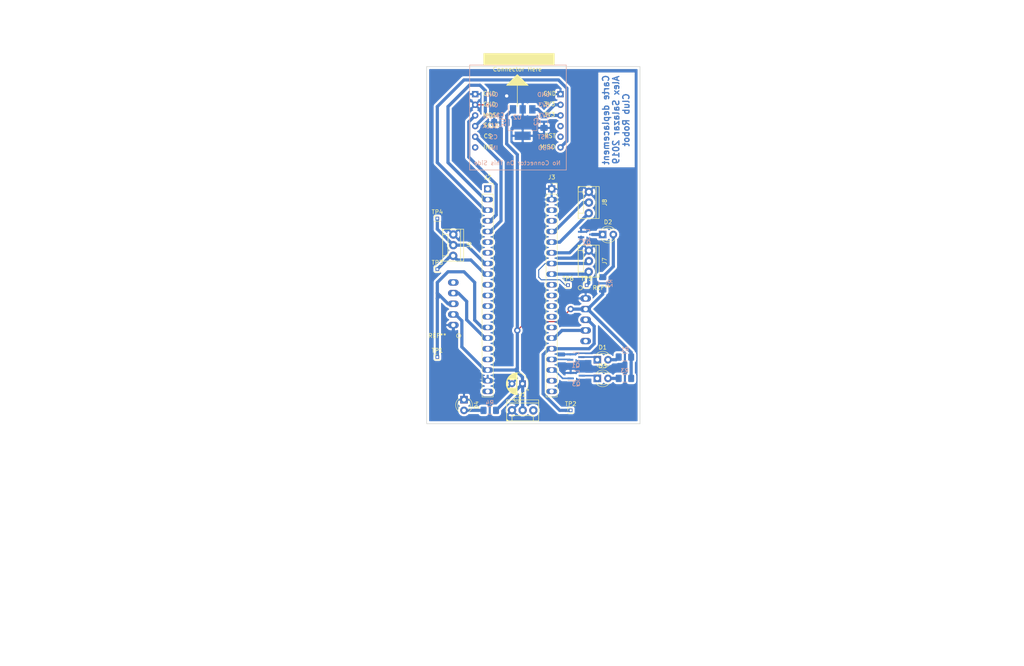
<source format=kicad_pcb>
(kicad_pcb (version 20171130) (host pcbnew "(5.0.1-3-g963ef8bb5)")

  (general
    (thickness 1.6)
    (drawings 5)
    (tracks 152)
    (zones 0)
    (modules 30)
    (nets 52)
  )

  (page A4)
  (layers
    (0 F.Cu signal)
    (31 B.Cu signal)
    (32 B.Adhes user)
    (33 F.Adhes user)
    (34 B.Paste user)
    (35 F.Paste user)
    (36 B.SilkS user)
    (37 F.SilkS user)
    (38 B.Mask user)
    (39 F.Mask user)
    (40 Dwgs.User user)
    (41 Cmts.User user)
    (42 Eco1.User user)
    (43 Eco2.User user)
    (44 Edge.Cuts user)
    (45 Margin user)
    (46 B.CrtYd user)
    (47 F.CrtYd user)
    (48 B.Fab user)
    (49 F.Fab user)
  )

  (setup
    (last_trace_width 0.762)
    (user_trace_width 0.254)
    (user_trace_width 0.381)
    (trace_clearance 0.381)
    (zone_clearance 0.508)
    (zone_45_only no)
    (trace_min 0.2)
    (segment_width 0.2)
    (edge_width 0.15)
    (via_size 1.5)
    (via_drill 0.8)
    (via_min_size 0.4)
    (via_min_drill 0.3)
    (uvia_size 0.3)
    (uvia_drill 0.1)
    (uvias_allowed no)
    (uvia_min_size 0.2)
    (uvia_min_drill 0.1)
    (pcb_text_width 0.3)
    (pcb_text_size 1.5 1.5)
    (mod_edge_width 0.15)
    (mod_text_size 1 1)
    (mod_text_width 0.15)
    (pad_size 1.524 1.524)
    (pad_drill 0.762)
    (pad_to_mask_clearance 0.051)
    (solder_mask_min_width 0.25)
    (aux_axis_origin 0 0)
    (grid_origin 48.26 35.56)
    (visible_elements FFFFFF7F)
    (pcbplotparams
      (layerselection 0x010fc_ffffffff)
      (usegerberextensions false)
      (usegerberattributes false)
      (usegerberadvancedattributes false)
      (creategerberjobfile false)
      (excludeedgelayer true)
      (linewidth 0.100000)
      (plotframeref false)
      (viasonmask false)
      (mode 1)
      (useauxorigin false)
      (hpglpennumber 1)
      (hpglpenspeed 20)
      (hpglpendiameter 15.000000)
      (psnegative false)
      (psa4output false)
      (plotreference true)
      (plotvalue true)
      (plotinvisibletext false)
      (padsonsilk false)
      (subtractmaskfromsilk false)
      (outputformat 1)
      (mirror false)
      (drillshape 1)
      (scaleselection 1)
      (outputdirectory ""))
  )

  (net 0 "")
  (net 1 GND)
  (net 2 +5V)
  (net 3 +3V3)
  (net 4 "Net-(D1-Pad1)")
  (net 5 "Net-(D1-Pad2)")
  (net 6 "Net-(D2-Pad2)")
  (net 7 "Net-(D2-Pad1)")
  (net 8 "Net-(D3-Pad1)")
  (net 9 "Net-(D3-Pad2)")
  (net 10 "Net-(D4-Pad2)")
  (net 11 /SCLK)
  (net 12 /CS)
  (net 13 /MISO)
  (net 14 /MOSI)
  (net 15 /motor_left_PWM)
  (net 16 /motor_left_direction)
  (net 17 /qei_left_A)
  (net 18 /qei_left_B)
  (net 19 "Net-(J3-Pad3)")
  (net 20 /led_feedback)
  (net 21 /led_hardfault)
  (net 22 /qei_right_A)
  (net 23 /qei_right_B)
  (net 24 /motor_right_direction)
  (net 25 /motor_right_PWM)
  (net 26 /TX)
  (net 27 /RX)
  (net 28 "Net-(U2-Pad1)")
  (net 29 "Net-(U2-Pad8)")
  (net 30 "Net-(J1-Pad3)")
  (net 31 "Net-(J2-Pad1)")
  (net 32 "Net-(J2-Pad6)")
  (net 33 "Net-(J2-Pad7)")
  (net 34 "Net-(J2-Pad10)")
  (net 35 "Net-(J2-Pad11)")
  (net 36 "Net-(J2-Pad12)")
  (net 37 "Net-(J2-Pad13)")
  (net 38 "Net-(J2-Pad16)")
  (net 39 "Net-(J2-Pad17)")
  (net 40 "Net-(J2-Pad20)")
  (net 41 "Net-(J4-Pad5)")
  (net 42 "Net-(J3-Pad4)")
  (net 43 "Net-(J3-Pad11)")
  (net 44 "Net-(J3-Pad12)")
  (net 45 "Net-(J3-Pad13)")
  (net 46 "Net-(J3-Pad14)")
  (net 47 "Net-(J3-Pad19)")
  (net 48 "Net-(J3-Pad20)")
  (net 49 "Net-(J5-Pad5)")
  (net 50 /led_communication)
  (net 51 "Net-(J3-Pad10)")

  (net_class Default "This is the default net class."
    (clearance 0.381)
    (trace_width 0.762)
    (via_dia 1.5)
    (via_drill 0.8)
    (uvia_dia 0.3)
    (uvia_drill 0.1)
    (add_net +3V3)
    (add_net +5V)
    (add_net /CS)
    (add_net /MISO)
    (add_net /MOSI)
    (add_net /RX)
    (add_net /SCLK)
    (add_net /TX)
    (add_net /led_communication)
    (add_net /led_feedback)
    (add_net /led_hardfault)
    (add_net /motor_left_PWM)
    (add_net /motor_left_direction)
    (add_net /motor_right_PWM)
    (add_net /motor_right_direction)
    (add_net /qei_left_A)
    (add_net /qei_left_B)
    (add_net /qei_right_A)
    (add_net /qei_right_B)
    (add_net GND)
    (add_net "Net-(D1-Pad1)")
    (add_net "Net-(D1-Pad2)")
    (add_net "Net-(D2-Pad1)")
    (add_net "Net-(D2-Pad2)")
    (add_net "Net-(D3-Pad1)")
    (add_net "Net-(D3-Pad2)")
    (add_net "Net-(D4-Pad2)")
    (add_net "Net-(J1-Pad3)")
    (add_net "Net-(J2-Pad1)")
    (add_net "Net-(J2-Pad10)")
    (add_net "Net-(J2-Pad11)")
    (add_net "Net-(J2-Pad12)")
    (add_net "Net-(J2-Pad13)")
    (add_net "Net-(J2-Pad16)")
    (add_net "Net-(J2-Pad17)")
    (add_net "Net-(J2-Pad20)")
    (add_net "Net-(J2-Pad6)")
    (add_net "Net-(J2-Pad7)")
    (add_net "Net-(J3-Pad10)")
    (add_net "Net-(J3-Pad11)")
    (add_net "Net-(J3-Pad12)")
    (add_net "Net-(J3-Pad13)")
    (add_net "Net-(J3-Pad14)")
    (add_net "Net-(J3-Pad19)")
    (add_net "Net-(J3-Pad20)")
    (add_net "Net-(J3-Pad3)")
    (add_net "Net-(J3-Pad4)")
    (add_net "Net-(J4-Pad5)")
    (add_net "Net-(J5-Pad5)")
    (add_net "Net-(U2-Pad1)")
    (add_net "Net-(U2-Pad8)")
  )

  (module Connector_PinHeader_1.00mm:PinHeader_1x01_P1.00mm_Vertical (layer F.Cu) (tedit 59FED738) (tstamp 5C526884)
    (at 160.655 98.425)
    (descr "Through hole straight pin header, 1x01, 1.00mm pitch, single row")
    (tags "Through hole pin header THT 1x01 1.00mm single row")
    (path /5C464EAE)
    (fp_text reference TP6 (at 0 -1.56) (layer F.SilkS)
      (effects (font (size 1 1) (thickness 0.15)))
    )
    (fp_text value TestPoint_Probe (at 0 1.56) (layer F.Fab)
      (effects (font (size 1 1) (thickness 0.15)))
    )
    (fp_text user %R (at 0 0 90) (layer F.Fab)
      (effects (font (size 0.76 0.76) (thickness 0.114)))
    )
    (fp_line (start 1.15 -1) (end -1.15 -1) (layer F.CrtYd) (width 0.05))
    (fp_line (start 1.15 1) (end 1.15 -1) (layer F.CrtYd) (width 0.05))
    (fp_line (start -1.15 1) (end 1.15 1) (layer F.CrtYd) (width 0.05))
    (fp_line (start -1.15 -1) (end -1.15 1) (layer F.CrtYd) (width 0.05))
    (fp_line (start -0.695 -0.685) (end 0 -0.685) (layer F.SilkS) (width 0.12))
    (fp_line (start -0.695 0) (end -0.695 -0.685) (layer F.SilkS) (width 0.12))
    (fp_line (start 0.608276 0.685) (end 0.695 0.685) (layer F.SilkS) (width 0.12))
    (fp_line (start -0.695 0.685) (end -0.608276 0.685) (layer F.SilkS) (width 0.12))
    (fp_line (start 0.695 0.685) (end 0.695 0.56) (layer F.SilkS) (width 0.12))
    (fp_line (start -0.695 0.685) (end -0.695 0.56) (layer F.SilkS) (width 0.12))
    (fp_line (start -0.695 0.685) (end 0.695 0.685) (layer F.SilkS) (width 0.12))
    (fp_line (start -0.635 -0.1825) (end -0.3175 -0.5) (layer F.Fab) (width 0.1))
    (fp_line (start -0.635 0.5) (end -0.635 -0.1825) (layer F.Fab) (width 0.1))
    (fp_line (start 0.635 0.5) (end -0.635 0.5) (layer F.Fab) (width 0.1))
    (fp_line (start 0.635 -0.5) (end 0.635 0.5) (layer F.Fab) (width 0.1))
    (fp_line (start -0.3175 -0.5) (end 0.635 -0.5) (layer F.Fab) (width 0.1))
    (pad 1 thru_hole rect (at 0 0) (size 0.85 0.85) (drill 0.5) (layers *.Cu *.Mask)
      (net 25 /motor_right_PWM))
    (model ${KISYS3DMOD}/Connector_PinHeader_1.00mm.3dshapes/PinHeader_1x01_P1.00mm_Vertical.wrl
      (at (xyz 0 0 0))
      (scale (xyz 1 1 1))
      (rotate (xyz 0 0 0))
    )
  )

  (module Connector_PinHeader_1.00mm:PinHeader_1x01_P1.00mm_Vertical (layer F.Cu) (tedit 59FED738) (tstamp 5C52686E)
    (at 165.1 98.425)
    (descr "Through hole straight pin header, 1x01, 1.00mm pitch, single row")
    (tags "Through hole pin header THT 1x01 1.00mm single row")
    (path /5C4649AA)
    (fp_text reference TP5 (at 0 -1.56) (layer F.SilkS)
      (effects (font (size 1 1) (thickness 0.15)))
    )
    (fp_text value TestPoint_Probe (at 0 1.56) (layer F.Fab)
      (effects (font (size 1 1) (thickness 0.15)))
    )
    (fp_line (start -0.3175 -0.5) (end 0.635 -0.5) (layer F.Fab) (width 0.1))
    (fp_line (start 0.635 -0.5) (end 0.635 0.5) (layer F.Fab) (width 0.1))
    (fp_line (start 0.635 0.5) (end -0.635 0.5) (layer F.Fab) (width 0.1))
    (fp_line (start -0.635 0.5) (end -0.635 -0.1825) (layer F.Fab) (width 0.1))
    (fp_line (start -0.635 -0.1825) (end -0.3175 -0.5) (layer F.Fab) (width 0.1))
    (fp_line (start -0.695 0.685) (end 0.695 0.685) (layer F.SilkS) (width 0.12))
    (fp_line (start -0.695 0.685) (end -0.695 0.56) (layer F.SilkS) (width 0.12))
    (fp_line (start 0.695 0.685) (end 0.695 0.56) (layer F.SilkS) (width 0.12))
    (fp_line (start -0.695 0.685) (end -0.608276 0.685) (layer F.SilkS) (width 0.12))
    (fp_line (start 0.608276 0.685) (end 0.695 0.685) (layer F.SilkS) (width 0.12))
    (fp_line (start -0.695 0) (end -0.695 -0.685) (layer F.SilkS) (width 0.12))
    (fp_line (start -0.695 -0.685) (end 0 -0.685) (layer F.SilkS) (width 0.12))
    (fp_line (start -1.15 -1) (end -1.15 1) (layer F.CrtYd) (width 0.05))
    (fp_line (start -1.15 1) (end 1.15 1) (layer F.CrtYd) (width 0.05))
    (fp_line (start 1.15 1) (end 1.15 -1) (layer F.CrtYd) (width 0.05))
    (fp_line (start 1.15 -1) (end -1.15 -1) (layer F.CrtYd) (width 0.05))
    (fp_text user %R (at 0 0 90) (layer F.Fab)
      (effects (font (size 0.76 0.76) (thickness 0.114)))
    )
    (pad 1 thru_hole rect (at 0 0) (size 0.85 0.85) (drill 0.5) (layers *.Cu *.Mask)
      (net 24 /motor_right_direction))
    (model ${KISYS3DMOD}/Connector_PinHeader_1.00mm.3dshapes/PinHeader_1x01_P1.00mm_Vertical.wrl
      (at (xyz 0 0 0))
      (scale (xyz 1 1 1))
      (rotate (xyz 0 0 0))
    )
  )

  (module Connector_PinHeader_1.00mm:PinHeader_1x01_P1.00mm_Vertical (layer F.Cu) (tedit 59FED738) (tstamp 5C526858)
    (at 129.54 82.55)
    (descr "Through hole straight pin header, 1x01, 1.00mm pitch, single row")
    (tags "Through hole pin header THT 1x01 1.00mm single row")
    (path /5C464D5B)
    (fp_text reference TP4 (at 0 -1.56) (layer F.SilkS)
      (effects (font (size 1 1) (thickness 0.15)))
    )
    (fp_text value TestPoint_Probe (at 0 1.56) (layer F.Fab)
      (effects (font (size 1 1) (thickness 0.15)))
    )
    (fp_text user %R (at 0 0 90) (layer F.Fab)
      (effects (font (size 0.76 0.76) (thickness 0.114)))
    )
    (fp_line (start 1.15 -1) (end -1.15 -1) (layer F.CrtYd) (width 0.05))
    (fp_line (start 1.15 1) (end 1.15 -1) (layer F.CrtYd) (width 0.05))
    (fp_line (start -1.15 1) (end 1.15 1) (layer F.CrtYd) (width 0.05))
    (fp_line (start -1.15 -1) (end -1.15 1) (layer F.CrtYd) (width 0.05))
    (fp_line (start -0.695 -0.685) (end 0 -0.685) (layer F.SilkS) (width 0.12))
    (fp_line (start -0.695 0) (end -0.695 -0.685) (layer F.SilkS) (width 0.12))
    (fp_line (start 0.608276 0.685) (end 0.695 0.685) (layer F.SilkS) (width 0.12))
    (fp_line (start -0.695 0.685) (end -0.608276 0.685) (layer F.SilkS) (width 0.12))
    (fp_line (start 0.695 0.685) (end 0.695 0.56) (layer F.SilkS) (width 0.12))
    (fp_line (start -0.695 0.685) (end -0.695 0.56) (layer F.SilkS) (width 0.12))
    (fp_line (start -0.695 0.685) (end 0.695 0.685) (layer F.SilkS) (width 0.12))
    (fp_line (start -0.635 -0.1825) (end -0.3175 -0.5) (layer F.Fab) (width 0.1))
    (fp_line (start -0.635 0.5) (end -0.635 -0.1825) (layer F.Fab) (width 0.1))
    (fp_line (start 0.635 0.5) (end -0.635 0.5) (layer F.Fab) (width 0.1))
    (fp_line (start 0.635 -0.5) (end 0.635 0.5) (layer F.Fab) (width 0.1))
    (fp_line (start -0.3175 -0.5) (end 0.635 -0.5) (layer F.Fab) (width 0.1))
    (pad 1 thru_hole rect (at 0 0) (size 0.85 0.85) (drill 0.5) (layers *.Cu *.Mask)
      (net 15 /motor_left_PWM))
    (model ${KISYS3DMOD}/Connector_PinHeader_1.00mm.3dshapes/PinHeader_1x01_P1.00mm_Vertical.wrl
      (at (xyz 0 0 0))
      (scale (xyz 1 1 1))
      (rotate (xyz 0 0 0))
    )
  )

  (module Connector_PinHeader_1.00mm:PinHeader_1x01_P1.00mm_Vertical (layer F.Cu) (tedit 59FED738) (tstamp 5C526842)
    (at 129.54 94.615)
    (descr "Through hole straight pin header, 1x01, 1.00mm pitch, single row")
    (tags "Through hole pin header THT 1x01 1.00mm single row")
    (path /5C464886)
    (fp_text reference TP3 (at 0 -1.56) (layer F.SilkS)
      (effects (font (size 1 1) (thickness 0.15)))
    )
    (fp_text value TestPoint_Probe (at 0 1.56) (layer F.Fab)
      (effects (font (size 1 1) (thickness 0.15)))
    )
    (fp_line (start -0.3175 -0.5) (end 0.635 -0.5) (layer F.Fab) (width 0.1))
    (fp_line (start 0.635 -0.5) (end 0.635 0.5) (layer F.Fab) (width 0.1))
    (fp_line (start 0.635 0.5) (end -0.635 0.5) (layer F.Fab) (width 0.1))
    (fp_line (start -0.635 0.5) (end -0.635 -0.1825) (layer F.Fab) (width 0.1))
    (fp_line (start -0.635 -0.1825) (end -0.3175 -0.5) (layer F.Fab) (width 0.1))
    (fp_line (start -0.695 0.685) (end 0.695 0.685) (layer F.SilkS) (width 0.12))
    (fp_line (start -0.695 0.685) (end -0.695 0.56) (layer F.SilkS) (width 0.12))
    (fp_line (start 0.695 0.685) (end 0.695 0.56) (layer F.SilkS) (width 0.12))
    (fp_line (start -0.695 0.685) (end -0.608276 0.685) (layer F.SilkS) (width 0.12))
    (fp_line (start 0.608276 0.685) (end 0.695 0.685) (layer F.SilkS) (width 0.12))
    (fp_line (start -0.695 0) (end -0.695 -0.685) (layer F.SilkS) (width 0.12))
    (fp_line (start -0.695 -0.685) (end 0 -0.685) (layer F.SilkS) (width 0.12))
    (fp_line (start -1.15 -1) (end -1.15 1) (layer F.CrtYd) (width 0.05))
    (fp_line (start -1.15 1) (end 1.15 1) (layer F.CrtYd) (width 0.05))
    (fp_line (start 1.15 1) (end 1.15 -1) (layer F.CrtYd) (width 0.05))
    (fp_line (start 1.15 -1) (end -1.15 -1) (layer F.CrtYd) (width 0.05))
    (fp_text user %R (at 0 0 90) (layer F.Fab)
      (effects (font (size 0.76 0.76) (thickness 0.114)))
    )
    (pad 1 thru_hole rect (at 0 0) (size 0.85 0.85) (drill 0.5) (layers *.Cu *.Mask)
      (net 16 /motor_left_direction))
    (model ${KISYS3DMOD}/Connector_PinHeader_1.00mm.3dshapes/PinHeader_1x01_P1.00mm_Vertical.wrl
      (at (xyz 0 0 0))
      (scale (xyz 1 1 1))
      (rotate (xyz 0 0 0))
    )
  )

  (module Connector_PinHeader_1.00mm:PinHeader_1x01_P1.00mm_Vertical (layer F.Cu) (tedit 59FED738) (tstamp 5C52682C)
    (at 161.29 128.27)
    (descr "Through hole straight pin header, 1x01, 1.00mm pitch, single row")
    (tags "Through hole pin header THT 1x01 1.00mm single row")
    (path /5C4643E2)
    (fp_text reference TP2 (at 0 -1.56) (layer F.SilkS)
      (effects (font (size 1 1) (thickness 0.15)))
    )
    (fp_text value TestPoint_Probe (at 0 1.56) (layer F.Fab)
      (effects (font (size 1 1) (thickness 0.15)))
    )
    (fp_text user %R (at 0 0 90) (layer F.Fab)
      (effects (font (size 0.76 0.76) (thickness 0.114)))
    )
    (fp_line (start 1.15 -1) (end -1.15 -1) (layer F.CrtYd) (width 0.05))
    (fp_line (start 1.15 1) (end 1.15 -1) (layer F.CrtYd) (width 0.05))
    (fp_line (start -1.15 1) (end 1.15 1) (layer F.CrtYd) (width 0.05))
    (fp_line (start -1.15 -1) (end -1.15 1) (layer F.CrtYd) (width 0.05))
    (fp_line (start -0.695 -0.685) (end 0 -0.685) (layer F.SilkS) (width 0.12))
    (fp_line (start -0.695 0) (end -0.695 -0.685) (layer F.SilkS) (width 0.12))
    (fp_line (start 0.608276 0.685) (end 0.695 0.685) (layer F.SilkS) (width 0.12))
    (fp_line (start -0.695 0.685) (end -0.608276 0.685) (layer F.SilkS) (width 0.12))
    (fp_line (start 0.695 0.685) (end 0.695 0.56) (layer F.SilkS) (width 0.12))
    (fp_line (start -0.695 0.685) (end -0.695 0.56) (layer F.SilkS) (width 0.12))
    (fp_line (start -0.695 0.685) (end 0.695 0.685) (layer F.SilkS) (width 0.12))
    (fp_line (start -0.635 -0.1825) (end -0.3175 -0.5) (layer F.Fab) (width 0.1))
    (fp_line (start -0.635 0.5) (end -0.635 -0.1825) (layer F.Fab) (width 0.1))
    (fp_line (start 0.635 0.5) (end -0.635 0.5) (layer F.Fab) (width 0.1))
    (fp_line (start 0.635 -0.5) (end 0.635 0.5) (layer F.Fab) (width 0.1))
    (fp_line (start -0.3175 -0.5) (end 0.635 -0.5) (layer F.Fab) (width 0.1))
    (pad 1 thru_hole rect (at 0 0) (size 0.85 0.85) (drill 0.5) (layers *.Cu *.Mask)
      (net 22 /qei_right_A))
    (model ${KISYS3DMOD}/Connector_PinHeader_1.00mm.3dshapes/PinHeader_1x01_P1.00mm_Vertical.wrl
      (at (xyz 0 0 0))
      (scale (xyz 1 1 1))
      (rotate (xyz 0 0 0))
    )
  )

  (module Connector_PinHeader_1.00mm:PinHeader_1x01_P1.00mm_Vertical (layer F.Cu) (tedit 59FED738) (tstamp 5C526816)
    (at 129.54 115.57)
    (descr "Through hole straight pin header, 1x01, 1.00mm pitch, single row")
    (tags "Through hole pin header THT 1x01 1.00mm single row")
    (path /5C463A27)
    (fp_text reference TP1 (at 0 -1.56) (layer F.SilkS)
      (effects (font (size 1 1) (thickness 0.15)))
    )
    (fp_text value TestPoint_Probe (at 0 1.56) (layer F.Fab)
      (effects (font (size 1 1) (thickness 0.15)))
    )
    (fp_line (start -0.3175 -0.5) (end 0.635 -0.5) (layer F.Fab) (width 0.1))
    (fp_line (start 0.635 -0.5) (end 0.635 0.5) (layer F.Fab) (width 0.1))
    (fp_line (start 0.635 0.5) (end -0.635 0.5) (layer F.Fab) (width 0.1))
    (fp_line (start -0.635 0.5) (end -0.635 -0.1825) (layer F.Fab) (width 0.1))
    (fp_line (start -0.635 -0.1825) (end -0.3175 -0.5) (layer F.Fab) (width 0.1))
    (fp_line (start -0.695 0.685) (end 0.695 0.685) (layer F.SilkS) (width 0.12))
    (fp_line (start -0.695 0.685) (end -0.695 0.56) (layer F.SilkS) (width 0.12))
    (fp_line (start 0.695 0.685) (end 0.695 0.56) (layer F.SilkS) (width 0.12))
    (fp_line (start -0.695 0.685) (end -0.608276 0.685) (layer F.SilkS) (width 0.12))
    (fp_line (start 0.608276 0.685) (end 0.695 0.685) (layer F.SilkS) (width 0.12))
    (fp_line (start -0.695 0) (end -0.695 -0.685) (layer F.SilkS) (width 0.12))
    (fp_line (start -0.695 -0.685) (end 0 -0.685) (layer F.SilkS) (width 0.12))
    (fp_line (start -1.15 -1) (end -1.15 1) (layer F.CrtYd) (width 0.05))
    (fp_line (start -1.15 1) (end 1.15 1) (layer F.CrtYd) (width 0.05))
    (fp_line (start 1.15 1) (end 1.15 -1) (layer F.CrtYd) (width 0.05))
    (fp_line (start 1.15 -1) (end -1.15 -1) (layer F.CrtYd) (width 0.05))
    (fp_text user %R (at 0 0 90) (layer F.Fab)
      (effects (font (size 0.76 0.76) (thickness 0.114)))
    )
    (pad 1 thru_hole rect (at 0 0) (size 0.85 0.85) (drill 0.5) (layers *.Cu *.Mask)
      (net 17 /qei_left_A))
    (model ${KISYS3DMOD}/Connector_PinHeader_1.00mm.3dshapes/PinHeader_1x01_P1.00mm_Vertical.wrl
      (at (xyz 0 0 0))
      (scale (xyz 1 1 1))
      (rotate (xyz 0 0 0))
    )
  )

  (module @Robot:HE14-5_horizontal (layer F.Cu) (tedit 5C1BBF71) (tstamp 5C52324E)
    (at 129.54 105.41 90)
    (tags "HE13 3 logique")
    (path /5C463E4D)
    (fp_text reference J4 (at 2.54 -2.54 90) (layer F.SilkS) hide
      (effects (font (size 1 1) (thickness 0.15)))
    )
    (fp_text value Conn_01x05 (at 2.54 1.27 270) (layer F.Fab) hide
      (effects (font (size 1 1) (thickness 0.15)))
    )
    (fp_line (start -3.81 5.08) (end 8.89 5.08) (layer F.Fab) (width 0.15))
    (fp_line (start -3.81 -8.89) (end 8.89 -8.89) (layer F.Fab) (width 0.15))
    (fp_text user REF** (at -5.08 0 180) (layer F.SilkS)
      (effects (font (size 1 1) (thickness 0.15)))
    )
    (fp_line (start 7.62 0) (end 8.89 0) (layer F.Fab) (width 0.15))
    (fp_line (start 7.62 -8.89) (end 7.62 0) (layer F.Fab) (width 0.15))
    (fp_line (start -2.54 0) (end -3.81 0) (layer F.Fab) (width 0.15))
    (fp_line (start -2.54 -8.89) (end -2.54 0) (layer F.Fab) (width 0.15))
    (fp_line (start 8.89 5.08) (end 8.89 -8.89) (layer F.Fab) (width 0.15))
    (fp_line (start -3.81 -8.89) (end -3.81 5.08) (layer F.Fab) (width 0.15))
    (fp_circle (center -5.08 5.08) (end -4.58 5.08) (layer F.SilkS) (width 0.15))
    (pad 5 thru_hole oval (at 7.62 3.81 90) (size 1.524 2.54) (drill 1) (layers *.Cu *.Mask)
      (net 41 "Net-(J4-Pad5)"))
    (pad 4 thru_hole oval (at 5.08 3.81 90) (size 1.524 2.54) (drill 1) (layers *.Cu *.Mask)
      (net 18 /qei_left_B))
    (pad 2 thru_hole oval (at 0 3.81 90) (size 1.524 2.54) (drill 1) (layers *.Cu *.Mask)
      (net 2 +5V))
    (pad 1 thru_hole oval (at -2.54 3.81 90) (size 1.524 2.54) (drill 1) (layers *.Cu *.Mask)
      (net 1 GND))
    (pad 3 thru_hole oval (at 2.54 3.81 90) (size 1.524 2.54) (drill 1) (layers *.Cu *.Mask)
      (net 17 /qei_left_A))
    (model /Users/alex/Desktop/c-281698-3-g-3d.stp
      (offset (xyz 0 9 3))
      (scale (xyz 1 1 1))
      (rotate (xyz -90 0 180))
    )
  )

  (module @Robot:HE14-3-straight (layer F.Cu) (tedit 5C40A9D3) (tstamp 5C523289)
    (at 166.37 92.71 270)
    (tags "HE14 3 straight connector 1x3")
    (path /5C3FB829)
    (fp_text reference J7 (at 0 -3 270) (layer F.SilkS)
      (effects (font (size 1 1) (thickness 0.15)))
    )
    (fp_text value "PWM output" (at 0 5 270) (layer F.Fab)
      (effects (font (size 1 1) (thickness 0.15)))
    )
    (fp_line (start -3.81 3.283747) (end -3.81 -1.716253) (layer F.CrtYd) (width 0.15))
    (fp_line (start 3.81 3.283747) (end -3.81 3.283747) (layer F.SilkS) (width 0.15))
    (fp_line (start 3.81 -1.716253) (end 3.81 3.283747) (layer F.CrtYd) (width 0.15))
    (fp_line (start 3.81 -1.716253) (end -3.81 -1.716253) (layer F.SilkS) (width 0.15))
    (fp_line (start -2.54 2.013747) (end -2.54 3.283747) (layer F.SilkS) (width 0.15))
    (fp_line (start 2.54 3.283747) (end 2.54 2.013747) (layer F.SilkS) (width 0.15))
    (fp_line (start 3.81 -0.966253) (end -3.81 -0.966253) (layer F.SilkS) (width 0.15))
    (fp_line (start 2.54 2.013747) (end -2.54 2.013747) (layer F.SilkS) (width 0.15))
    (fp_poly (pts (xy -3.41 3.283747) (xy -3.81 2.883747) (xy -3.81 3.283747)) (layer F.SilkS) (width 0.15))
    (fp_line (start -3.81 3.283747) (end -3.81 -1.716253) (layer F.SilkS) (width 0.15))
    (fp_line (start 3.81 3.283747) (end 3.81 -1.716253) (layer F.SilkS) (width 0.15))
    (fp_line (start 3.81 -1.716253) (end -3.81 -1.716253) (layer F.CrtYd) (width 0.15))
    (fp_line (start 3.81 3.283747) (end -3.81 3.283747) (layer F.CrtYd) (width 0.15))
    (pad 1 thru_hole circle (at -2.54 0.743747 90) (size 2 2) (drill 1) (layers *.Cu *.Mask)
      (net 1 GND))
    (pad 2 thru_hole circle (at 0 0.743747 90) (size 2 2) (drill 1) (layers *.Cu *.Mask)
      (net 25 /motor_right_PWM))
    (pad 3 thru_hole circle (at 2.54 0.783747 90) (size 2 2) (drill 1) (layers *.Cu *.Mask)
      (net 24 /motor_right_direction))
    (model ${KIROBOT}/@Robot.3D/HE14/c-281695-3-k-3d.igs
      (offset (xyz 0 -0.7492999887466431 10.79499983787537))
      (scale (xyz 1 1 1))
      (rotate (xyz 0 0 0))
    )
  )

  (module Capacitor_THT:CP_Radial_D5.0mm_P2.50mm (layer F.Cu) (tedit 5AE50EF0) (tstamp 5C526CA7)
    (at 149.82 121.92 180)
    (descr "CP, Radial series, Radial, pin pitch=2.50mm, , diameter=5mm, Electrolytic Capacitor")
    (tags "CP Radial series Radial pin pitch 2.50mm  diameter 5mm Electrolytic Capacitor")
    (path /5C45FF2B)
    (fp_text reference C3 (at 1.25 -3.75 180) (layer F.SilkS)
      (effects (font (size 1 1) (thickness 0.15)))
    )
    (fp_text value 100uF (at 1.25 3.75 180) (layer F.Fab)
      (effects (font (size 1 1) (thickness 0.15)))
    )
    (fp_circle (center 1.25 0) (end 3.75 0) (layer F.Fab) (width 0.1))
    (fp_circle (center 1.25 0) (end 3.87 0) (layer F.SilkS) (width 0.12))
    (fp_circle (center 1.25 0) (end 4 0) (layer F.CrtYd) (width 0.05))
    (fp_line (start -0.883605 -1.0875) (end -0.383605 -1.0875) (layer F.Fab) (width 0.1))
    (fp_line (start -0.633605 -1.3375) (end -0.633605 -0.8375) (layer F.Fab) (width 0.1))
    (fp_line (start 1.25 -2.58) (end 1.25 2.58) (layer F.SilkS) (width 0.12))
    (fp_line (start 1.29 -2.58) (end 1.29 2.58) (layer F.SilkS) (width 0.12))
    (fp_line (start 1.33 -2.579) (end 1.33 2.579) (layer F.SilkS) (width 0.12))
    (fp_line (start 1.37 -2.578) (end 1.37 2.578) (layer F.SilkS) (width 0.12))
    (fp_line (start 1.41 -2.576) (end 1.41 2.576) (layer F.SilkS) (width 0.12))
    (fp_line (start 1.45 -2.573) (end 1.45 2.573) (layer F.SilkS) (width 0.12))
    (fp_line (start 1.49 -2.569) (end 1.49 -1.04) (layer F.SilkS) (width 0.12))
    (fp_line (start 1.49 1.04) (end 1.49 2.569) (layer F.SilkS) (width 0.12))
    (fp_line (start 1.53 -2.565) (end 1.53 -1.04) (layer F.SilkS) (width 0.12))
    (fp_line (start 1.53 1.04) (end 1.53 2.565) (layer F.SilkS) (width 0.12))
    (fp_line (start 1.57 -2.561) (end 1.57 -1.04) (layer F.SilkS) (width 0.12))
    (fp_line (start 1.57 1.04) (end 1.57 2.561) (layer F.SilkS) (width 0.12))
    (fp_line (start 1.61 -2.556) (end 1.61 -1.04) (layer F.SilkS) (width 0.12))
    (fp_line (start 1.61 1.04) (end 1.61 2.556) (layer F.SilkS) (width 0.12))
    (fp_line (start 1.65 -2.55) (end 1.65 -1.04) (layer F.SilkS) (width 0.12))
    (fp_line (start 1.65 1.04) (end 1.65 2.55) (layer F.SilkS) (width 0.12))
    (fp_line (start 1.69 -2.543) (end 1.69 -1.04) (layer F.SilkS) (width 0.12))
    (fp_line (start 1.69 1.04) (end 1.69 2.543) (layer F.SilkS) (width 0.12))
    (fp_line (start 1.73 -2.536) (end 1.73 -1.04) (layer F.SilkS) (width 0.12))
    (fp_line (start 1.73 1.04) (end 1.73 2.536) (layer F.SilkS) (width 0.12))
    (fp_line (start 1.77 -2.528) (end 1.77 -1.04) (layer F.SilkS) (width 0.12))
    (fp_line (start 1.77 1.04) (end 1.77 2.528) (layer F.SilkS) (width 0.12))
    (fp_line (start 1.81 -2.52) (end 1.81 -1.04) (layer F.SilkS) (width 0.12))
    (fp_line (start 1.81 1.04) (end 1.81 2.52) (layer F.SilkS) (width 0.12))
    (fp_line (start 1.85 -2.511) (end 1.85 -1.04) (layer F.SilkS) (width 0.12))
    (fp_line (start 1.85 1.04) (end 1.85 2.511) (layer F.SilkS) (width 0.12))
    (fp_line (start 1.89 -2.501) (end 1.89 -1.04) (layer F.SilkS) (width 0.12))
    (fp_line (start 1.89 1.04) (end 1.89 2.501) (layer F.SilkS) (width 0.12))
    (fp_line (start 1.93 -2.491) (end 1.93 -1.04) (layer F.SilkS) (width 0.12))
    (fp_line (start 1.93 1.04) (end 1.93 2.491) (layer F.SilkS) (width 0.12))
    (fp_line (start 1.971 -2.48) (end 1.971 -1.04) (layer F.SilkS) (width 0.12))
    (fp_line (start 1.971 1.04) (end 1.971 2.48) (layer F.SilkS) (width 0.12))
    (fp_line (start 2.011 -2.468) (end 2.011 -1.04) (layer F.SilkS) (width 0.12))
    (fp_line (start 2.011 1.04) (end 2.011 2.468) (layer F.SilkS) (width 0.12))
    (fp_line (start 2.051 -2.455) (end 2.051 -1.04) (layer F.SilkS) (width 0.12))
    (fp_line (start 2.051 1.04) (end 2.051 2.455) (layer F.SilkS) (width 0.12))
    (fp_line (start 2.091 -2.442) (end 2.091 -1.04) (layer F.SilkS) (width 0.12))
    (fp_line (start 2.091 1.04) (end 2.091 2.442) (layer F.SilkS) (width 0.12))
    (fp_line (start 2.131 -2.428) (end 2.131 -1.04) (layer F.SilkS) (width 0.12))
    (fp_line (start 2.131 1.04) (end 2.131 2.428) (layer F.SilkS) (width 0.12))
    (fp_line (start 2.171 -2.414) (end 2.171 -1.04) (layer F.SilkS) (width 0.12))
    (fp_line (start 2.171 1.04) (end 2.171 2.414) (layer F.SilkS) (width 0.12))
    (fp_line (start 2.211 -2.398) (end 2.211 -1.04) (layer F.SilkS) (width 0.12))
    (fp_line (start 2.211 1.04) (end 2.211 2.398) (layer F.SilkS) (width 0.12))
    (fp_line (start 2.251 -2.382) (end 2.251 -1.04) (layer F.SilkS) (width 0.12))
    (fp_line (start 2.251 1.04) (end 2.251 2.382) (layer F.SilkS) (width 0.12))
    (fp_line (start 2.291 -2.365) (end 2.291 -1.04) (layer F.SilkS) (width 0.12))
    (fp_line (start 2.291 1.04) (end 2.291 2.365) (layer F.SilkS) (width 0.12))
    (fp_line (start 2.331 -2.348) (end 2.331 -1.04) (layer F.SilkS) (width 0.12))
    (fp_line (start 2.331 1.04) (end 2.331 2.348) (layer F.SilkS) (width 0.12))
    (fp_line (start 2.371 -2.329) (end 2.371 -1.04) (layer F.SilkS) (width 0.12))
    (fp_line (start 2.371 1.04) (end 2.371 2.329) (layer F.SilkS) (width 0.12))
    (fp_line (start 2.411 -2.31) (end 2.411 -1.04) (layer F.SilkS) (width 0.12))
    (fp_line (start 2.411 1.04) (end 2.411 2.31) (layer F.SilkS) (width 0.12))
    (fp_line (start 2.451 -2.29) (end 2.451 -1.04) (layer F.SilkS) (width 0.12))
    (fp_line (start 2.451 1.04) (end 2.451 2.29) (layer F.SilkS) (width 0.12))
    (fp_line (start 2.491 -2.268) (end 2.491 -1.04) (layer F.SilkS) (width 0.12))
    (fp_line (start 2.491 1.04) (end 2.491 2.268) (layer F.SilkS) (width 0.12))
    (fp_line (start 2.531 -2.247) (end 2.531 -1.04) (layer F.SilkS) (width 0.12))
    (fp_line (start 2.531 1.04) (end 2.531 2.247) (layer F.SilkS) (width 0.12))
    (fp_line (start 2.571 -2.224) (end 2.571 -1.04) (layer F.SilkS) (width 0.12))
    (fp_line (start 2.571 1.04) (end 2.571 2.224) (layer F.SilkS) (width 0.12))
    (fp_line (start 2.611 -2.2) (end 2.611 -1.04) (layer F.SilkS) (width 0.12))
    (fp_line (start 2.611 1.04) (end 2.611 2.2) (layer F.SilkS) (width 0.12))
    (fp_line (start 2.651 -2.175) (end 2.651 -1.04) (layer F.SilkS) (width 0.12))
    (fp_line (start 2.651 1.04) (end 2.651 2.175) (layer F.SilkS) (width 0.12))
    (fp_line (start 2.691 -2.149) (end 2.691 -1.04) (layer F.SilkS) (width 0.12))
    (fp_line (start 2.691 1.04) (end 2.691 2.149) (layer F.SilkS) (width 0.12))
    (fp_line (start 2.731 -2.122) (end 2.731 -1.04) (layer F.SilkS) (width 0.12))
    (fp_line (start 2.731 1.04) (end 2.731 2.122) (layer F.SilkS) (width 0.12))
    (fp_line (start 2.771 -2.095) (end 2.771 -1.04) (layer F.SilkS) (width 0.12))
    (fp_line (start 2.771 1.04) (end 2.771 2.095) (layer F.SilkS) (width 0.12))
    (fp_line (start 2.811 -2.065) (end 2.811 -1.04) (layer F.SilkS) (width 0.12))
    (fp_line (start 2.811 1.04) (end 2.811 2.065) (layer F.SilkS) (width 0.12))
    (fp_line (start 2.851 -2.035) (end 2.851 -1.04) (layer F.SilkS) (width 0.12))
    (fp_line (start 2.851 1.04) (end 2.851 2.035) (layer F.SilkS) (width 0.12))
    (fp_line (start 2.891 -2.004) (end 2.891 -1.04) (layer F.SilkS) (width 0.12))
    (fp_line (start 2.891 1.04) (end 2.891 2.004) (layer F.SilkS) (width 0.12))
    (fp_line (start 2.931 -1.971) (end 2.931 -1.04) (layer F.SilkS) (width 0.12))
    (fp_line (start 2.931 1.04) (end 2.931 1.971) (layer F.SilkS) (width 0.12))
    (fp_line (start 2.971 -1.937) (end 2.971 -1.04) (layer F.SilkS) (width 0.12))
    (fp_line (start 2.971 1.04) (end 2.971 1.937) (layer F.SilkS) (width 0.12))
    (fp_line (start 3.011 -1.901) (end 3.011 -1.04) (layer F.SilkS) (width 0.12))
    (fp_line (start 3.011 1.04) (end 3.011 1.901) (layer F.SilkS) (width 0.12))
    (fp_line (start 3.051 -1.864) (end 3.051 -1.04) (layer F.SilkS) (width 0.12))
    (fp_line (start 3.051 1.04) (end 3.051 1.864) (layer F.SilkS) (width 0.12))
    (fp_line (start 3.091 -1.826) (end 3.091 -1.04) (layer F.SilkS) (width 0.12))
    (fp_line (start 3.091 1.04) (end 3.091 1.826) (layer F.SilkS) (width 0.12))
    (fp_line (start 3.131 -1.785) (end 3.131 -1.04) (layer F.SilkS) (width 0.12))
    (fp_line (start 3.131 1.04) (end 3.131 1.785) (layer F.SilkS) (width 0.12))
    (fp_line (start 3.171 -1.743) (end 3.171 -1.04) (layer F.SilkS) (width 0.12))
    (fp_line (start 3.171 1.04) (end 3.171 1.743) (layer F.SilkS) (width 0.12))
    (fp_line (start 3.211 -1.699) (end 3.211 -1.04) (layer F.SilkS) (width 0.12))
    (fp_line (start 3.211 1.04) (end 3.211 1.699) (layer F.SilkS) (width 0.12))
    (fp_line (start 3.251 -1.653) (end 3.251 -1.04) (layer F.SilkS) (width 0.12))
    (fp_line (start 3.251 1.04) (end 3.251 1.653) (layer F.SilkS) (width 0.12))
    (fp_line (start 3.291 -1.605) (end 3.291 -1.04) (layer F.SilkS) (width 0.12))
    (fp_line (start 3.291 1.04) (end 3.291 1.605) (layer F.SilkS) (width 0.12))
    (fp_line (start 3.331 -1.554) (end 3.331 -1.04) (layer F.SilkS) (width 0.12))
    (fp_line (start 3.331 1.04) (end 3.331 1.554) (layer F.SilkS) (width 0.12))
    (fp_line (start 3.371 -1.5) (end 3.371 -1.04) (layer F.SilkS) (width 0.12))
    (fp_line (start 3.371 1.04) (end 3.371 1.5) (layer F.SilkS) (width 0.12))
    (fp_line (start 3.411 -1.443) (end 3.411 -1.04) (layer F.SilkS) (width 0.12))
    (fp_line (start 3.411 1.04) (end 3.411 1.443) (layer F.SilkS) (width 0.12))
    (fp_line (start 3.451 -1.383) (end 3.451 -1.04) (layer F.SilkS) (width 0.12))
    (fp_line (start 3.451 1.04) (end 3.451 1.383) (layer F.SilkS) (width 0.12))
    (fp_line (start 3.491 -1.319) (end 3.491 -1.04) (layer F.SilkS) (width 0.12))
    (fp_line (start 3.491 1.04) (end 3.491 1.319) (layer F.SilkS) (width 0.12))
    (fp_line (start 3.531 -1.251) (end 3.531 -1.04) (layer F.SilkS) (width 0.12))
    (fp_line (start 3.531 1.04) (end 3.531 1.251) (layer F.SilkS) (width 0.12))
    (fp_line (start 3.571 -1.178) (end 3.571 1.178) (layer F.SilkS) (width 0.12))
    (fp_line (start 3.611 -1.098) (end 3.611 1.098) (layer F.SilkS) (width 0.12))
    (fp_line (start 3.651 -1.011) (end 3.651 1.011) (layer F.SilkS) (width 0.12))
    (fp_line (start 3.691 -0.915) (end 3.691 0.915) (layer F.SilkS) (width 0.12))
    (fp_line (start 3.731 -0.805) (end 3.731 0.805) (layer F.SilkS) (width 0.12))
    (fp_line (start 3.771 -0.677) (end 3.771 0.677) (layer F.SilkS) (width 0.12))
    (fp_line (start 3.811 -0.518) (end 3.811 0.518) (layer F.SilkS) (width 0.12))
    (fp_line (start 3.851 -0.284) (end 3.851 0.284) (layer F.SilkS) (width 0.12))
    (fp_line (start -1.554775 -1.475) (end -1.054775 -1.475) (layer F.SilkS) (width 0.12))
    (fp_line (start -1.304775 -1.725) (end -1.304775 -1.225) (layer F.SilkS) (width 0.12))
    (fp_text user %R (at 1.25 0 180) (layer F.Fab)
      (effects (font (size 1 1) (thickness 0.15)))
    )
    (pad 1 thru_hole rect (at 0 0 180) (size 1.6 1.6) (drill 0.8) (layers *.Cu *.Mask)
      (net 2 +5V))
    (pad 2 thru_hole circle (at 2.5 0 180) (size 1.6 1.6) (drill 0.8) (layers *.Cu *.Mask)
      (net 1 GND))
    (model ${KISYS3DMOD}/Capacitor_THT.3dshapes/CP_Radial_D5.0mm_P2.50mm.wrl
      (at (xyz 0 0 0))
      (scale (xyz 1 1 1))
      (rotate (xyz 0 0 0))
    )
  )

  (module Capacitor_SMD:C_1206_3216Metric_Pad1.42x1.75mm_HandSolder (layer B.Cu) (tedit 5B301BBE) (tstamp 5C52317A)
    (at 144.5625 59.69 180)
    (descr "Capacitor SMD 1206 (3216 Metric), square (rectangular) end terminal, IPC_7351 nominal with elongated pad for handsoldering. (Body size source: http://www.tortai-tech.com/upload/download/2011102023233369053.pdf), generated with kicad-footprint-generator")
    (tags "capacitor handsolder")
    (path /5C093824)
    (attr smd)
    (fp_text reference C1 (at 0 1.82 180) (layer B.SilkS)
      (effects (font (size 1 1) (thickness 0.15)) (justify mirror))
    )
    (fp_text value 1u (at 0 -1.82 180) (layer B.Fab)
      (effects (font (size 1 1) (thickness 0.15)) (justify mirror))
    )
    (fp_line (start -1.6 -0.8) (end -1.6 0.8) (layer B.Fab) (width 0.1))
    (fp_line (start -1.6 0.8) (end 1.6 0.8) (layer B.Fab) (width 0.1))
    (fp_line (start 1.6 0.8) (end 1.6 -0.8) (layer B.Fab) (width 0.1))
    (fp_line (start 1.6 -0.8) (end -1.6 -0.8) (layer B.Fab) (width 0.1))
    (fp_line (start -0.602064 0.91) (end 0.602064 0.91) (layer B.SilkS) (width 0.12))
    (fp_line (start -0.602064 -0.91) (end 0.602064 -0.91) (layer B.SilkS) (width 0.12))
    (fp_line (start -2.45 -1.12) (end -2.45 1.12) (layer B.CrtYd) (width 0.05))
    (fp_line (start -2.45 1.12) (end 2.45 1.12) (layer B.CrtYd) (width 0.05))
    (fp_line (start 2.45 1.12) (end 2.45 -1.12) (layer B.CrtYd) (width 0.05))
    (fp_line (start 2.45 -1.12) (end -2.45 -1.12) (layer B.CrtYd) (width 0.05))
    (fp_text user %R (at 0 0 180) (layer B.Fab)
      (effects (font (size 0.8 0.8) (thickness 0.12)) (justify mirror))
    )
    (pad 1 smd roundrect (at -1.4875 0 180) (size 1.425 1.75) (layers B.Cu B.Paste B.Mask) (roundrect_rratio 0.175439)
      (net 2 +5V))
    (pad 2 smd roundrect (at 1.4875 0 180) (size 1.425 1.75) (layers B.Cu B.Paste B.Mask) (roundrect_rratio 0.175439)
      (net 1 GND))
    (model ${KISYS3DMOD}/Capacitor_SMD.3dshapes/C_1206_3216Metric.wrl
      (at (xyz 0 0 0))
      (scale (xyz 1 1 1))
      (rotate (xyz 0 0 0))
    )
  )

  (module Capacitor_SMD:C_1206_3216Metric_Pad1.42x1.75mm_HandSolder (layer B.Cu) (tedit 5B301BBE) (tstamp 5C52318B)
    (at 154.94 59.4725 270)
    (descr "Capacitor SMD 1206 (3216 Metric), square (rectangular) end terminal, IPC_7351 nominal with elongated pad for handsoldering. (Body size source: http://www.tortai-tech.com/upload/download/2011102023233369053.pdf), generated with kicad-footprint-generator")
    (tags "capacitor handsolder")
    (path /5C129261)
    (attr smd)
    (fp_text reference C2 (at 0 1.82 270) (layer B.SilkS)
      (effects (font (size 1 1) (thickness 0.15)) (justify mirror))
    )
    (fp_text value 1u (at 0 -1.82 270) (layer B.Fab)
      (effects (font (size 1 1) (thickness 0.15)) (justify mirror))
    )
    (fp_text user %R (at 0 0 270) (layer B.Fab)
      (effects (font (size 0.8 0.8) (thickness 0.12)) (justify mirror))
    )
    (fp_line (start 2.45 -1.12) (end -2.45 -1.12) (layer B.CrtYd) (width 0.05))
    (fp_line (start 2.45 1.12) (end 2.45 -1.12) (layer B.CrtYd) (width 0.05))
    (fp_line (start -2.45 1.12) (end 2.45 1.12) (layer B.CrtYd) (width 0.05))
    (fp_line (start -2.45 -1.12) (end -2.45 1.12) (layer B.CrtYd) (width 0.05))
    (fp_line (start -0.602064 -0.91) (end 0.602064 -0.91) (layer B.SilkS) (width 0.12))
    (fp_line (start -0.602064 0.91) (end 0.602064 0.91) (layer B.SilkS) (width 0.12))
    (fp_line (start 1.6 -0.8) (end -1.6 -0.8) (layer B.Fab) (width 0.1))
    (fp_line (start 1.6 0.8) (end 1.6 -0.8) (layer B.Fab) (width 0.1))
    (fp_line (start -1.6 0.8) (end 1.6 0.8) (layer B.Fab) (width 0.1))
    (fp_line (start -1.6 -0.8) (end -1.6 0.8) (layer B.Fab) (width 0.1))
    (pad 2 smd roundrect (at 1.4875 0 270) (size 1.425 1.75) (layers B.Cu B.Paste B.Mask) (roundrect_rratio 0.175439)
      (net 1 GND))
    (pad 1 smd roundrect (at -1.4875 0 270) (size 1.425 1.75) (layers B.Cu B.Paste B.Mask) (roundrect_rratio 0.175439)
      (net 3 +3V3))
    (model ${KISYS3DMOD}/Capacitor_SMD.3dshapes/C_1206_3216Metric.wrl
      (at (xyz 0 0 0))
      (scale (xyz 1 1 1))
      (rotate (xyz 0 0 0))
    )
  )

  (module LED_THT:LED_D3.0mm (layer F.Cu) (tedit 587A3A7B) (tstamp 5C52319E)
    (at 167.64 116.205)
    (descr "LED, diameter 3.0mm, 2 pins")
    (tags "LED diameter 3.0mm 2 pins")
    (path /5BEDAB75)
    (fp_text reference D1 (at 1.27 -2.96) (layer F.SilkS)
      (effects (font (size 1 1) (thickness 0.15)))
    )
    (fp_text value LED_hardfault_jaune (at 1.27 2.96) (layer F.Fab)
      (effects (font (size 1 1) (thickness 0.15)))
    )
    (fp_arc (start 1.27 0) (end -0.23 -1.16619) (angle 284.3) (layer F.Fab) (width 0.1))
    (fp_arc (start 1.27 0) (end -0.29 -1.235516) (angle 108.8) (layer F.SilkS) (width 0.12))
    (fp_arc (start 1.27 0) (end -0.29 1.235516) (angle -108.8) (layer F.SilkS) (width 0.12))
    (fp_arc (start 1.27 0) (end 0.229039 -1.08) (angle 87.9) (layer F.SilkS) (width 0.12))
    (fp_arc (start 1.27 0) (end 0.229039 1.08) (angle -87.9) (layer F.SilkS) (width 0.12))
    (fp_circle (center 1.27 0) (end 2.77 0) (layer F.Fab) (width 0.1))
    (fp_line (start -0.23 -1.16619) (end -0.23 1.16619) (layer F.Fab) (width 0.1))
    (fp_line (start -0.29 -1.236) (end -0.29 -1.08) (layer F.SilkS) (width 0.12))
    (fp_line (start -0.29 1.08) (end -0.29 1.236) (layer F.SilkS) (width 0.12))
    (fp_line (start -1.15 -2.25) (end -1.15 2.25) (layer F.CrtYd) (width 0.05))
    (fp_line (start -1.15 2.25) (end 3.7 2.25) (layer F.CrtYd) (width 0.05))
    (fp_line (start 3.7 2.25) (end 3.7 -2.25) (layer F.CrtYd) (width 0.05))
    (fp_line (start 3.7 -2.25) (end -1.15 -2.25) (layer F.CrtYd) (width 0.05))
    (pad 1 thru_hole rect (at 0 0) (size 1.8 1.8) (drill 0.9) (layers *.Cu *.Mask)
      (net 4 "Net-(D1-Pad1)"))
    (pad 2 thru_hole circle (at 2.54 0) (size 1.8 1.8) (drill 0.9) (layers *.Cu *.Mask)
      (net 5 "Net-(D1-Pad2)"))
    (model ${KISYS3DMOD}/LED_THT.3dshapes/LED_D3.0mm.wrl
      (at (xyz 0 0 0))
      (scale (xyz 1 1 1))
      (rotate (xyz 0 0 0))
    )
  )

  (module LED_THT:LED_D3.0mm (layer F.Cu) (tedit 587A3A7B) (tstamp 5C5231B1)
    (at 168.91 86.36)
    (descr "LED, diameter 3.0mm, 2 pins")
    (tags "LED diameter 3.0mm 2 pins")
    (path /5C36A160)
    (fp_text reference D2 (at 1.27 -2.96) (layer F.SilkS)
      (effects (font (size 1 1) (thickness 0.15)))
    )
    (fp_text value LED_communication_vert (at 1.27 2.96) (layer F.Fab)
      (effects (font (size 1 1) (thickness 0.15)))
    )
    (fp_line (start 3.7 -2.25) (end -1.15 -2.25) (layer F.CrtYd) (width 0.05))
    (fp_line (start 3.7 2.25) (end 3.7 -2.25) (layer F.CrtYd) (width 0.05))
    (fp_line (start -1.15 2.25) (end 3.7 2.25) (layer F.CrtYd) (width 0.05))
    (fp_line (start -1.15 -2.25) (end -1.15 2.25) (layer F.CrtYd) (width 0.05))
    (fp_line (start -0.29 1.08) (end -0.29 1.236) (layer F.SilkS) (width 0.12))
    (fp_line (start -0.29 -1.236) (end -0.29 -1.08) (layer F.SilkS) (width 0.12))
    (fp_line (start -0.23 -1.16619) (end -0.23 1.16619) (layer F.Fab) (width 0.1))
    (fp_circle (center 1.27 0) (end 2.77 0) (layer F.Fab) (width 0.1))
    (fp_arc (start 1.27 0) (end 0.229039 1.08) (angle -87.9) (layer F.SilkS) (width 0.12))
    (fp_arc (start 1.27 0) (end 0.229039 -1.08) (angle 87.9) (layer F.SilkS) (width 0.12))
    (fp_arc (start 1.27 0) (end -0.29 1.235516) (angle -108.8) (layer F.SilkS) (width 0.12))
    (fp_arc (start 1.27 0) (end -0.29 -1.235516) (angle 108.8) (layer F.SilkS) (width 0.12))
    (fp_arc (start 1.27 0) (end -0.23 -1.16619) (angle 284.3) (layer F.Fab) (width 0.1))
    (pad 2 thru_hole circle (at 2.54 0) (size 1.8 1.8) (drill 0.9) (layers *.Cu *.Mask)
      (net 6 "Net-(D2-Pad2)"))
    (pad 1 thru_hole rect (at 0 0) (size 1.8 1.8) (drill 0.9) (layers *.Cu *.Mask)
      (net 7 "Net-(D2-Pad1)"))
    (model ${KISYS3DMOD}/LED_THT.3dshapes/LED_D3.0mm.wrl
      (at (xyz 0 0 0))
      (scale (xyz 1 1 1))
      (rotate (xyz 0 0 0))
    )
  )

  (module LED_THT:LED_D3.0mm (layer F.Cu) (tedit 587A3A7B) (tstamp 5C5231C4)
    (at 167.64 120.65)
    (descr "LED, diameter 3.0mm, 2 pins")
    (tags "LED diameter 3.0mm 2 pins")
    (path /5C36B30F)
    (fp_text reference D3 (at 1.27 -2.96) (layer F.SilkS)
      (effects (font (size 1 1) (thickness 0.15)))
    )
    (fp_text value LED_ucontrolleur_vert (at 1.27 2.96) (layer F.Fab)
      (effects (font (size 1 1) (thickness 0.15)))
    )
    (fp_arc (start 1.27 0) (end -0.23 -1.16619) (angle 284.3) (layer F.Fab) (width 0.1))
    (fp_arc (start 1.27 0) (end -0.29 -1.235516) (angle 108.8) (layer F.SilkS) (width 0.12))
    (fp_arc (start 1.27 0) (end -0.29 1.235516) (angle -108.8) (layer F.SilkS) (width 0.12))
    (fp_arc (start 1.27 0) (end 0.229039 -1.08) (angle 87.9) (layer F.SilkS) (width 0.12))
    (fp_arc (start 1.27 0) (end 0.229039 1.08) (angle -87.9) (layer F.SilkS) (width 0.12))
    (fp_circle (center 1.27 0) (end 2.77 0) (layer F.Fab) (width 0.1))
    (fp_line (start -0.23 -1.16619) (end -0.23 1.16619) (layer F.Fab) (width 0.1))
    (fp_line (start -0.29 -1.236) (end -0.29 -1.08) (layer F.SilkS) (width 0.12))
    (fp_line (start -0.29 1.08) (end -0.29 1.236) (layer F.SilkS) (width 0.12))
    (fp_line (start -1.15 -2.25) (end -1.15 2.25) (layer F.CrtYd) (width 0.05))
    (fp_line (start -1.15 2.25) (end 3.7 2.25) (layer F.CrtYd) (width 0.05))
    (fp_line (start 3.7 2.25) (end 3.7 -2.25) (layer F.CrtYd) (width 0.05))
    (fp_line (start 3.7 -2.25) (end -1.15 -2.25) (layer F.CrtYd) (width 0.05))
    (pad 1 thru_hole rect (at 0 0) (size 1.8 1.8) (drill 0.9) (layers *.Cu *.Mask)
      (net 8 "Net-(D3-Pad1)"))
    (pad 2 thru_hole circle (at 2.54 0) (size 1.8 1.8) (drill 0.9) (layers *.Cu *.Mask)
      (net 9 "Net-(D3-Pad2)"))
    (model ${KISYS3DMOD}/LED_THT.3dshapes/LED_D3.0mm.wrl
      (at (xyz 0 0 0))
      (scale (xyz 1 1 1))
      (rotate (xyz 0 0 0))
    )
  )

  (module LED_THT:LED_D3.0mm (layer F.Cu) (tedit 587A3A7B) (tstamp 5C5231D7)
    (at 135.89 125.73 270)
    (descr "LED, diameter 3.0mm, 2 pins")
    (tags "LED diameter 3.0mm 2 pins")
    (path /5C36B337)
    (fp_text reference D4 (at 1.27 -2.96 270) (layer F.SilkS)
      (effects (font (size 1 1) (thickness 0.15)))
    )
    (fp_text value LED_alimentation_rouge (at 1.27 2.96 270) (layer F.Fab)
      (effects (font (size 1 1) (thickness 0.15)))
    )
    (fp_line (start 3.7 -2.25) (end -1.15 -2.25) (layer F.CrtYd) (width 0.05))
    (fp_line (start 3.7 2.25) (end 3.7 -2.25) (layer F.CrtYd) (width 0.05))
    (fp_line (start -1.15 2.25) (end 3.7 2.25) (layer F.CrtYd) (width 0.05))
    (fp_line (start -1.15 -2.25) (end -1.15 2.25) (layer F.CrtYd) (width 0.05))
    (fp_line (start -0.29 1.08) (end -0.29 1.236) (layer F.SilkS) (width 0.12))
    (fp_line (start -0.29 -1.236) (end -0.29 -1.08) (layer F.SilkS) (width 0.12))
    (fp_line (start -0.23 -1.16619) (end -0.23 1.16619) (layer F.Fab) (width 0.1))
    (fp_circle (center 1.27 0) (end 2.77 0) (layer F.Fab) (width 0.1))
    (fp_arc (start 1.27 0) (end 0.229039 1.08) (angle -87.9) (layer F.SilkS) (width 0.12))
    (fp_arc (start 1.27 0) (end 0.229039 -1.08) (angle 87.9) (layer F.SilkS) (width 0.12))
    (fp_arc (start 1.27 0) (end -0.29 1.235516) (angle -108.8) (layer F.SilkS) (width 0.12))
    (fp_arc (start 1.27 0) (end -0.29 -1.235516) (angle 108.8) (layer F.SilkS) (width 0.12))
    (fp_arc (start 1.27 0) (end -0.23 -1.16619) (angle 284.3) (layer F.Fab) (width 0.1))
    (pad 2 thru_hole circle (at 2.54 0 270) (size 1.8 1.8) (drill 0.9) (layers *.Cu *.Mask)
      (net 10 "Net-(D4-Pad2)"))
    (pad 1 thru_hole rect (at 0 0 270) (size 1.8 1.8) (drill 0.9) (layers *.Cu *.Mask)
      (net 1 GND))
    (model ${KISYS3DMOD}/LED_THT.3dshapes/LED_D3.0mm.wrl
      (at (xyz 0 0 0))
      (scale (xyz 1 1 1))
      (rotate (xyz 0 0 0))
    )
  )

  (module @Robot:HE14-3-straight (layer F.Cu) (tedit 5C40A9D3) (tstamp 5C5231EB)
    (at 149.86 127.486253)
    (tags "HE14 3 straight connector 1x3")
    (path /5C08F1FF)
    (fp_text reference J1 (at 0 -3) (layer F.SilkS)
      (effects (font (size 1 1) (thickness 0.15)))
    )
    (fp_text value "Alim logique" (at 0 5) (layer F.Fab)
      (effects (font (size 1 1) (thickness 0.15)))
    )
    (fp_line (start -3.81 3.283747) (end -3.81 -1.716253) (layer F.CrtYd) (width 0.15))
    (fp_line (start 3.81 3.283747) (end -3.81 3.283747) (layer F.SilkS) (width 0.15))
    (fp_line (start 3.81 -1.716253) (end 3.81 3.283747) (layer F.CrtYd) (width 0.15))
    (fp_line (start 3.81 -1.716253) (end -3.81 -1.716253) (layer F.SilkS) (width 0.15))
    (fp_line (start -2.54 2.013747) (end -2.54 3.283747) (layer F.SilkS) (width 0.15))
    (fp_line (start 2.54 3.283747) (end 2.54 2.013747) (layer F.SilkS) (width 0.15))
    (fp_line (start 3.81 -0.966253) (end -3.81 -0.966253) (layer F.SilkS) (width 0.15))
    (fp_line (start 2.54 2.013747) (end -2.54 2.013747) (layer F.SilkS) (width 0.15))
    (fp_poly (pts (xy -3.41 3.283747) (xy -3.81 2.883747) (xy -3.81 3.283747)) (layer F.SilkS) (width 0.15))
    (fp_line (start -3.81 3.283747) (end -3.81 -1.716253) (layer F.SilkS) (width 0.15))
    (fp_line (start 3.81 3.283747) (end 3.81 -1.716253) (layer F.SilkS) (width 0.15))
    (fp_line (start 3.81 -1.716253) (end -3.81 -1.716253) (layer F.CrtYd) (width 0.15))
    (fp_line (start 3.81 3.283747) (end -3.81 3.283747) (layer F.CrtYd) (width 0.15))
    (pad 1 thru_hole circle (at -2.54 0.743747 180) (size 2 2) (drill 1) (layers *.Cu *.Mask)
      (net 1 GND))
    (pad 2 thru_hole circle (at 0 0.743747 180) (size 2 2) (drill 1) (layers *.Cu *.Mask)
      (net 2 +5V))
    (pad 3 thru_hole circle (at 2.54 0.783747 180) (size 2 2) (drill 1) (layers *.Cu *.Mask)
      (net 30 "Net-(J1-Pad3)"))
    (model ${KIROBOT}/@Robot.3D/HE14/c-281695-3-k-3d.igs
      (offset (xyz 0 -0.7492999887466431 10.79499983787537))
      (scale (xyz 1 1 1))
      (rotate (xyz 0 0 0))
    )
  )

  (module @Robot:PinSocket_1x20_P2.54mm_Vertical_Long_Pads locked (layer F.Cu) (tedit 5C366415) (tstamp 5C523213)
    (at 141.525001 75.485001)
    (descr "Through hole straight socket strip, 1x20, 2.54mm pitch, single row (from Kicad 4.0.7), script generated")
    (tags "Through hole socket strip THT 1x20 2.54mm single row")
    (path /5C0965A6)
    (fp_text reference J2 (at 0 -2.77) (layer F.SilkS)
      (effects (font (size 1 1) (thickness 0.15)))
    )
    (fp_text value "Connecteur Gauche" (at 0 51.03) (layer F.Fab)
      (effects (font (size 1 1) (thickness 0.15)))
    )
    (fp_line (start -1.27 -1.27) (end 0.635 -1.27) (layer F.Fab) (width 0.1))
    (fp_line (start 0.635 -1.27) (end 1.27 -0.635) (layer F.Fab) (width 0.1))
    (fp_line (start 1.27 -0.635) (end 1.27 49.53) (layer F.Fab) (width 0.1))
    (fp_line (start 1.27 49.53) (end -1.27 49.53) (layer F.Fab) (width 0.1))
    (fp_line (start -1.27 49.53) (end -1.27 -1.27) (layer F.Fab) (width 0.1))
    (fp_line (start -1.33 1.27) (end 1.33 1.27) (layer F.SilkS) (width 0.12))
    (fp_line (start -1.33 1.27) (end -1.33 49.59) (layer F.SilkS) (width 0.12))
    (fp_line (start -1.33 49.59) (end 1.33 49.59) (layer F.SilkS) (width 0.12))
    (fp_line (start 1.33 1.27) (end 1.33 49.59) (layer F.SilkS) (width 0.12))
    (fp_line (start 1.33 -1.33) (end 1.33 0) (layer F.SilkS) (width 0.12))
    (fp_line (start 0 -1.33) (end 1.33 -1.33) (layer F.SilkS) (width 0.12))
    (fp_line (start -1.8 -1.8) (end 1.75 -1.8) (layer F.CrtYd) (width 0.05))
    (fp_line (start 1.75 -1.8) (end 1.75 50) (layer F.CrtYd) (width 0.05))
    (fp_line (start 1.75 50) (end -1.8 50) (layer F.CrtYd) (width 0.05))
    (fp_line (start -1.8 50) (end -1.8 -1.8) (layer F.CrtYd) (width 0.05))
    (fp_text user %R (at 0 24.13 90) (layer F.Fab)
      (effects (font (size 1 1) (thickness 0.15)))
    )
    (pad 2 thru_hole oval (at 0 2.54) (size 2.54 1.27) (drill 1) (layers *.Cu *.Mask)
      (net 11 /SCLK))
    (pad 1 thru_hole rect (at 0 0) (size 1.7 1.7) (drill 1) (layers *.Cu *.Mask)
      (net 31 "Net-(J2-Pad1)"))
    (pad 3 thru_hole oval (at 0 5.08) (size 2.54 1.27) (drill 1) (layers *.Cu *.Mask)
      (net 13 /MISO))
    (pad 5 thru_hole oval (at 0 10.16) (size 2.54 1.27) (drill 1) (layers *.Cu *.Mask)
      (net 12 /CS))
    (pad 4 thru_hole oval (at 0 7.62) (size 2.54 1.27) (drill 1) (layers *.Cu *.Mask)
      (net 14 /MOSI))
    (pad 6 thru_hole oval (at 0 12.7) (size 2.54 1.27) (drill 1) (layers *.Cu *.Mask)
      (net 32 "Net-(J2-Pad6)"))
    (pad 7 thru_hole oval (at 0 15.24) (size 2.54 1.27) (drill 1) (layers *.Cu *.Mask)
      (net 33 "Net-(J2-Pad7)"))
    (pad 8 thru_hole oval (at 0 17.78) (size 2.54 1.27) (drill 1) (layers *.Cu *.Mask)
      (net 15 /motor_left_PWM))
    (pad 9 thru_hole oval (at 0 20.32) (size 2.54 1.27) (drill 1) (layers *.Cu *.Mask)
      (net 16 /motor_left_direction))
    (pad 10 thru_hole oval (at 0 22.86) (size 2.54 1.27) (drill 1) (layers *.Cu *.Mask)
      (net 34 "Net-(J2-Pad10)"))
    (pad 11 thru_hole oval (at 0 25.4) (size 2.54 1.27) (drill 1) (layers *.Cu *.Mask)
      (net 35 "Net-(J2-Pad11)"))
    (pad 12 thru_hole oval (at 0 27.94) (size 2.54 1.27) (drill 1) (layers *.Cu *.Mask)
      (net 36 "Net-(J2-Pad12)"))
    (pad 13 thru_hole oval (at 0 30.48) (size 2.54 1.27) (drill 1) (layers *.Cu *.Mask)
      (net 37 "Net-(J2-Pad13)"))
    (pad 14 thru_hole oval (at 0 33.02) (size 2.54 1.27) (drill 1) (layers *.Cu *.Mask)
      (net 17 /qei_left_A))
    (pad 15 thru_hole oval (at 0 35.56) (size 2.54 1.27) (drill 1) (layers *.Cu *.Mask)
      (net 18 /qei_left_B))
    (pad 16 thru_hole oval (at 0 38.1) (size 2.54 1.27) (drill 1) (layers *.Cu *.Mask)
      (net 38 "Net-(J2-Pad16)"))
    (pad 17 thru_hole oval (at 0 40.64) (size 2.54 1.27) (drill 1) (layers *.Cu *.Mask)
      (net 39 "Net-(J2-Pad17)"))
    (pad 18 thru_hole oval (at 0 43.18) (size 2.54 1.27) (drill 1) (layers *.Cu *.Mask)
      (net 2 +5V))
    (pad 19 thru_hole oval (at 0 45.72) (size 2.54 1.27) (drill 1) (layers *.Cu *.Mask)
      (net 1 GND))
    (pad 20 thru_hole oval (at 0 48.26) (size 2.54 1.27) (drill 1) (layers *.Cu *.Mask)
      (net 40 "Net-(J2-Pad20)"))
    (model ${KISYS3DMOD}/Connector_PinSocket_2.54mm.3dshapes/PinSocket_1x20_P2.54mm_Vertical.wrl
      (at (xyz 0 0 0))
      (scale (xyz 1 1 1))
      (rotate (xyz 0 0 0))
    )
  )

  (module @Robot:PinSocket_1x20_P2.54mm_Vertical_Long_Pads locked (layer F.Cu) (tedit 5C366415) (tstamp 5C5244A6)
    (at 156.765001 75.485001)
    (descr "Through hole straight socket strip, 1x20, 2.54mm pitch, single row (from Kicad 4.0.7), script generated")
    (tags "Through hole socket strip THT 1x20 2.54mm single row")
    (path /5C096C54)
    (fp_text reference J3 (at 0 -2.77) (layer F.SilkS)
      (effects (font (size 1 1) (thickness 0.15)))
    )
    (fp_text value "Connecteur Droit" (at 0 51.03) (layer F.Fab)
      (effects (font (size 1 1) (thickness 0.15)))
    )
    (fp_text user %R (at 0 24.13 90) (layer F.Fab)
      (effects (font (size 1 1) (thickness 0.15)))
    )
    (fp_line (start -1.8 50) (end -1.8 -1.8) (layer F.CrtYd) (width 0.05))
    (fp_line (start 1.75 50) (end -1.8 50) (layer F.CrtYd) (width 0.05))
    (fp_line (start 1.75 -1.8) (end 1.75 50) (layer F.CrtYd) (width 0.05))
    (fp_line (start -1.8 -1.8) (end 1.75 -1.8) (layer F.CrtYd) (width 0.05))
    (fp_line (start 0 -1.33) (end 1.33 -1.33) (layer F.SilkS) (width 0.12))
    (fp_line (start 1.33 -1.33) (end 1.33 0) (layer F.SilkS) (width 0.12))
    (fp_line (start 1.33 1.27) (end 1.33 49.59) (layer F.SilkS) (width 0.12))
    (fp_line (start -1.33 49.59) (end 1.33 49.59) (layer F.SilkS) (width 0.12))
    (fp_line (start -1.33 1.27) (end -1.33 49.59) (layer F.SilkS) (width 0.12))
    (fp_line (start -1.33 1.27) (end 1.33 1.27) (layer F.SilkS) (width 0.12))
    (fp_line (start -1.27 49.53) (end -1.27 -1.27) (layer F.Fab) (width 0.1))
    (fp_line (start 1.27 49.53) (end -1.27 49.53) (layer F.Fab) (width 0.1))
    (fp_line (start 1.27 -0.635) (end 1.27 49.53) (layer F.Fab) (width 0.1))
    (fp_line (start 0.635 -1.27) (end 1.27 -0.635) (layer F.Fab) (width 0.1))
    (fp_line (start -1.27 -1.27) (end 0.635 -1.27) (layer F.Fab) (width 0.1))
    (pad 20 thru_hole oval (at 0 48.26) (size 2.54 1.27) (drill 1) (layers *.Cu *.Mask)
      (net 48 "Net-(J3-Pad20)"))
    (pad 19 thru_hole oval (at 0 45.72) (size 2.54 1.27) (drill 1) (layers *.Cu *.Mask)
      (net 47 "Net-(J3-Pad19)"))
    (pad 18 thru_hole oval (at 0 43.18) (size 2.54 1.27) (drill 1) (layers *.Cu *.Mask)
      (net 20 /led_feedback))
    (pad 17 thru_hole oval (at 0 40.64) (size 2.54 1.27) (drill 1) (layers *.Cu *.Mask)
      (net 21 /led_hardfault))
    (pad 16 thru_hole oval (at 0 38.1) (size 2.54 1.27) (drill 1) (layers *.Cu *.Mask)
      (net 22 /qei_right_A))
    (pad 15 thru_hole oval (at 0 35.56) (size 2.54 1.27) (drill 1) (layers *.Cu *.Mask)
      (net 23 /qei_right_B))
    (pad 14 thru_hole oval (at 0 33.02) (size 2.54 1.27) (drill 1) (layers *.Cu *.Mask)
      (net 46 "Net-(J3-Pad14)"))
    (pad 13 thru_hole oval (at 0 30.48) (size 2.54 1.27) (drill 1) (layers *.Cu *.Mask)
      (net 45 "Net-(J3-Pad13)"))
    (pad 12 thru_hole oval (at 0 27.94) (size 2.54 1.27) (drill 1) (layers *.Cu *.Mask)
      (net 44 "Net-(J3-Pad12)"))
    (pad 11 thru_hole oval (at 0 25.4) (size 2.54 1.27) (drill 1) (layers *.Cu *.Mask)
      (net 43 "Net-(J3-Pad11)"))
    (pad 10 thru_hole oval (at 0 22.86) (size 2.54 1.27) (drill 1) (layers *.Cu *.Mask)
      (net 51 "Net-(J3-Pad10)"))
    (pad 9 thru_hole oval (at 0 20.32) (size 2.54 1.27) (drill 1) (layers *.Cu *.Mask)
      (net 24 /motor_right_direction))
    (pad 8 thru_hole oval (at 0 17.78) (size 2.54 1.27) (drill 1) (layers *.Cu *.Mask)
      (net 25 /motor_right_PWM))
    (pad 7 thru_hole oval (at 0 15.24) (size 2.54 1.27) (drill 1) (layers *.Cu *.Mask)
      (net 50 /led_communication))
    (pad 6 thru_hole oval (at 0 12.7) (size 2.54 1.27) (drill 1) (layers *.Cu *.Mask)
      (net 26 /TX))
    (pad 4 thru_hole oval (at 0 7.62) (size 2.54 1.27) (drill 1) (layers *.Cu *.Mask)
      (net 42 "Net-(J3-Pad4)"))
    (pad 5 thru_hole oval (at 0 10.16) (size 2.54 1.27) (drill 1) (layers *.Cu *.Mask)
      (net 27 /RX))
    (pad 3 thru_hole oval (at 0 5.08) (size 2.54 1.27) (drill 1) (layers *.Cu *.Mask)
      (net 19 "Net-(J3-Pad3)"))
    (pad 1 thru_hole rect (at 0 0) (size 1.7 1.7) (drill 1) (layers *.Cu *.Mask)
      (net 1 GND))
    (pad 2 thru_hole oval (at 0 2.54) (size 2.54 1.27) (drill 1) (layers *.Cu *.Mask)
      (net 1 GND))
    (model ${KISYS3DMOD}/Connector_PinSocket_2.54mm.3dshapes/PinSocket_1x20_P2.54mm_Vertical.wrl
      (at (xyz 0 0 0))
      (scale (xyz 1 1 1))
      (rotate (xyz 0 0 0))
    )
  )

  (module @Robot:HE14-5_horizontal (layer F.Cu) (tedit 5C1BBF71) (tstamp 5C523261)
    (at 168.666253 104.14 270)
    (tags "HE13 3 logique")
    (path /5C463730)
    (fp_text reference J5 (at 2.54 -2.54 270) (layer F.SilkS) hide
      (effects (font (size 1 1) (thickness 0.15)))
    )
    (fp_text value Conn_01x05 (at 2.54 1.27 90) (layer F.Fab) hide
      (effects (font (size 1 1) (thickness 0.15)))
    )
    (fp_circle (center -5.08 5.08) (end -4.58 5.08) (layer F.SilkS) (width 0.15))
    (fp_line (start -3.81 -8.89) (end -3.81 5.08) (layer F.Fab) (width 0.15))
    (fp_line (start 8.89 5.08) (end 8.89 -8.89) (layer F.Fab) (width 0.15))
    (fp_line (start -2.54 -8.89) (end -2.54 0) (layer F.Fab) (width 0.15))
    (fp_line (start -2.54 0) (end -3.81 0) (layer F.Fab) (width 0.15))
    (fp_line (start 7.62 -8.89) (end 7.62 0) (layer F.Fab) (width 0.15))
    (fp_line (start 7.62 0) (end 8.89 0) (layer F.Fab) (width 0.15))
    (fp_text user REF** (at -5.08 0) (layer F.SilkS)
      (effects (font (size 1 1) (thickness 0.15)))
    )
    (fp_line (start -3.81 -8.89) (end 8.89 -8.89) (layer F.Fab) (width 0.15))
    (fp_line (start -3.81 5.08) (end 8.89 5.08) (layer F.Fab) (width 0.15))
    (pad 3 thru_hole oval (at 2.54 3.81 270) (size 1.524 2.54) (drill 1) (layers *.Cu *.Mask)
      (net 22 /qei_right_A))
    (pad 1 thru_hole oval (at -2.54 3.81 270) (size 1.524 2.54) (drill 1) (layers *.Cu *.Mask)
      (net 1 GND))
    (pad 2 thru_hole oval (at 0 3.81 270) (size 1.524 2.54) (drill 1) (layers *.Cu *.Mask)
      (net 2 +5V))
    (pad 4 thru_hole oval (at 5.08 3.81 270) (size 1.524 2.54) (drill 1) (layers *.Cu *.Mask)
      (net 23 /qei_right_B))
    (pad 5 thru_hole oval (at 7.62 3.81 270) (size 1.524 2.54) (drill 1) (layers *.Cu *.Mask)
      (net 49 "Net-(J5-Pad5)"))
    (model /Users/alex/Desktop/c-281698-3-g-3d.stp
      (offset (xyz 0 9 3))
      (scale (xyz 1 1 1))
      (rotate (xyz -90 0 180))
    )
  )

  (module @Robot:HE14-3-straight (layer F.Cu) (tedit 5C40A9D3) (tstamp 5C523275)
    (at 134.093747 88.9 270)
    (tags "HE14 3 straight connector 1x3")
    (path /5C097BCC)
    (fp_text reference J6 (at 0 -3 270) (layer F.SilkS)
      (effects (font (size 1 1) (thickness 0.15)))
    )
    (fp_text value "PWM output" (at 0 5 270) (layer F.Fab)
      (effects (font (size 1 1) (thickness 0.15)))
    )
    (fp_line (start 3.81 3.283747) (end -3.81 3.283747) (layer F.CrtYd) (width 0.15))
    (fp_line (start 3.81 -1.716253) (end -3.81 -1.716253) (layer F.CrtYd) (width 0.15))
    (fp_line (start 3.81 3.283747) (end 3.81 -1.716253) (layer F.SilkS) (width 0.15))
    (fp_line (start -3.81 3.283747) (end -3.81 -1.716253) (layer F.SilkS) (width 0.15))
    (fp_poly (pts (xy -3.41 3.283747) (xy -3.81 2.883747) (xy -3.81 3.283747)) (layer F.SilkS) (width 0.15))
    (fp_line (start 2.54 2.013747) (end -2.54 2.013747) (layer F.SilkS) (width 0.15))
    (fp_line (start 3.81 -0.966253) (end -3.81 -0.966253) (layer F.SilkS) (width 0.15))
    (fp_line (start 2.54 3.283747) (end 2.54 2.013747) (layer F.SilkS) (width 0.15))
    (fp_line (start -2.54 2.013747) (end -2.54 3.283747) (layer F.SilkS) (width 0.15))
    (fp_line (start 3.81 -1.716253) (end -3.81 -1.716253) (layer F.SilkS) (width 0.15))
    (fp_line (start 3.81 -1.716253) (end 3.81 3.283747) (layer F.CrtYd) (width 0.15))
    (fp_line (start 3.81 3.283747) (end -3.81 3.283747) (layer F.SilkS) (width 0.15))
    (fp_line (start -3.81 3.283747) (end -3.81 -1.716253) (layer F.CrtYd) (width 0.15))
    (pad 3 thru_hole circle (at 2.54 0.783747 90) (size 2 2) (drill 1) (layers *.Cu *.Mask)
      (net 16 /motor_left_direction))
    (pad 2 thru_hole circle (at 0 0.743747 90) (size 2 2) (drill 1) (layers *.Cu *.Mask)
      (net 15 /motor_left_PWM))
    (pad 1 thru_hole circle (at -2.54 0.743747 90) (size 2 2) (drill 1) (layers *.Cu *.Mask)
      (net 1 GND))
    (model ${KIROBOT}/@Robot.3D/HE14/c-281695-3-k-3d.igs
      (offset (xyz 0 -0.7492999887466431 10.79499983787537))
      (scale (xyz 1 1 1))
      (rotate (xyz 0 0 0))
    )
  )

  (module @Robot:HE14-3-straight (layer F.Cu) (tedit 5C40A9D3) (tstamp 5C52329D)
    (at 166.37 78.74 270)
    (tags "HE14 3 straight connector 1x3")
    (path /5BEDF7D1)
    (fp_text reference J8 (at 0 -3 270) (layer F.SilkS)
      (effects (font (size 1 1) (thickness 0.15)))
    )
    (fp_text value "Liaison serie" (at 0 5 270) (layer F.Fab)
      (effects (font (size 1 1) (thickness 0.15)))
    )
    (fp_line (start 3.81 3.283747) (end -3.81 3.283747) (layer F.CrtYd) (width 0.15))
    (fp_line (start 3.81 -1.716253) (end -3.81 -1.716253) (layer F.CrtYd) (width 0.15))
    (fp_line (start 3.81 3.283747) (end 3.81 -1.716253) (layer F.SilkS) (width 0.15))
    (fp_line (start -3.81 3.283747) (end -3.81 -1.716253) (layer F.SilkS) (width 0.15))
    (fp_poly (pts (xy -3.41 3.283747) (xy -3.81 2.883747) (xy -3.81 3.283747)) (layer F.SilkS) (width 0.15))
    (fp_line (start 2.54 2.013747) (end -2.54 2.013747) (layer F.SilkS) (width 0.15))
    (fp_line (start 3.81 -0.966253) (end -3.81 -0.966253) (layer F.SilkS) (width 0.15))
    (fp_line (start 2.54 3.283747) (end 2.54 2.013747) (layer F.SilkS) (width 0.15))
    (fp_line (start -2.54 2.013747) (end -2.54 3.283747) (layer F.SilkS) (width 0.15))
    (fp_line (start 3.81 -1.716253) (end -3.81 -1.716253) (layer F.SilkS) (width 0.15))
    (fp_line (start 3.81 -1.716253) (end 3.81 3.283747) (layer F.CrtYd) (width 0.15))
    (fp_line (start 3.81 3.283747) (end -3.81 3.283747) (layer F.SilkS) (width 0.15))
    (fp_line (start -3.81 3.283747) (end -3.81 -1.716253) (layer F.CrtYd) (width 0.15))
    (pad 3 thru_hole circle (at 2.54 0.783747 90) (size 2 2) (drill 1) (layers *.Cu *.Mask)
      (net 26 /TX))
    (pad 2 thru_hole circle (at 0 0.743747 90) (size 2 2) (drill 1) (layers *.Cu *.Mask)
      (net 27 /RX))
    (pad 1 thru_hole circle (at -2.54 0.743747 90) (size 2 2) (drill 1) (layers *.Cu *.Mask)
      (net 1 GND))
    (model ${KIROBOT}/@Robot.3D/HE14/c-281695-3-k-3d.igs
      (offset (xyz 0 -0.7492999887466431 10.79499983787537))
      (scale (xyz 1 1 1))
      (rotate (xyz 0 0 0))
    )
  )

  (module Package_TO_SOT_SMD:SOT-323_SC-70_Handsoldering (layer B.Cu) (tedit 5A02FF57) (tstamp 5C5232B2)
    (at 162.5 115.57)
    (descr "SOT-323, SC-70 Handsoldering")
    (tags "SOT-323 SC-70 Handsoldering")
    (path /5C3683D7)
    (attr smd)
    (fp_text reference Q1 (at 0 2) (layer B.SilkS)
      (effects (font (size 1 1) (thickness 0.15)) (justify mirror))
    )
    (fp_text value PMF370XN (at 0 -2.05) (layer B.Fab)
      (effects (font (size 1 1) (thickness 0.15)) (justify mirror))
    )
    (fp_text user %R (at 0 0 -90) (layer B.Fab)
      (effects (font (size 0.5 0.5) (thickness 0.075)) (justify mirror))
    )
    (fp_line (start 0.735 -0.5) (end 0.735 -1.16) (layer B.SilkS) (width 0.12))
    (fp_line (start 0.735 1.17) (end 0.735 0.5) (layer B.SilkS) (width 0.12))
    (fp_line (start 2.4 -1.3) (end -2.4 -1.3) (layer B.CrtYd) (width 0.05))
    (fp_line (start 2.4 1.3) (end 2.4 -1.3) (layer B.CrtYd) (width 0.05))
    (fp_line (start -2.4 1.3) (end 2.4 1.3) (layer B.CrtYd) (width 0.05))
    (fp_line (start -2.4 -1.3) (end -2.4 1.3) (layer B.CrtYd) (width 0.05))
    (fp_line (start 0.735 1.16) (end -2 1.16) (layer B.SilkS) (width 0.12))
    (fp_line (start -0.675 -1.16) (end 0.735 -1.16) (layer B.SilkS) (width 0.12))
    (fp_line (start 0.675 1.1) (end -0.175 1.1) (layer B.Fab) (width 0.1))
    (fp_line (start -0.675 0.6) (end -0.675 -1.1) (layer B.Fab) (width 0.1))
    (fp_line (start 0.675 1.1) (end 0.675 -1.1) (layer B.Fab) (width 0.1))
    (fp_line (start 0.675 -1.1) (end -0.675 -1.1) (layer B.Fab) (width 0.1))
    (fp_line (start -0.175 1.1) (end -0.675 0.6) (layer B.Fab) (width 0.1))
    (pad 1 smd rect (at -1.33 0.65 90) (size 0.45 1.5) (layers B.Cu B.Paste B.Mask)
      (net 21 /led_hardfault))
    (pad 2 smd rect (at -1.33 -0.65 90) (size 0.45 1.5) (layers B.Cu B.Paste B.Mask)
      (net 1 GND))
    (pad 3 smd rect (at 1.33 0 90) (size 0.45 1.5) (layers B.Cu B.Paste B.Mask)
      (net 4 "Net-(D1-Pad1)"))
    (model ${KISYS3DMOD}/Package_TO_SOT_SMD.3dshapes/SOT-323_SC-70.wrl
      (at (xyz 0 0 0))
      (scale (xyz 1 1 1))
      (rotate (xyz 0 0 0))
    )
  )

  (module Package_TO_SOT_SMD:SOT-323_SC-70_Handsoldering (layer B.Cu) (tedit 5A02FF57) (tstamp 5C5232C7)
    (at 165.1 86.36)
    (descr "SOT-323, SC-70 Handsoldering")
    (tags "SOT-323 SC-70 Handsoldering")
    (path /5C36A181)
    (attr smd)
    (fp_text reference Q2 (at 0 2) (layer B.SilkS)
      (effects (font (size 1 1) (thickness 0.15)) (justify mirror))
    )
    (fp_text value PMF370XN (at 0 -2.05) (layer B.Fab)
      (effects (font (size 1 1) (thickness 0.15)) (justify mirror))
    )
    (fp_line (start -0.175 1.1) (end -0.675 0.6) (layer B.Fab) (width 0.1))
    (fp_line (start 0.675 -1.1) (end -0.675 -1.1) (layer B.Fab) (width 0.1))
    (fp_line (start 0.675 1.1) (end 0.675 -1.1) (layer B.Fab) (width 0.1))
    (fp_line (start -0.675 0.6) (end -0.675 -1.1) (layer B.Fab) (width 0.1))
    (fp_line (start 0.675 1.1) (end -0.175 1.1) (layer B.Fab) (width 0.1))
    (fp_line (start -0.675 -1.16) (end 0.735 -1.16) (layer B.SilkS) (width 0.12))
    (fp_line (start 0.735 1.16) (end -2 1.16) (layer B.SilkS) (width 0.12))
    (fp_line (start -2.4 -1.3) (end -2.4 1.3) (layer B.CrtYd) (width 0.05))
    (fp_line (start -2.4 1.3) (end 2.4 1.3) (layer B.CrtYd) (width 0.05))
    (fp_line (start 2.4 1.3) (end 2.4 -1.3) (layer B.CrtYd) (width 0.05))
    (fp_line (start 2.4 -1.3) (end -2.4 -1.3) (layer B.CrtYd) (width 0.05))
    (fp_line (start 0.735 1.17) (end 0.735 0.5) (layer B.SilkS) (width 0.12))
    (fp_line (start 0.735 -0.5) (end 0.735 -1.16) (layer B.SilkS) (width 0.12))
    (fp_text user %R (at 0 0 -90) (layer B.Fab)
      (effects (font (size 0.5 0.5) (thickness 0.075)) (justify mirror))
    )
    (pad 3 smd rect (at 1.33 0 90) (size 0.45 1.5) (layers B.Cu B.Paste B.Mask)
      (net 7 "Net-(D2-Pad1)"))
    (pad 2 smd rect (at -1.33 -0.65 90) (size 0.45 1.5) (layers B.Cu B.Paste B.Mask)
      (net 1 GND))
    (pad 1 smd rect (at -1.33 0.65 90) (size 0.45 1.5) (layers B.Cu B.Paste B.Mask)
      (net 50 /led_communication))
    (model ${KISYS3DMOD}/Package_TO_SOT_SMD.3dshapes/SOT-323_SC-70.wrl
      (at (xyz 0 0 0))
      (scale (xyz 1 1 1))
      (rotate (xyz 0 0 0))
    )
  )

  (module Package_TO_SOT_SMD:SOT-323_SC-70_Handsoldering (layer B.Cu) (tedit 5A02FF57) (tstamp 5C5232DC)
    (at 162.62 120)
    (descr "SOT-323, SC-70 Handsoldering")
    (tags "SOT-323 SC-70 Handsoldering")
    (path /5C36B330)
    (attr smd)
    (fp_text reference Q3 (at 0 2) (layer B.SilkS)
      (effects (font (size 1 1) (thickness 0.15)) (justify mirror))
    )
    (fp_text value PMF370XN (at 0 -2.05) (layer B.Fab)
      (effects (font (size 1 1) (thickness 0.15)) (justify mirror))
    )
    (fp_text user %R (at 0 0 -90) (layer B.Fab)
      (effects (font (size 0.5 0.5) (thickness 0.075)) (justify mirror))
    )
    (fp_line (start 0.735 -0.5) (end 0.735 -1.16) (layer B.SilkS) (width 0.12))
    (fp_line (start 0.735 1.17) (end 0.735 0.5) (layer B.SilkS) (width 0.12))
    (fp_line (start 2.4 -1.3) (end -2.4 -1.3) (layer B.CrtYd) (width 0.05))
    (fp_line (start 2.4 1.3) (end 2.4 -1.3) (layer B.CrtYd) (width 0.05))
    (fp_line (start -2.4 1.3) (end 2.4 1.3) (layer B.CrtYd) (width 0.05))
    (fp_line (start -2.4 -1.3) (end -2.4 1.3) (layer B.CrtYd) (width 0.05))
    (fp_line (start 0.735 1.16) (end -2 1.16) (layer B.SilkS) (width 0.12))
    (fp_line (start -0.675 -1.16) (end 0.735 -1.16) (layer B.SilkS) (width 0.12))
    (fp_line (start 0.675 1.1) (end -0.175 1.1) (layer B.Fab) (width 0.1))
    (fp_line (start -0.675 0.6) (end -0.675 -1.1) (layer B.Fab) (width 0.1))
    (fp_line (start 0.675 1.1) (end 0.675 -1.1) (layer B.Fab) (width 0.1))
    (fp_line (start 0.675 -1.1) (end -0.675 -1.1) (layer B.Fab) (width 0.1))
    (fp_line (start -0.175 1.1) (end -0.675 0.6) (layer B.Fab) (width 0.1))
    (pad 1 smd rect (at -1.33 0.65 90) (size 0.45 1.5) (layers B.Cu B.Paste B.Mask)
      (net 20 /led_feedback))
    (pad 2 smd rect (at -1.33 -0.65 90) (size 0.45 1.5) (layers B.Cu B.Paste B.Mask)
      (net 1 GND))
    (pad 3 smd rect (at 1.33 0 90) (size 0.45 1.5) (layers B.Cu B.Paste B.Mask)
      (net 8 "Net-(D3-Pad1)"))
    (model ${KISYS3DMOD}/Package_TO_SOT_SMD.3dshapes/SOT-323_SC-70.wrl
      (at (xyz 0 0 0))
      (scale (xyz 1 1 1))
      (rotate (xyz 0 0 0))
    )
  )

  (module Resistor_SMD:R_1206_3216Metric_Pad1.42x1.75mm_HandSolder (layer B.Cu) (tedit 5B301BBD) (tstamp 5C5232ED)
    (at 174.2075 115.57 180)
    (descr "Resistor SMD 1206 (3216 Metric), square (rectangular) end terminal, IPC_7351 nominal with elongated pad for handsoldering. (Body size source: http://www.tortai-tech.com/upload/download/2011102023233369053.pdf), generated with kicad-footprint-generator")
    (tags "resistor handsolder")
    (path /5BEDAEBC)
    (attr smd)
    (fp_text reference R1 (at 0 1.82 180) (layer B.SilkS)
      (effects (font (size 1 1) (thickness 0.15)) (justify mirror))
    )
    (fp_text value 150 (at 0 -1.82 180) (layer B.Fab)
      (effects (font (size 1 1) (thickness 0.15)) (justify mirror))
    )
    (fp_line (start -1.6 -0.8) (end -1.6 0.8) (layer B.Fab) (width 0.1))
    (fp_line (start -1.6 0.8) (end 1.6 0.8) (layer B.Fab) (width 0.1))
    (fp_line (start 1.6 0.8) (end 1.6 -0.8) (layer B.Fab) (width 0.1))
    (fp_line (start 1.6 -0.8) (end -1.6 -0.8) (layer B.Fab) (width 0.1))
    (fp_line (start -0.602064 0.91) (end 0.602064 0.91) (layer B.SilkS) (width 0.12))
    (fp_line (start -0.602064 -0.91) (end 0.602064 -0.91) (layer B.SilkS) (width 0.12))
    (fp_line (start -2.45 -1.12) (end -2.45 1.12) (layer B.CrtYd) (width 0.05))
    (fp_line (start -2.45 1.12) (end 2.45 1.12) (layer B.CrtYd) (width 0.05))
    (fp_line (start 2.45 1.12) (end 2.45 -1.12) (layer B.CrtYd) (width 0.05))
    (fp_line (start 2.45 -1.12) (end -2.45 -1.12) (layer B.CrtYd) (width 0.05))
    (fp_text user %R (at 0 0 180) (layer B.Fab)
      (effects (font (size 0.8 0.8) (thickness 0.12)) (justify mirror))
    )
    (pad 1 smd roundrect (at -1.4875 0 180) (size 1.425 1.75) (layers B.Cu B.Paste B.Mask) (roundrect_rratio 0.175439)
      (net 2 +5V))
    (pad 2 smd roundrect (at 1.4875 0 180) (size 1.425 1.75) (layers B.Cu B.Paste B.Mask) (roundrect_rratio 0.175439)
      (net 5 "Net-(D1-Pad2)"))
    (model ${KISYS3DMOD}/Resistor_SMD.3dshapes/R_1206_3216Metric.wrl
      (at (xyz 0 0 0))
      (scale (xyz 1 1 1))
      (rotate (xyz 0 0 0))
    )
  )

  (module Resistor_SMD:R_1206_3216Metric_Pad1.42x1.75mm_HandSolder (layer B.Cu) (tedit 5B301BBD) (tstamp 5C5232FE)
    (at 168.91 98.0075 90)
    (descr "Resistor SMD 1206 (3216 Metric), square (rectangular) end terminal, IPC_7351 nominal with elongated pad for handsoldering. (Body size source: http://www.tortai-tech.com/upload/download/2011102023233369053.pdf), generated with kicad-footprint-generator")
    (tags "resistor handsolder")
    (path /5C36A167)
    (attr smd)
    (fp_text reference R2 (at 0 1.82 90) (layer B.SilkS)
      (effects (font (size 1 1) (thickness 0.15)) (justify mirror))
    )
    (fp_text value 150 (at 0 -1.82 90) (layer B.Fab)
      (effects (font (size 1 1) (thickness 0.15)) (justify mirror))
    )
    (fp_text user %R (at 0 0 90) (layer B.Fab)
      (effects (font (size 0.8 0.8) (thickness 0.12)) (justify mirror))
    )
    (fp_line (start 2.45 -1.12) (end -2.45 -1.12) (layer B.CrtYd) (width 0.05))
    (fp_line (start 2.45 1.12) (end 2.45 -1.12) (layer B.CrtYd) (width 0.05))
    (fp_line (start -2.45 1.12) (end 2.45 1.12) (layer B.CrtYd) (width 0.05))
    (fp_line (start -2.45 -1.12) (end -2.45 1.12) (layer B.CrtYd) (width 0.05))
    (fp_line (start -0.602064 -0.91) (end 0.602064 -0.91) (layer B.SilkS) (width 0.12))
    (fp_line (start -0.602064 0.91) (end 0.602064 0.91) (layer B.SilkS) (width 0.12))
    (fp_line (start 1.6 -0.8) (end -1.6 -0.8) (layer B.Fab) (width 0.1))
    (fp_line (start 1.6 0.8) (end 1.6 -0.8) (layer B.Fab) (width 0.1))
    (fp_line (start -1.6 0.8) (end 1.6 0.8) (layer B.Fab) (width 0.1))
    (fp_line (start -1.6 -0.8) (end -1.6 0.8) (layer B.Fab) (width 0.1))
    (pad 2 smd roundrect (at 1.4875 0 90) (size 1.425 1.75) (layers B.Cu B.Paste B.Mask) (roundrect_rratio 0.175439)
      (net 6 "Net-(D2-Pad2)"))
    (pad 1 smd roundrect (at -1.4875 0 90) (size 1.425 1.75) (layers B.Cu B.Paste B.Mask) (roundrect_rratio 0.175439)
      (net 2 +5V))
    (model ${KISYS3DMOD}/Resistor_SMD.3dshapes/R_1206_3216Metric.wrl
      (at (xyz 0 0 0))
      (scale (xyz 1 1 1))
      (rotate (xyz 0 0 0))
    )
  )

  (module Resistor_SMD:R_1206_3216Metric_Pad1.42x1.75mm_HandSolder (layer B.Cu) (tedit 5B301BBD) (tstamp 5C527186)
    (at 174.2075 120.65 180)
    (descr "Resistor SMD 1206 (3216 Metric), square (rectangular) end terminal, IPC_7351 nominal with elongated pad for handsoldering. (Body size source: http://www.tortai-tech.com/upload/download/2011102023233369053.pdf), generated with kicad-footprint-generator")
    (tags "resistor handsolder")
    (path /5C36B316)
    (attr smd)
    (fp_text reference R3 (at 0 1.82 180) (layer B.SilkS)
      (effects (font (size 1 1) (thickness 0.15)) (justify mirror))
    )
    (fp_text value 150 (at 0 -1.82 180) (layer B.Fab)
      (effects (font (size 1 1) (thickness 0.15)) (justify mirror))
    )
    (fp_line (start -1.6 -0.8) (end -1.6 0.8) (layer B.Fab) (width 0.1))
    (fp_line (start -1.6 0.8) (end 1.6 0.8) (layer B.Fab) (width 0.1))
    (fp_line (start 1.6 0.8) (end 1.6 -0.8) (layer B.Fab) (width 0.1))
    (fp_line (start 1.6 -0.8) (end -1.6 -0.8) (layer B.Fab) (width 0.1))
    (fp_line (start -0.602064 0.91) (end 0.602064 0.91) (layer B.SilkS) (width 0.12))
    (fp_line (start -0.602064 -0.91) (end 0.602064 -0.91) (layer B.SilkS) (width 0.12))
    (fp_line (start -2.45 -1.12) (end -2.45 1.12) (layer B.CrtYd) (width 0.05))
    (fp_line (start -2.45 1.12) (end 2.45 1.12) (layer B.CrtYd) (width 0.05))
    (fp_line (start 2.45 1.12) (end 2.45 -1.12) (layer B.CrtYd) (width 0.05))
    (fp_line (start 2.45 -1.12) (end -2.45 -1.12) (layer B.CrtYd) (width 0.05))
    (fp_text user %R (at 0 0 180) (layer B.Fab)
      (effects (font (size 0.8 0.8) (thickness 0.12)) (justify mirror))
    )
    (pad 1 smd roundrect (at -1.4875 0 180) (size 1.425 1.75) (layers B.Cu B.Paste B.Mask) (roundrect_rratio 0.175439)
      (net 2 +5V))
    (pad 2 smd roundrect (at 1.4875 0 180) (size 1.425 1.75) (layers B.Cu B.Paste B.Mask) (roundrect_rratio 0.175439)
      (net 9 "Net-(D3-Pad2)"))
    (model ${KISYS3DMOD}/Resistor_SMD.3dshapes/R_1206_3216Metric.wrl
      (at (xyz 0 0 0))
      (scale (xyz 1 1 1))
      (rotate (xyz 0 0 0))
    )
  )

  (module Resistor_SMD:R_1206_3216Metric_Pad1.42x1.75mm_HandSolder (layer B.Cu) (tedit 5B301BBD) (tstamp 5C523320)
    (at 142.0225 128.27 180)
    (descr "Resistor SMD 1206 (3216 Metric), square (rectangular) end terminal, IPC_7351 nominal with elongated pad for handsoldering. (Body size source: http://www.tortai-tech.com/upload/download/2011102023233369053.pdf), generated with kicad-footprint-generator")
    (tags "resistor handsolder")
    (path /5C36B33E)
    (attr smd)
    (fp_text reference R4 (at 0 1.82 180) (layer B.SilkS)
      (effects (font (size 1 1) (thickness 0.15)) (justify mirror))
    )
    (fp_text value 150 (at 0 -1.82 180) (layer B.Fab)
      (effects (font (size 1 1) (thickness 0.15)) (justify mirror))
    )
    (fp_text user %R (at 0 0 180) (layer B.Fab)
      (effects (font (size 0.8 0.8) (thickness 0.12)) (justify mirror))
    )
    (fp_line (start 2.45 -1.12) (end -2.45 -1.12) (layer B.CrtYd) (width 0.05))
    (fp_line (start 2.45 1.12) (end 2.45 -1.12) (layer B.CrtYd) (width 0.05))
    (fp_line (start -2.45 1.12) (end 2.45 1.12) (layer B.CrtYd) (width 0.05))
    (fp_line (start -2.45 -1.12) (end -2.45 1.12) (layer B.CrtYd) (width 0.05))
    (fp_line (start -0.602064 -0.91) (end 0.602064 -0.91) (layer B.SilkS) (width 0.12))
    (fp_line (start -0.602064 0.91) (end 0.602064 0.91) (layer B.SilkS) (width 0.12))
    (fp_line (start 1.6 -0.8) (end -1.6 -0.8) (layer B.Fab) (width 0.1))
    (fp_line (start 1.6 0.8) (end 1.6 -0.8) (layer B.Fab) (width 0.1))
    (fp_line (start -1.6 0.8) (end 1.6 0.8) (layer B.Fab) (width 0.1))
    (fp_line (start -1.6 -0.8) (end -1.6 0.8) (layer B.Fab) (width 0.1))
    (pad 2 smd roundrect (at 1.4875 0 180) (size 1.425 1.75) (layers B.Cu B.Paste B.Mask) (roundrect_rratio 0.175439)
      (net 10 "Net-(D4-Pad2)"))
    (pad 1 smd roundrect (at -1.4875 0 180) (size 1.425 1.75) (layers B.Cu B.Paste B.Mask) (roundrect_rratio 0.175439)
      (net 2 +5V))
    (model ${KISYS3DMOD}/Resistor_SMD.3dshapes/R_1206_3216Metric.wrl
      (at (xyz 0 0 0))
      (scale (xyz 1 1 1))
      (rotate (xyz 0 0 0))
    )
  )

  (module Package_TO_SOT_SMD:SOT-223-3_TabPin2 (layer B.Cu) (tedit 5A02FF57) (tstamp 5C523336)
    (at 149.86 59.69 270)
    (descr "module CMS SOT223 4 pins")
    (tags "CMS SOT")
    (path /5C128DAC)
    (attr smd)
    (fp_text reference U1 (at 0 4.5 270) (layer B.SilkS)
      (effects (font (size 1 1) (thickness 0.15)) (justify mirror))
    )
    (fp_text value TC1262-33 (at 0 -4.5 270) (layer B.Fab)
      (effects (font (size 1 1) (thickness 0.15)) (justify mirror))
    )
    (fp_text user %R (at 0 0 180) (layer B.Fab)
      (effects (font (size 0.8 0.8) (thickness 0.12)) (justify mirror))
    )
    (fp_line (start 1.91 -3.41) (end 1.91 -2.15) (layer B.SilkS) (width 0.12))
    (fp_line (start 1.91 3.41) (end 1.91 2.15) (layer B.SilkS) (width 0.12))
    (fp_line (start 4.4 3.6) (end -4.4 3.6) (layer B.CrtYd) (width 0.05))
    (fp_line (start 4.4 -3.6) (end 4.4 3.6) (layer B.CrtYd) (width 0.05))
    (fp_line (start -4.4 -3.6) (end 4.4 -3.6) (layer B.CrtYd) (width 0.05))
    (fp_line (start -4.4 3.6) (end -4.4 -3.6) (layer B.CrtYd) (width 0.05))
    (fp_line (start -1.85 2.35) (end -0.85 3.35) (layer B.Fab) (width 0.1))
    (fp_line (start -1.85 2.35) (end -1.85 -3.35) (layer B.Fab) (width 0.1))
    (fp_line (start -1.85 -3.41) (end 1.91 -3.41) (layer B.SilkS) (width 0.12))
    (fp_line (start -0.85 3.35) (end 1.85 3.35) (layer B.Fab) (width 0.1))
    (fp_line (start -4.1 3.41) (end 1.91 3.41) (layer B.SilkS) (width 0.12))
    (fp_line (start -1.85 -3.35) (end 1.85 -3.35) (layer B.Fab) (width 0.1))
    (fp_line (start 1.85 3.35) (end 1.85 -3.35) (layer B.Fab) (width 0.1))
    (pad 2 smd rect (at 3.15 0 270) (size 2 3.8) (layers B.Cu B.Paste B.Mask)
      (net 1 GND))
    (pad 2 smd rect (at -3.15 0 270) (size 2 1.5) (layers B.Cu B.Paste B.Mask)
      (net 1 GND))
    (pad 3 smd rect (at -3.15 -2.3 270) (size 2 1.5) (layers B.Cu B.Paste B.Mask)
      (net 3 +3V3))
    (pad 1 smd rect (at -3.15 2.3 270) (size 2 1.5) (layers B.Cu B.Paste B.Mask)
      (net 2 +5V))
    (model ${KISYS3DMOD}/Package_TO_SOT_SMD.3dshapes/SOT-223.wrl
      (at (xyz 0 0 0))
      (scale (xyz 1 1 1))
      (rotate (xyz 0 0 0))
    )
  )

  (module @Robot:w5500 (layer F.Cu) (tedit 5C4496A2) (tstamp 5C52336E)
    (at 148.59 58.42 180)
    (tags "w5500 ethernet mac ip")
    (path /5C086601)
    (fp_text reference U2 (at 0 0 180) (layer B.SilkS)
      (effects (font (size 1 1) (thickness 0.15)) (justify mirror))
    )
    (fp_text value w5500 (at 0 -13.5 180) (layer B.Fab)
      (effects (font (size 1 1) (thickness 0.15)) (justify mirror))
    )
    (fp_poly (pts (xy 0 10.16) (xy 2.54 7.62) (xy -2.54 7.62)) (layer F.SilkS) (width 0.15))
    (fp_line (start 2.54 7.62) (end 0 7.62) (layer F.SilkS) (width 0.15))
    (fp_line (start 0 10.16) (end 2.54 7.62) (layer F.SilkS) (width 0.15))
    (fp_line (start -2.54 7.62) (end 0 10.16) (layer F.SilkS) (width 0.15))
    (fp_line (start 0 7.62) (end -2.54 7.62) (layer F.SilkS) (width 0.15))
    (fp_line (start 0 2.54) (end 0 7.62) (layer F.SilkS) (width 0.15))
    (fp_text user SCLK (at 6.23 -1.901712) (layer F.SilkS)
      (effects (font (size 1 1) (thickness 0.15)))
    )
    (fp_text user INT (at 6.93 -7.101712) (layer F.SilkS)
      (effects (font (size 1 1) (thickness 0.15)))
    )
    (fp_text user CS (at 7.03 -4.501712) (layer F.SilkS)
      (effects (font (size 1 1) (thickness 0.15)))
    )
    (fp_text user GND (at 6.63 5.598288) (layer F.SilkS)
      (effects (font (size 1 1) (thickness 0.15)))
    )
    (fp_text user GND (at 6.63 3.098288) (layer F.SilkS)
      (effects (font (size 1 1) (thickness 0.15)))
    )
    (fp_text user MOSI (at 6.33 0.498288) (layer F.SilkS)
      (effects (font (size 1 1) (thickness 0.15)))
    )
    (fp_text user RST (at -7.8 -4.44077) (layer F.SilkS)
      (effects (font (size 1 1) (thickness 0.15)))
    )
    (fp_text user GND (at -7.7 5.65923) (layer F.SilkS)
      (effects (font (size 1 1) (thickness 0.15)))
    )
    (fp_text user 3V3 (at -7.6 3.15923) (layer F.SilkS)
      (effects (font (size 1 1) (thickness 0.15)))
    )
    (fp_text user MISO (at -7.2 -7.04077) (layer F.SilkS)
      (effects (font (size 1 1) (thickness 0.15)))
    )
    (fp_text user 3V3 (at -7.6 0.65923) (layer F.SilkS)
      (effects (font (size 1 1) (thickness 0.15)))
    )
    (fp_poly (pts (xy -8.8 15.2) (xy 8 15.2) (xy 8 12.4) (xy -8.8 12.4)) (layer F.SilkS) (width 0.15))
    (fp_text user "Connector Here" (at 0 11.43 180) (layer F.SilkS)
      (effects (font (size 1 1) (thickness 0.15)))
    )
    (fp_text user SCLK (at 6.47 -2.1 180) (layer B.SilkS)
      (effects (font (size 1 1) (thickness 0.15)) (justify mirror))
    )
    (fp_text user MOSI (at 6.37 0.3 180) (layer B.SilkS)
      (effects (font (size 1 1) (thickness 0.15)) (justify mirror))
    )
    (fp_text user CS (at 5.67 -4.7 180) (layer B.SilkS)
      (effects (font (size 1 1) (thickness 0.15)) (justify mirror))
    )
    (fp_text user INT (at 5.77 -7.3 180) (layer B.SilkS)
      (effects (font (size 1 1) (thickness 0.15)) (justify mirror))
    )
    (fp_text user MISO (at -6.77 -7.3 180) (layer B.SilkS)
      (effects (font (size 1 1) (thickness 0.15)) (justify mirror))
    )
    (fp_text user RST (at -6.17 -4.7 180) (layer B.SilkS)
      (effects (font (size 1 1) (thickness 0.15)) (justify mirror))
    )
    (fp_text user 3V3 (at -6.37 0.4 180) (layer B.SilkS)
      (effects (font (size 1 1) (thickness 0.15)) (justify mirror))
    )
    (fp_text user 3V3 (at -6.37 2.9 180) (layer B.SilkS)
      (effects (font (size 1 1) (thickness 0.15)) (justify mirror))
    )
    (fp_text user GND (at 6.07 2.9 180) (layer B.SilkS)
      (effects (font (size 1 1) (thickness 0.15)) (justify mirror))
    )
    (fp_text user GND (at -6.27 5.4 180) (layer B.SilkS)
      (effects (font (size 1 1) (thickness 0.15)) (justify mirror))
    )
    (fp_text user GND (at 6.07 5.4 180) (layer B.SilkS)
      (effects (font (size 1 1) (thickness 0.15)) (justify mirror))
    )
    (fp_text user "No Connector On This Side" (at 0 -10.9 180) (layer B.SilkS)
      (effects (font (size 1 1) (thickness 0.15)) (justify mirror))
    )
    (fp_line (start -11.66 12.43) (end -11.65 12.44) (layer F.CrtYd) (width 0.15))
    (fp_line (start 11.36 12.44) (end -11.65 12.44) (layer F.CrtYd) (width 0.15))
    (fp_line (start 11.36 -12.57) (end 11.36 12.44) (layer F.CrtYd) (width 0.15))
    (fp_line (start -11.66 -12.57) (end 11.36 -12.57) (layer F.CrtYd) (width 0.15))
    (fp_line (start -11.66 12.43) (end -11.66 -12.57) (layer F.CrtYd) (width 0.15))
    (fp_line (start -11.655 12.435) (end 11.345 12.435) (layer B.SilkS) (width 0.15))
    (fp_line (start 11.345 -12.565) (end -11.655 -12.565) (layer B.SilkS) (width 0.15))
    (fp_line (start -11.655 -12.565) (end -11.655 12.435) (layer B.SilkS) (width 0.15))
    (fp_line (start 11.345 12.435) (end 11.355 -12.565) (layer B.SilkS) (width 0.15))
    (pad 6 thru_hole rect (at 10.04 5.51 180) (size 1.524 1.524) (drill 0.762) (layers *.Cu *.Mask)
      (net 1 GND))
    (pad 12 thru_hole rect (at -10.28 5.51 180) (size 1.524 1.524) (drill 0.762) (layers *.Cu *.Mask)
      (net 1 GND))
    (pad 9 thru_hole circle (at -10.28 -2.11 180) (size 1.524 1.524) (drill 0.762) (layers *.Cu *.Mask))
    (pad 11 thru_hole circle (at -10.28 2.97 180) (size 1.524 1.524) (drill 0.762) (layers *.Cu *.Mask)
      (net 3 +3V3))
    (pad 10 thru_hole circle (at -10.28 0.43 180) (size 1.524 1.524) (drill 0.762) (layers *.Cu *.Mask)
      (net 3 +3V3))
    (pad 8 thru_hole circle (at -10.28 -4.65 180) (size 1.524 1.524) (drill 0.762) (layers *.Cu *.Mask)
      (net 29 "Net-(U2-Pad8)"))
    (pad 7 thru_hole circle (at -10.28 -7.19 180) (size 1.524 1.524) (drill 0.762) (layers *.Cu *.Mask)
      (net 13 /MISO))
    (pad 1 thru_hole circle (at 10.04 -7.19 180) (size 1.524 1.524) (drill 0.762) (layers *.Cu *.Mask)
      (net 28 "Net-(U2-Pad1)"))
    (pad 2 thru_hole circle (at 10.04 -4.65 180) (size 1.524 1.524) (drill 0.762) (layers *.Cu *.Mask)
      (net 12 /CS))
    (pad 3 thru_hole circle (at 10.04 -2.11 180) (size 1.524 1.524) (drill 0.762) (layers *.Cu *.Mask)
      (net 11 /SCLK))
    (pad 4 thru_hole circle (at 10.04 0.43 180) (size 1.524 1.524) (drill 0.762) (layers *.Cu *.Mask)
      (net 14 /MOSI))
    (pad 5 thru_hole circle (at 10.04 2.97 180) (size 1.524 1.524) (drill 0.762) (layers *.Cu *.Mask)
      (net 1 GND))
    (model ${KISYS3DMOD}/Connector_PinSocket_2.54mm.3dshapes/PinSocket_1x06_P2.54mm_Vertical.wrl
      (offset (xyz -10.3 7 -0.5))
      (scale (xyz 1 1 1))
      (rotate (xyz 0 0 0))
    )
    (model ${KISYS3DMOD}/Connector_PinSocket_2.54mm.3dshapes/PinSocket_1x06_P2.54mm_Vertical.wrl
      (offset (xyz 10 7 -0.5))
      (scale (xyz 1 1 1))
      (rotate (xyz 0 0 0))
    )
  )

  (gr_line (start 177.8 46.445) (end 177.8 131.445) (layer Edge.Cuts) (width 0.15) (tstamp 5C52A2AD))
  (gr_line (start 177.8 131.445) (end 127 131.445) (layer Edge.Cuts) (width 0.15) (tstamp 5C52A2B0))
  (gr_line (start 127 131.355) (end 127 46.355) (layer Edge.Cuts) (width 0.15) (tstamp 5C52A2AA))
  (gr_line (start 127 46.355) (end 177.8 46.355) (layer Edge.Cuts) (width 0.15) (tstamp 5C52A2B3))
  (gr_text "Carte deplacement\nAlex Salazar 2019\nClub Robot" (at 172.085 59.055 90) (layer B.Cu)
    (effects (font (size 1.5 1.5) (thickness 0.3)) (justify mirror))
  )

  (segment (start 140.890001 121.205001) (end 141.525001 121.205001) (width 0.762) (layer B.Cu) (net 1) (status 30))
  (segment (start 133.35 113.665) (end 140.890001 121.205001) (width 0.762) (layer B.Cu) (net 1) (status 20))
  (segment (start 133.35 107.95) (end 133.35 113.665) (width 0.762) (layer B.Cu) (net 1) (status 10))
  (via (at 146.05 53.34) (size 1.5) (drill 0.8) (layers F.Cu B.Cu) (net 1))
  (segment (start 143.94 55.45) (end 146.05 53.34) (width 0.254) (layer F.Cu) (net 1))
  (segment (start 138.55 55.45) (end 143.94 55.45) (width 0.254) (layer F.Cu) (net 1) (status 10))
  (via (at 148.59 109.22) (size 1.5) (drill 0.8) (layers F.Cu B.Cu) (net 2))
  (via (at 161.29 104.14) (size 1.5) (drill 0.8) (layers F.Cu B.Cu) (net 2))
  (segment (start 161.29 104.14) (end 164.856253 104.14) (width 0.762) (layer B.Cu) (net 2) (status 20))
  (segment (start 158.321989 107.108011) (end 161.29 104.14) (width 0.254) (layer F.Cu) (net 2))
  (segment (start 150.701989 107.108011) (end 158.321989 107.108011) (width 0.254) (layer F.Cu) (net 2))
  (segment (start 148.59 109.22) (end 150.701989 107.108011) (width 0.254) (layer F.Cu) (net 2))
  (segment (start 146.05 58.05) (end 147.56 56.54) (width 0.762) (layer B.Cu) (net 2) (status 20))
  (segment (start 146.05 59.69) (end 146.05 58.05) (width 0.762) (layer B.Cu) (net 2) (status 10))
  (segment (start 133.858 105.41) (end 133.35 105.41) (width 0.762) (layer B.Cu) (net 2) (status 30))
  (segment (start 135.38201 106.93401) (end 133.858 105.41) (width 0.762) (layer B.Cu) (net 2) (status 20))
  (segment (start 135.38201 113.15701) (end 135.38201 106.93401) (width 0.762) (layer B.Cu) (net 2))
  (segment (start 140.890001 118.665001) (end 135.38201 113.15701) (width 0.762) (layer B.Cu) (net 2) (status 10))
  (segment (start 141.525001 118.665001) (end 140.890001 118.665001) (width 0.762) (layer B.Cu) (net 2) (status 30))
  (segment (start 149.86 121.96) (end 149.82 121.92) (width 0.762) (layer B.Cu) (net 2) (status 30))
  (segment (start 149.86 128.23) (end 149.86 121.96) (width 0.762) (layer B.Cu) (net 2) (status 30))
  (segment (start 149.82 120.358) (end 149.82 121.92) (width 0.762) (layer B.Cu) (net 2) (status 20))
  (segment (start 141.525001 118.665001) (end 148.127001 118.665001) (width 0.762) (layer B.Cu) (net 2) (status 10))
  (segment (start 148.59 119.128) (end 148.842 119.38) (width 0.762) (layer B.Cu) (net 2))
  (segment (start 148.127001 118.665001) (end 148.842 119.38) (width 0.762) (layer B.Cu) (net 2))
  (segment (start 148.842 119.38) (end 149.82 120.358) (width 0.762) (layer B.Cu) (net 2))
  (segment (start 148.59 118.11) (end 148.59 118.202002) (width 0.762) (layer B.Cu) (net 2))
  (segment (start 148.59 118.202002) (end 148.127001 118.665001) (width 0.762) (layer B.Cu) (net 2))
  (segment (start 148.59 118.11) (end 148.59 119.128) (width 0.762) (layer B.Cu) (net 2))
  (segment (start 149.82 121.96) (end 149.82 121.92) (width 0.762) (layer B.Cu) (net 2) (status 30))
  (segment (start 143.51 128.27) (end 149.82 121.96) (width 0.762) (layer B.Cu) (net 2) (status 30))
  (segment (start 168.91 100.3075) (end 168.91 99.495) (width 0.762) (layer B.Cu) (net 2) (status 20))
  (segment (start 165.364253 104.14) (end 168.91 100.594253) (width 0.762) (layer B.Cu) (net 2) (status 10))
  (segment (start 148.59 67.31) (end 146.05 64.77) (width 0.762) (layer B.Cu) (net 2))
  (segment (start 146.05 64.77) (end 146.05 59.69) (width 0.762) (layer B.Cu) (net 2) (status 20))
  (segment (start 148.59 118.11) (end 148.59 67.31) (width 0.762) (layer B.Cu) (net 2))
  (segment (start 164.856253 104.14) (end 165.364253 104.14) (width 0.762) (layer B.Cu) (net 2) (status 30))
  (segment (start 170.18 120.65) (end 172.72 120.65) (width 0.762) (layer B.Cu) (net 9) (status 10))
  (segment (start 168.91 100.594253) (end 168.91 100.3075) (width 0.762) (layer B.Cu) (net 2))
  (segment (start 175.695 120.65) (end 175.695 115.57) (width 0.762) (layer B.Cu) (net 2) (status 30))
  (segment (start 175.695 115.57) (end 175.695 114.470747) (width 0.762) (layer B.Cu) (net 2) (status 1000010))
  (segment (start 175.695 114.470747) (end 165.364253 104.14) (width 0.762) (layer B.Cu) (net 2) (status 1000020))
  (segment (start 153.495 56.54) (end 154.94 57.985) (width 0.762) (layer B.Cu) (net 3) (status 20))
  (segment (start 152.16 56.54) (end 153.495 56.54) (width 0.762) (layer B.Cu) (net 3) (status 10))
  (segment (start 158.865 57.985) (end 158.87 57.99) (width 0.762) (layer B.Cu) (net 3) (status 30))
  (segment (start 154.94 57.985) (end 158.865 57.985) (width 0.762) (layer B.Cu) (net 3) (status 30))
  (segment (start 157.475 55.45) (end 154.94 57.985) (width 0.762) (layer B.Cu) (net 3) (status 20))
  (segment (start 158.87 55.45) (end 157.475 55.45) (width 0.762) (layer B.Cu) (net 3) (status 10))
  (segment (start 163.83 115.57) (end 167.64 115.57) (width 0.381) (layer B.Cu) (net 4) (status 10))
  (segment (start 170.18 116.205) (end 172.085 116.205) (width 0.762) (layer B.Cu) (net 5) (status 20))
  (segment (start 172.085 116.205) (end 172.72 115.57) (width 0.762) (layer B.Cu) (net 5) (status 10))
  (segment (start 171.45 93.98) (end 171.45 86.36) (width 0.762) (layer B.Cu) (net 6) (status 20))
  (segment (start 168.91 96.52) (end 171.45 93.98) (width 0.762) (layer B.Cu) (net 6) (status 10))
  (segment (start 166.43 86.36) (end 168.91 86.36) (width 0.762) (layer B.Cu) (net 7) (status 30))
  (segment (start 166.99 120) (end 167.64 120.65) (width 0.381) (layer B.Cu) (net 8) (status 20))
  (segment (start 163.95 120) (end 166.99 120) (width 0.381) (layer B.Cu) (net 8) (status 10))
  (segment (start 140.535 128.27) (end 135.89 128.27) (width 0.762) (layer B.Cu) (net 10) (status 30))
  (segment (start 140.890001 78.025001) (end 141.525001 78.025001) (width 0.762) (layer B.Cu) (net 11) (status 30))
  (segment (start 137.16 50.8) (end 132.08 55.88) (width 0.762) (layer B.Cu) (net 11))
  (segment (start 140.97 52.07) (end 139.7 50.8) (width 0.762) (layer B.Cu) (net 11))
  (segment (start 132.08 69.215) (end 140.890001 78.025001) (width 0.762) (layer B.Cu) (net 11) (status 20))
  (segment (start 132.08 55.88) (end 132.08 69.215) (width 0.762) (layer B.Cu) (net 11))
  (segment (start 140.97 58.11) (end 140.97 52.07) (width 0.762) (layer B.Cu) (net 11))
  (segment (start 139.7 50.8) (end 137.16 50.8) (width 0.762) (layer B.Cu) (net 11))
  (segment (start 138.55 60.53) (end 140.97 58.11) (width 0.762) (layer B.Cu) (net 11) (status 10))
  (segment (start 144.700021 83.104981) (end 142.160001 85.645001) (width 0.762) (layer B.Cu) (net 12) (status 20))
  (segment (start 142.160001 85.645001) (end 141.525001 85.645001) (width 0.762) (layer B.Cu) (net 12) (status 30))
  (segment (start 144.700021 69.220021) (end 144.700021 83.104981) (width 0.762) (layer B.Cu) (net 12))
  (segment (start 138.55 63.07) (end 144.700021 69.220021) (width 0.762) (layer B.Cu) (net 12) (status 10))
  (segment (start 140.890001 80.565001) (end 141.525001 80.565001) (width 0.762) (layer B.Cu) (net 13) (status 30))
  (segment (start 129.54 69.215) (end 140.890001 80.565001) (width 0.762) (layer B.Cu) (net 13) (status 20))
  (segment (start 135.89 49.53) (end 129.54 55.88) (width 0.762) (layer B.Cu) (net 13))
  (segment (start 158.385602 49.53) (end 135.89 49.53) (width 0.762) (layer B.Cu) (net 13))
  (segment (start 160.394001 51.538399) (end 158.385602 49.53) (width 0.762) (layer B.Cu) (net 13))
  (segment (start 160.394001 64.085999) (end 160.394001 51.538399) (width 0.762) (layer B.Cu) (net 13))
  (segment (start 129.54 55.88) (end 129.54 69.215) (width 0.762) (layer B.Cu) (net 13))
  (segment (start 158.87 65.61) (end 160.394001 64.085999) (width 0.762) (layer B.Cu) (net 13) (status 10))
  (segment (start 143.557011 81.707991) (end 142.160001 83.105001) (width 0.762) (layer B.Cu) (net 14) (status 20))
  (segment (start 143.557011 74.445409) (end 143.557011 81.707991) (width 0.762) (layer B.Cu) (net 14))
  (segment (start 137.025999 67.914397) (end 143.557011 74.445409) (width 0.762) (layer B.Cu) (net 14))
  (segment (start 137.025999 59.514001) (end 137.025999 67.914397) (width 0.762) (layer B.Cu) (net 14))
  (segment (start 142.160001 83.105001) (end 141.525001 83.105001) (width 0.762) (layer B.Cu) (net 14) (status 30))
  (segment (start 138.55 57.99) (end 137.025999 59.514001) (width 0.762) (layer B.Cu) (net 14) (status 10))
  (segment (start 140.890001 93.265001) (end 141.525001 93.265001) (width 0.762) (layer B.Cu) (net 15) (status 30))
  (segment (start 136.525 88.9) (end 140.890001 93.265001) (width 0.762) (layer B.Cu) (net 15) (status 20))
  (segment (start 133.35 88.9) (end 136.525 88.9) (width 0.762) (layer B.Cu) (net 15) (status 10))
  (segment (start 129.54 85.09) (end 133.35 88.9) (width 0.762) (layer B.Cu) (net 15))
  (segment (start 129.54 82.55) (end 129.54 85.09) (width 0.762) (layer B.Cu) (net 15))
  (segment (start 137.524999 92.439999) (end 140.890001 95.805001) (width 0.762) (layer B.Cu) (net 16) (status 20))
  (segment (start 140.890001 95.805001) (end 141.525001 95.805001) (width 0.762) (layer B.Cu) (net 16) (status 30))
  (segment (start 134.309999 92.439999) (end 137.524999 92.439999) (width 0.762) (layer B.Cu) (net 16))
  (segment (start 133.31 91.44) (end 134.309999 92.439999) (width 0.762) (layer B.Cu) (net 16) (status 10))
  (segment (start 132.715 91.44) (end 129.54 94.615) (width 0.762) (layer B.Cu) (net 16) (status 30))
  (segment (start 133.31 91.44) (end 132.715 91.44) (width 0.762) (layer B.Cu) (net 16) (status 30))
  (segment (start 129.54 97.79) (end 129.54 100.33) (width 0.762) (layer B.Cu) (net 17))
  (segment (start 132.08 95.25) (end 129.54 97.79) (width 0.762) (layer B.Cu) (net 17))
  (segment (start 135.89 95.25) (end 132.08 95.25) (width 0.762) (layer B.Cu) (net 17))
  (segment (start 138.43 97.79) (end 135.89 95.25) (width 0.762) (layer B.Cu) (net 17))
  (segment (start 132.08 102.87) (end 134.04 102.87) (width 0.762) (layer B.Cu) (net 17) (status 30))
  (segment (start 138.43 106.752) (end 138.43 97.79) (width 0.762) (layer B.Cu) (net 17))
  (segment (start 140.183001 108.505001) (end 138.43 106.752) (width 0.762) (layer B.Cu) (net 17))
  (segment (start 141.525001 108.505001) (end 140.183001 108.505001) (width 0.762) (layer B.Cu) (net 17) (status 10))
  (segment (start 129.54 101.6) (end 129.54 115.57) (width 0.762) (layer B.Cu) (net 17) (status 20))
  (segment (start 129.54 100.33) (end 129.54 101.6) (width 0.762) (layer B.Cu) (net 17))
  (segment (start 129.54 101.6) (end 130.175 100.965) (width 0.762) (layer B.Cu) (net 17))
  (segment (start 130.175 100.965) (end 132.08 102.87) (width 0.762) (layer B.Cu) (net 17) (status 20))
  (segment (start 129.54 100.33) (end 130.175 100.965) (width 0.762) (layer B.Cu) (net 17))
  (segment (start 136.525 102.307) (end 134.548 100.33) (width 0.762) (layer B.Cu) (net 18) (status 20))
  (segment (start 136.525 106.68) (end 136.525 102.307) (width 0.762) (layer B.Cu) (net 18))
  (segment (start 140.890001 111.045001) (end 136.525 106.68) (width 0.762) (layer B.Cu) (net 18) (status 10))
  (segment (start 134.548 100.33) (end 134.04 100.33) (width 0.762) (layer B.Cu) (net 18) (status 30))
  (segment (start 141.525001 111.045001) (end 140.890001 111.045001) (width 0.762) (layer B.Cu) (net 18) (status 30))
  (segment (start 159.385 120.65) (end 161.29 120.65) (width 0.381) (layer B.Cu) (net 20) (status 20))
  (segment (start 157.400001 118.665001) (end 159.385 120.65) (width 0.381) (layer B.Cu) (net 20) (status 10))
  (segment (start 156.765001 118.665001) (end 157.400001 118.665001) (width 0.381) (layer B.Cu) (net 20) (status 30))
  (segment (start 161.075001 116.125001) (end 161.17 116.22) (width 0.381) (layer B.Cu) (net 21) (status 30))
  (segment (start 156.765001 116.125001) (end 161.075001 116.125001) (width 0.381) (layer B.Cu) (net 21) (status 30))
  (segment (start 166.888263 108.20401) (end 165.364253 106.68) (width 0.762) (layer B.Cu) (net 22) (status 20))
  (segment (start 166.888263 112.391265) (end 166.888263 108.20401) (width 0.762) (layer B.Cu) (net 22))
  (segment (start 165.364253 106.68) (end 164.856253 106.68) (width 0.762) (layer B.Cu) (net 22) (status 30))
  (segment (start 165.694527 113.585001) (end 166.888263 112.391265) (width 0.762) (layer B.Cu) (net 22))
  (segment (start 156.765001 113.585001) (end 165.694527 113.585001) (width 0.762) (layer B.Cu) (net 22) (status 10))
  (segment (start 160.103 128.27) (end 161.29 128.27) (width 0.762) (layer B.Cu) (net 22))
  (segment (start 154.732991 114.982011) (end 154.732991 124.323661) (width 0.762) (layer B.Cu) (net 22))
  (segment (start 158.67933 128.27) (end 160.103 128.27) (width 0.762) (layer B.Cu) (net 22))
  (segment (start 156.130001 113.585001) (end 154.732991 114.982011) (width 0.762) (layer B.Cu) (net 22))
  (segment (start 154.732991 124.323661) (end 158.67933 128.27) (width 0.762) (layer B.Cu) (net 22))
  (segment (start 156.765001 113.585001) (end 156.130001 113.585001) (width 0.762) (layer B.Cu) (net 22))
  (segment (start 159.225002 109.22) (end 164.856253 109.22) (width 0.762) (layer B.Cu) (net 23) (status 20))
  (segment (start 157.400001 111.045001) (end 159.225002 109.22) (width 0.762) (layer B.Cu) (net 23) (status 10))
  (segment (start 156.765001 111.045001) (end 157.400001 111.045001) (width 0.762) (layer B.Cu) (net 23) (status 30))
  (segment (start 165.031252 95.805001) (end 165.586253 95.25) (width 0.762) (layer B.Cu) (net 24) (status 30))
  (segment (start 156.765001 95.805001) (end 165.031252 95.805001) (width 0.762) (layer B.Cu) (net 24) (status 30))
  (segment (start 165.586253 97.938747) (end 165.1 98.425) (width 0.762) (layer B.Cu) (net 24) (status 20))
  (segment (start 165.586253 95.25) (end 165.586253 97.938747) (width 0.762) (layer B.Cu) (net 24) (status 10))
  (segment (start 165.071252 93.265001) (end 165.626253 92.71) (width 0.762) (layer B.Cu) (net 25) (status 30))
  (segment (start 156.765001 93.265001) (end 165.071252 93.265001) (width 0.762) (layer B.Cu) (net 25) (status 30))
  (segment (start 155.241001 93.265001) (end 153.67 94.836002) (width 0.254) (layer B.Cu) (net 25))
  (segment (start 156.765001 93.265001) (end 155.241001 93.265001) (width 0.254) (layer B.Cu) (net 25) (status 10))
  (segment (start 153.67 94.836002) (end 153.67 96.52) (width 0.254) (layer B.Cu) (net 25))
  (segment (start 153.67 96.52) (end 154.305 97.155) (width 0.254) (layer B.Cu) (net 25))
  (segment (start 159.976 98.425) (end 160.655 98.425) (width 0.254) (layer B.Cu) (net 25) (status 20))
  (segment (start 158.706 97.155) (end 159.976 98.425) (width 0.254) (layer B.Cu) (net 25))
  (segment (start 154.305 97.155) (end 158.706 97.155) (width 0.254) (layer B.Cu) (net 25))
  (segment (start 158.681252 88.185001) (end 165.586253 81.28) (width 0.762) (layer B.Cu) (net 26) (status 20))
  (segment (start 156.765001 88.185001) (end 158.681252 88.185001) (width 0.762) (layer B.Cu) (net 26) (status 10))
  (segment (start 164.305002 78.74) (end 165.626253 78.74) (width 0.762) (layer B.Cu) (net 27) (status 20))
  (segment (start 157.400001 85.645001) (end 164.305002 78.74) (width 0.762) (layer B.Cu) (net 27) (status 10))
  (segment (start 156.765001 85.645001) (end 157.400001 85.645001) (width 0.762) (layer B.Cu) (net 27) (status 30))
  (segment (start 163.77 87.997) (end 163.77 87.01) (width 0.762) (layer B.Cu) (net 50) (status 20))
  (segment (start 161.041999 90.725001) (end 163.77 87.997) (width 0.762) (layer B.Cu) (net 50))
  (segment (start 156.765001 90.725001) (end 161.041999 90.725001) (width 0.762) (layer B.Cu) (net 50) (status 10))

  (zone (net 1) (net_name GND) (layer B.Cu) (tstamp 0) (hatch edge 0.508)
    (connect_pads (clearance 0.508))
    (min_thickness 0.254)
    (fill yes (arc_segments 16) (thermal_gap 0.508) (thermal_bridge_width 0.508))
    (polygon
      (pts
        (xy 57.15 35.56) (xy 269.24 30.48) (xy 264.16 158.75) (xy 148.59 158.75) (xy 146.05 189.23)
        (xy 33.02 182.88) (xy 25.4 35.56)
      )
    )
    (filled_polygon
      (pts
        (xy 177.090001 130.735) (xy 127.71 130.735) (xy 127.71 126.01575) (xy 134.355 126.01575) (xy 134.355 126.756309)
        (xy 134.451673 126.989698) (xy 134.630301 127.168327) (xy 134.765044 127.224139) (xy 134.58869 127.400493) (xy 134.355 127.96467)
        (xy 134.355 128.57533) (xy 134.58869 129.139507) (xy 135.020493 129.57131) (xy 135.58467 129.805) (xy 136.19533 129.805)
        (xy 136.759507 129.57131) (xy 137.044817 129.286) (xy 139.275156 129.286) (xy 139.437914 129.529586) (xy 139.729065 129.724126)
        (xy 140.0725 129.79244) (xy 140.9975 129.79244) (xy 141.340935 129.724126) (xy 141.632086 129.529586) (xy 141.826626 129.238435)
        (xy 141.89494 128.895) (xy 141.89494 127.645) (xy 141.826626 127.301565) (xy 141.632086 127.010414) (xy 141.340935 126.815874)
        (xy 140.9975 126.74756) (xy 140.0725 126.74756) (xy 139.729065 126.815874) (xy 139.437914 127.010414) (xy 139.275156 127.254)
        (xy 137.044817 127.254) (xy 137.014956 127.224139) (xy 137.149699 127.168327) (xy 137.328327 126.989698) (xy 137.425 126.756309)
        (xy 137.425 126.01575) (xy 137.26625 125.857) (xy 136.017 125.857) (xy 136.017 125.877) (xy 135.763 125.877)
        (xy 135.763 125.857) (xy 134.51375 125.857) (xy 134.355 126.01575) (xy 127.71 126.01575) (xy 127.71 124.703691)
        (xy 134.355 124.703691) (xy 134.355 125.44425) (xy 134.51375 125.603) (xy 135.763 125.603) (xy 135.763 124.35375)
        (xy 136.017 124.35375) (xy 136.017 125.603) (xy 137.26625 125.603) (xy 137.425 125.44425) (xy 137.425 124.703691)
        (xy 137.328327 124.470302) (xy 137.149699 124.291673) (xy 136.91631 124.195) (xy 136.17575 124.195) (xy 136.017 124.35375)
        (xy 135.763 124.35375) (xy 135.60425 124.195) (xy 134.86369 124.195) (xy 134.630301 124.291673) (xy 134.451673 124.470302)
        (xy 134.355 124.703691) (xy 127.71 124.703691) (xy 127.71 123.745001) (xy 139.595121 123.745001) (xy 139.693688 124.24053)
        (xy 139.974383 124.660619) (xy 140.394472 124.941314) (xy 140.764921 125.015001) (xy 142.285081 125.015001) (xy 142.65553 124.941314)
        (xy 143.075619 124.660619) (xy 143.356314 124.24053) (xy 143.454881 123.745001) (xy 143.356314 123.249472) (xy 143.075619 122.829383)
        (xy 142.65553 122.548688) (xy 142.285081 122.475001) (xy 142.287001 122.475001) (xy 142.763342 122.329727) (xy 143.147829 122.013224)
        (xy 143.312933 121.703223) (xy 145.873035 121.703223) (xy 145.900222 122.273454) (xy 146.066136 122.674005) (xy 146.312255 122.748139)
        (xy 147.140395 121.92) (xy 146.312255 121.091861) (xy 146.066136 121.165995) (xy 145.873035 121.703223) (xy 143.312933 121.703223)
        (xy 143.381929 121.573676) (xy 143.38821 121.528113) (xy 143.26397 121.332001) (xy 141.652001 121.332001) (xy 141.652001 121.352001)
        (xy 141.398001 121.352001) (xy 141.398001 121.332001) (xy 139.786032 121.332001) (xy 139.661792 121.528113) (xy 139.668073 121.573676)
        (xy 139.902173 122.013224) (xy 140.28666 122.329727) (xy 140.763001 122.475001) (xy 140.764921 122.475001) (xy 140.394472 122.548688)
        (xy 139.974383 122.829383) (xy 139.693688 123.249472) (xy 139.595121 123.745001) (xy 127.71 123.745001) (xy 127.71 82.125)
        (xy 128.46756 82.125) (xy 128.46756 82.975) (xy 128.516843 83.222765) (xy 128.524 83.233477) (xy 128.524001 84.989932)
        (xy 128.504096 85.09) (xy 128.563188 85.387073) (xy 128.58295 85.486423) (xy 128.807506 85.822495) (xy 128.892338 85.879178)
        (xy 131.715 88.701841) (xy 131.715 89.225222) (xy 131.963914 89.826153) (xy 132.287761 90.15) (xy 131.923914 90.513847)
        (xy 131.725642 90.992517) (xy 129.1756 93.54256) (xy 129.115 93.54256) (xy 128.867235 93.591843) (xy 128.657191 93.732191)
        (xy 128.516843 93.942235) (xy 128.46756 94.19) (xy 128.46756 95.04) (xy 128.516843 95.287765) (xy 128.657191 95.497809)
        (xy 128.867235 95.638157) (xy 129.115 95.68744) (xy 129.965 95.68744) (xy 130.212765 95.638157) (xy 130.340057 95.553103)
        (xy 128.89234 97.00082) (xy 128.807505 97.057505) (xy 128.582949 97.393578) (xy 128.538491 97.617086) (xy 128.504096 97.79)
        (xy 128.524 97.890064) (xy 128.524001 100.229932) (xy 128.504096 100.33) (xy 128.524 100.430064) (xy 128.524001 101.499932)
        (xy 128.504096 101.6) (xy 128.524 101.700064) (xy 128.524001 114.886522) (xy 128.516843 114.897235) (xy 128.46756 115.145)
        (xy 128.46756 115.995) (xy 128.516843 116.242765) (xy 128.657191 116.452809) (xy 128.867235 116.593157) (xy 129.115 116.64244)
        (xy 129.965 116.64244) (xy 130.212765 116.593157) (xy 130.422809 116.452809) (xy 130.563157 116.242765) (xy 130.61244 115.995)
        (xy 130.61244 115.145) (xy 130.563157 114.897235) (xy 130.556 114.886524) (xy 130.556 108.29307) (xy 131.48778 108.29307)
        (xy 131.50274 108.367277) (xy 131.76437 108.848026) (xy 132.190059 109.192059) (xy 132.715 109.347) (xy 133.223 109.347)
        (xy 133.223 108.077) (xy 131.61028 108.077) (xy 131.48778 108.29307) (xy 130.556 108.29307) (xy 130.556 102.782841)
        (xy 131.290822 103.517663) (xy 131.347505 103.602495) (xy 131.683577 103.827051) (xy 131.819373 103.854062) (xy 131.83482 103.87718)
        (xy 132.228158 104.14) (xy 131.83482 104.40282) (xy 131.526056 104.864918) (xy 131.417632 105.41) (xy 131.526056 105.955082)
        (xy 131.83482 106.41718) (xy 132.245489 106.69158) (xy 132.190059 106.707941) (xy 131.76437 107.051974) (xy 131.50274 107.532723)
        (xy 131.48778 107.60693) (xy 131.61028 107.823) (xy 133.223 107.823) (xy 133.223 107.803) (xy 133.477 107.803)
        (xy 133.477 107.823) (xy 133.497 107.823) (xy 133.497 108.077) (xy 133.477 108.077) (xy 133.477 109.347)
        (xy 133.985 109.347) (xy 134.366011 109.234541) (xy 134.36601 113.056946) (xy 134.346106 113.15701) (xy 134.36601 113.257073)
        (xy 134.36601 113.257074) (xy 134.424959 113.553432) (xy 134.649515 113.889505) (xy 134.73435 113.94619) (xy 139.63037 118.842211)
        (xy 139.693688 119.16053) (xy 139.974383 119.580619) (xy 140.394472 119.861314) (xy 140.764921 119.935001) (xy 140.763001 119.935001)
        (xy 140.28666 120.080275) (xy 139.902173 120.396778) (xy 139.668073 120.836326) (xy 139.661792 120.881889) (xy 139.786032 121.078001)
        (xy 141.398001 121.078001) (xy 141.398001 119.935001) (xy 141.652001 119.935001) (xy 141.652001 121.078001) (xy 143.26397 121.078001)
        (xy 143.368972 120.912255) (xy 146.491861 120.912255) (xy 147.32 121.740395) (xy 148.148139 120.912255) (xy 148.074005 120.666136)
        (xy 147.536777 120.473035) (xy 146.966546 120.500222) (xy 146.565995 120.666136) (xy 146.491861 120.912255) (xy 143.368972 120.912255)
        (xy 143.38821 120.881889) (xy 143.381929 120.836326) (xy 143.147829 120.396778) (xy 142.763342 120.080275) (xy 142.287001 119.935001)
        (xy 142.285081 119.935001) (xy 142.65553 119.861314) (xy 142.925387 119.681001) (xy 147.706161 119.681001) (xy 147.800824 119.775665)
        (xy 147.857506 119.860495) (xy 147.942336 119.917176) (xy 148.194335 120.169176) (xy 148.194338 120.169178) (xy 148.637218 120.612059)
        (xy 148.562191 120.662191) (xy 148.421843 120.872235) (xy 148.375307 121.106187) (xy 148.327745 121.091861) (xy 147.499605 121.92)
        (xy 147.513748 121.934143) (xy 147.334143 122.113748) (xy 147.32 122.099605) (xy 146.491861 122.927745) (xy 146.565995 123.173864)
        (xy 147.009781 123.333378) (xy 143.5956 126.74756) (xy 143.0475 126.74756) (xy 142.704065 126.815874) (xy 142.412914 127.010414)
        (xy 142.218374 127.301565) (xy 142.15006 127.645) (xy 142.15006 128.895) (xy 142.218374 129.238435) (xy 142.412914 129.529586)
        (xy 142.704065 129.724126) (xy 143.0475 129.79244) (xy 143.9725 129.79244) (xy 144.315935 129.724126) (xy 144.607086 129.529586)
        (xy 144.705343 129.382532) (xy 146.347073 129.382532) (xy 146.445736 129.649387) (xy 147.055461 129.875908) (xy 147.70546 129.851856)
        (xy 148.194264 129.649387) (xy 148.292927 129.382532) (xy 147.32 128.409605) (xy 146.347073 129.382532) (xy 144.705343 129.382532)
        (xy 144.801626 129.238435) (xy 144.86994 128.895) (xy 144.86994 128.3469) (xy 146.063616 127.153224) (xy 146.167466 127.257074)
        (xy 145.900613 127.355736) (xy 145.674092 127.965461) (xy 145.698144 128.61546) (xy 145.900613 129.104264) (xy 146.167468 129.202927)
        (xy 147.140395 128.23) (xy 147.126253 128.215858) (xy 147.305858 128.036253) (xy 147.32 128.050395) (xy 148.292927 127.077468)
        (xy 148.194264 126.810613) (xy 147.584539 126.584092) (xy 146.93454 126.608144) (xy 146.445736 126.810613) (xy 146.347074 127.077466)
        (xy 146.243224 126.973616) (xy 148.844001 124.37284) (xy 148.844 126.933761) (xy 148.507689 127.270072) (xy 148.472532 127.257073)
        (xy 147.499605 128.23) (xy 148.472532 129.202927) (xy 148.507689 129.189928) (xy 148.933847 129.616086) (xy 149.534778 129.865)
        (xy 150.185222 129.865) (xy 150.786153 129.616086) (xy 151.11 129.292239) (xy 151.473847 129.656086) (xy 152.074778 129.905)
        (xy 152.725222 129.905) (xy 153.326153 129.656086) (xy 153.786086 129.196153) (xy 154.035 128.595222) (xy 154.035 127.944778)
        (xy 153.786086 127.343847) (xy 153.326153 126.883914) (xy 152.725222 126.635) (xy 152.074778 126.635) (xy 151.473847 126.883914)
        (xy 151.15 127.207761) (xy 150.876 126.933761) (xy 150.876 123.312655) (xy 151.077809 123.177809) (xy 151.218157 122.967765)
        (xy 151.26744 122.72) (xy 151.26744 121.12) (xy 151.218157 120.872235) (xy 151.077809 120.662191) (xy 150.867765 120.521843)
        (xy 150.836 120.515525) (xy 150.836 120.458063) (xy 150.855904 120.358) (xy 150.826465 120.21) (xy 150.777051 119.961577)
        (xy 150.552495 119.625505) (xy 150.467663 119.568823) (xy 149.631177 118.732337) (xy 149.631176 118.732335) (xy 149.606 118.707159)
        (xy 149.606 118.302066) (xy 149.625904 118.202003) (xy 149.606 118.101939) (xy 149.606 110.162687) (xy 149.764147 110.00454)
        (xy 149.975 109.495494) (xy 149.975 108.944506) (xy 149.764147 108.43546) (xy 149.606 108.277313) (xy 149.606 94.836002)
        (xy 152.893073 94.836002) (xy 152.908 94.911046) (xy 152.908001 96.444952) (xy 152.893073 96.52) (xy 152.952213 96.817317)
        (xy 153.075156 97.001314) (xy 153.12063 97.069371) (xy 153.184251 97.111881) (xy 153.713117 97.640748) (xy 153.755629 97.704371)
        (xy 153.819251 97.746882) (xy 153.86483 97.777337) (xy 154.007683 97.872788) (xy 154.229952 97.917) (xy 154.229953 97.917)
        (xy 154.305 97.931928) (xy 154.380047 97.917) (xy 154.920256 97.917) (xy 154.835121 98.345001) (xy 154.933688 98.84053)
        (xy 155.214383 99.260619) (xy 155.634472 99.541314) (xy 156.004921 99.615001) (xy 155.634472 99.688688) (xy 155.214383 99.969383)
        (xy 154.933688 100.389472) (xy 154.835121 100.885001) (xy 154.933688 101.38053) (xy 155.214383 101.800619) (xy 155.634472 102.081314)
        (xy 156.004921 102.155001) (xy 155.634472 102.228688) (xy 155.214383 102.509383) (xy 154.933688 102.929472) (xy 154.835121 103.425001)
        (xy 154.933688 103.92053) (xy 155.214383 104.340619) (xy 155.634472 104.621314) (xy 156.004921 104.695001) (xy 155.634472 104.768688)
        (xy 155.214383 105.049383) (xy 154.933688 105.469472) (xy 154.835121 105.965001) (xy 154.933688 106.46053) (xy 155.214383 106.880619)
        (xy 155.634472 107.161314) (xy 156.004921 107.235001) (xy 155.634472 107.308688) (xy 155.214383 107.589383) (xy 154.933688 108.009472)
        (xy 154.835121 108.505001) (xy 154.933688 109.00053) (xy 155.214383 109.420619) (xy 155.634472 109.701314) (xy 156.004921 109.775001)
        (xy 155.634472 109.848688) (xy 155.214383 110.129383) (xy 154.933688 110.549472) (xy 154.835121 111.045001) (xy 154.933688 111.54053)
        (xy 155.214383 111.960619) (xy 155.634472 112.241314) (xy 156.004921 112.315001) (xy 155.634472 112.388688) (xy 155.214383 112.669383)
        (xy 154.933688 113.089472) (xy 154.87037 113.407791) (xy 154.08533 114.192831) (xy 154.000496 114.249516) (xy 153.77594 114.585589)
        (xy 153.722351 114.855001) (xy 153.697087 114.982011) (xy 153.716991 115.082075) (xy 153.716992 124.223593) (xy 153.697087 124.323661)
        (xy 153.726256 124.470302) (xy 153.775941 124.720084) (xy 154.000497 125.056156) (xy 154.085329 125.112839) (xy 157.890152 128.917663)
        (xy 157.946835 129.002495) (xy 158.282907 129.227051) (xy 158.579265 129.286) (xy 158.579266 129.286) (xy 158.679329 129.305904)
        (xy 158.779393 129.286) (xy 160.606524 129.286) (xy 160.617235 129.293157) (xy 160.865 129.34244) (xy 161.715 129.34244)
        (xy 161.962765 129.293157) (xy 162.172809 129.152809) (xy 162.313157 128.942765) (xy 162.36244 128.695) (xy 162.36244 127.845)
        (xy 162.313157 127.597235) (xy 162.172809 127.387191) (xy 161.962765 127.246843) (xy 161.715 127.19756) (xy 160.865 127.19756)
        (xy 160.617235 127.246843) (xy 160.606524 127.254) (xy 159.100171 127.254) (xy 156.861171 125.015001) (xy 157.525081 125.015001)
        (xy 157.89553 124.941314) (xy 158.315619 124.660619) (xy 158.596314 124.24053) (xy 158.694881 123.745001) (xy 158.596314 123.249472)
        (xy 158.315619 122.829383) (xy 157.89553 122.548688) (xy 157.525081 122.475001) (xy 157.89553 122.401314) (xy 158.315619 122.120619)
        (xy 158.596314 121.70053) (xy 158.694881 121.205001) (xy 158.675591 121.108024) (xy 158.743793 121.176226) (xy 158.789848 121.245152)
        (xy 158.921036 121.332809) (xy 159.062906 121.427604) (xy 159.385 121.491672) (xy 159.466303 121.4755) (xy 160.304014 121.4755)
        (xy 160.54 121.52244) (xy 162.04 121.52244) (xy 162.287765 121.473157) (xy 162.497809 121.332809) (xy 162.638157 121.122765)
        (xy 162.68744 120.875) (xy 162.68744 120.600869) (xy 162.742191 120.682809) (xy 162.952235 120.823157) (xy 163.2 120.87244)
        (xy 164.7 120.87244) (xy 164.935986 120.8255) (xy 166.09256 120.8255) (xy 166.09256 121.55) (xy 166.141843 121.797765)
        (xy 166.282191 122.007809) (xy 166.492235 122.148157) (xy 166.74 122.19744) (xy 168.54 122.19744) (xy 168.787765 122.148157)
        (xy 168.997809 122.007809) (xy 169.138157 121.797765) (xy 169.141275 121.782092) (xy 169.310493 121.95131) (xy 169.87467 122.185)
        (xy 170.48533 122.185) (xy 171.049507 121.95131) (xy 171.334817 121.666) (xy 171.460156 121.666) (xy 171.622914 121.909586)
        (xy 171.914065 122.104126) (xy 172.2575 122.17244) (xy 173.1825 122.17244) (xy 173.525935 122.104126) (xy 173.817086 121.909586)
        (xy 174.011626 121.618435) (xy 174.07994 121.275) (xy 174.07994 120.025) (xy 174.011626 119.681565) (xy 173.817086 119.390414)
        (xy 173.525935 119.195874) (xy 173.1825 119.12756) (xy 172.2575 119.12756) (xy 171.914065 119.195874) (xy 171.622914 119.390414)
        (xy 171.460156 119.634) (xy 171.334817 119.634) (xy 171.049507 119.34869) (xy 170.48533 119.115) (xy 169.87467 119.115)
        (xy 169.310493 119.34869) (xy 169.141275 119.517908) (xy 169.138157 119.502235) (xy 168.997809 119.292191) (xy 168.787765 119.151843)
        (xy 168.54 119.10256) (xy 166.74 119.10256) (xy 166.492235 119.151843) (xy 166.458327 119.1745) (xy 164.935986 119.1745)
        (xy 164.7 119.12756) (xy 163.2 119.12756) (xy 162.952235 119.176843) (xy 162.742191 119.317191) (xy 162.601843 119.527235)
        (xy 162.598382 119.544632) (xy 162.51625 119.4625) (xy 161.417 119.4625) (xy 161.417 119.497) (xy 161.163 119.497)
        (xy 161.163 119.4625) (xy 160.06375 119.4625) (xy 159.905 119.62125) (xy 159.905 119.701309) (xy 159.956027 119.8245)
        (xy 159.726933 119.8245) (xy 158.901124 118.998691) (xy 159.905 118.998691) (xy 159.905 119.07875) (xy 160.06375 119.2375)
        (xy 161.163 119.2375) (xy 161.163 118.64875) (xy 161.417 118.64875) (xy 161.417 119.2375) (xy 162.51625 119.2375)
        (xy 162.675 119.07875) (xy 162.675 118.998691) (xy 162.578327 118.765302) (xy 162.399699 118.586673) (xy 162.16631 118.49)
        (xy 161.57575 118.49) (xy 161.417 118.64875) (xy 161.163 118.64875) (xy 161.00425 118.49) (xy 160.41369 118.49)
        (xy 160.180301 118.586673) (xy 160.001673 118.765302) (xy 159.905 118.998691) (xy 158.901124 118.998691) (xy 158.673736 118.771304)
        (xy 158.694881 118.665001) (xy 158.596314 118.169472) (xy 158.315619 117.749383) (xy 157.89553 117.468688) (xy 157.525081 117.395001)
        (xy 157.89553 117.321314) (xy 158.315619 117.040619) (xy 158.375834 116.950501) (xy 160.033567 116.950501) (xy 160.172235 117.043157)
        (xy 160.42 117.09244) (xy 161.92 117.09244) (xy 162.167765 117.043157) (xy 162.377809 116.902809) (xy 162.518157 116.692765)
        (xy 162.56744 116.445) (xy 162.56744 116.170869) (xy 162.622191 116.252809) (xy 162.832235 116.393157) (xy 163.08 116.44244)
        (xy 164.58 116.44244) (xy 164.815986 116.3955) (xy 166.09256 116.3955) (xy 166.09256 117.105) (xy 166.141843 117.352765)
        (xy 166.282191 117.562809) (xy 166.492235 117.703157) (xy 166.74 117.75244) (xy 168.54 117.75244) (xy 168.787765 117.703157)
        (xy 168.997809 117.562809) (xy 169.138157 117.352765) (xy 169.141275 117.337092) (xy 169.310493 117.50631) (xy 169.87467 117.74)
        (xy 170.48533 117.74) (xy 171.049507 117.50631) (xy 171.334817 117.221) (xy 171.984937 117.221) (xy 172.085 117.240904)
        (xy 172.185063 117.221) (xy 172.185065 117.221) (xy 172.481423 117.162051) (xy 172.585603 117.09244) (xy 173.1825 117.09244)
        (xy 173.525935 117.024126) (xy 173.817086 116.829586) (xy 174.011626 116.538435) (xy 174.07994 116.195) (xy 174.07994 114.945)
        (xy 174.011626 114.601565) (xy 173.817086 114.310414) (xy 173.525935 114.115874) (xy 173.1825 114.04756) (xy 172.2575 114.04756)
        (xy 171.914065 114.115874) (xy 171.622914 114.310414) (xy 171.428374 114.601565) (xy 171.36006 114.945) (xy 171.36006 115.189)
        (xy 171.334817 115.189) (xy 171.049507 114.90369) (xy 170.48533 114.67) (xy 169.87467 114.67) (xy 169.310493 114.90369)
        (xy 169.141275 115.072908) (xy 169.138157 115.057235) (xy 168.997809 114.847191) (xy 168.787765 114.706843) (xy 168.54 114.65756)
        (xy 166.74 114.65756) (xy 166.492235 114.706843) (xy 166.435878 114.7445) (xy 164.815986 114.7445) (xy 164.58 114.69756)
        (xy 163.08 114.69756) (xy 162.832235 114.746843) (xy 162.622191 114.887191) (xy 162.481843 115.097235) (xy 162.478382 115.114632)
        (xy 162.39625 115.0325) (xy 161.297 115.0325) (xy 161.297 115.067) (xy 161.043 115.067) (xy 161.043 115.0325)
        (xy 159.94375 115.0325) (xy 159.785 115.19125) (xy 159.785 115.271309) (xy 159.796678 115.299501) (xy 158.375834 115.299501)
        (xy 158.315619 115.209383) (xy 157.89553 114.928688) (xy 157.525081 114.855001) (xy 157.89553 114.781314) (xy 158.165387 114.601001)
        (xy 159.785 114.601001) (xy 159.785 114.64875) (xy 159.94375 114.8075) (xy 161.043 114.8075) (xy 161.043 114.773)
        (xy 161.297 114.773) (xy 161.297 114.8075) (xy 162.39625 114.8075) (xy 162.555 114.64875) (xy 162.555 114.601001)
        (xy 165.594464 114.601001) (xy 165.694527 114.620905) (xy 165.79459 114.601001) (xy 165.794592 114.601001) (xy 166.09095 114.542052)
        (xy 166.427022 114.317496) (xy 166.483706 114.232662) (xy 167.535926 113.180442) (xy 167.620758 113.12376) (xy 167.845314 112.787688)
        (xy 167.904263 112.49133) (xy 167.904263 112.491329) (xy 167.924167 112.391265) (xy 167.904263 112.291201) (xy 167.904263 108.304074)
        (xy 167.924167 108.20401) (xy 167.907467 108.120054) (xy 174.400985 114.613573) (xy 174.33506 114.945) (xy 174.33506 116.195)
        (xy 174.403374 116.538435) (xy 174.597914 116.829586) (xy 174.679001 116.883766) (xy 174.679 119.336234) (xy 174.597914 119.390414)
        (xy 174.403374 119.681565) (xy 174.33506 120.025) (xy 174.33506 121.275) (xy 174.403374 121.618435) (xy 174.597914 121.909586)
        (xy 174.889065 122.104126) (xy 175.2325 122.17244) (xy 176.1575 122.17244) (xy 176.500935 122.104126) (xy 176.792086 121.909586)
        (xy 176.986626 121.618435) (xy 177.05494 121.275) (xy 177.05494 120.025) (xy 176.986626 119.681565) (xy 176.792086 119.390414)
        (xy 176.711 119.336234) (xy 176.711 116.883766) (xy 176.792086 116.829586) (xy 176.986626 116.538435) (xy 177.05494 116.195)
        (xy 177.05494 114.945) (xy 176.986626 114.601565) (xy 176.792086 114.310414) (xy 176.684746 114.238692) (xy 176.652051 114.074324)
        (xy 176.427495 113.738252) (xy 176.342663 113.681569) (xy 166.801093 104.14) (xy 169.557664 101.38343) (xy 169.642495 101.326748)
        (xy 169.867051 100.990676) (xy 169.912115 100.764122) (xy 170.169586 100.592086) (xy 170.364126 100.300935) (xy 170.43244 99.9575)
        (xy 170.43244 99.0325) (xy 170.364126 98.689065) (xy 170.169586 98.397914) (xy 169.878435 98.203374) (xy 169.535 98.13506)
        (xy 168.285 98.13506) (xy 167.941565 98.203374) (xy 167.650414 98.397914) (xy 167.455874 98.689065) (xy 167.38756 99.0325)
        (xy 167.38756 99.9575) (xy 167.455874 100.300935) (xy 167.580284 100.487128) (xy 166.598016 101.469396) (xy 166.718473 101.25693)
        (xy 166.703513 101.182723) (xy 166.441883 100.701974) (xy 166.016194 100.357941) (xy 165.491253 100.203) (xy 164.983253 100.203)
        (xy 164.983253 101.473) (xy 165.003253 101.473) (xy 165.003253 101.727) (xy 164.983253 101.727) (xy 164.983253 101.747)
        (xy 164.729253 101.747) (xy 164.729253 101.727) (xy 163.116533 101.727) (xy 162.994033 101.94307) (xy 163.008993 102.017277)
        (xy 163.270623 102.498026) (xy 163.696312 102.842059) (xy 163.751742 102.85842) (xy 163.354273 103.124) (xy 162.232687 103.124)
        (xy 162.07454 102.965853) (xy 161.565494 102.755) (xy 161.014506 102.755) (xy 160.50546 102.965853) (xy 160.115853 103.35546)
        (xy 159.905 103.864506) (xy 159.905 104.415494) (xy 160.115853 104.92454) (xy 160.50546 105.314147) (xy 161.014506 105.525)
        (xy 161.565494 105.525) (xy 162.07454 105.314147) (xy 162.232687 105.156) (xy 163.354273 105.156) (xy 163.734411 105.41)
        (xy 163.341073 105.67282) (xy 163.032309 106.134918) (xy 162.923885 106.68) (xy 163.032309 107.225082) (xy 163.341073 107.68718)
        (xy 163.734411 107.95) (xy 163.354273 108.204) (xy 159.325065 108.204) (xy 159.225001 108.184096) (xy 159.124938 108.204)
        (xy 159.124937 108.204) (xy 158.828579 108.262949) (xy 158.668067 108.370199) (xy 158.596314 108.009472) (xy 158.315619 107.589383)
        (xy 157.89553 107.308688) (xy 157.525081 107.235001) (xy 157.89553 107.161314) (xy 158.315619 106.880619) (xy 158.596314 106.46053)
        (xy 158.694881 105.965001) (xy 158.596314 105.469472) (xy 158.315619 105.049383) (xy 157.89553 104.768688) (xy 157.525081 104.695001)
        (xy 157.89553 104.621314) (xy 158.315619 104.340619) (xy 158.596314 103.92053) (xy 158.694881 103.425001) (xy 158.596314 102.929472)
        (xy 158.315619 102.509383) (xy 157.89553 102.228688) (xy 157.525081 102.155001) (xy 157.89553 102.081314) (xy 158.315619 101.800619)
        (xy 158.596314 101.38053) (xy 158.620899 101.25693) (xy 162.994033 101.25693) (xy 163.116533 101.473) (xy 164.729253 101.473)
        (xy 164.729253 100.203) (xy 164.221253 100.203) (xy 163.696312 100.357941) (xy 163.270623 100.701974) (xy 163.008993 101.182723)
        (xy 162.994033 101.25693) (xy 158.620899 101.25693) (xy 158.694881 100.885001) (xy 158.596314 100.389472) (xy 158.315619 99.969383)
        (xy 157.89553 99.688688) (xy 157.525081 99.615001) (xy 157.89553 99.541314) (xy 158.315619 99.260619) (xy 158.596314 98.84053)
        (xy 158.694881 98.345001) (xy 158.664218 98.190849) (xy 159.384118 98.910749) (xy 159.426629 98.974371) (xy 159.490251 99.016882)
        (xy 159.648412 99.122562) (xy 159.772191 99.307809) (xy 159.982235 99.448157) (xy 160.23 99.49744) (xy 161.08 99.49744)
        (xy 161.327765 99.448157) (xy 161.537809 99.307809) (xy 161.678157 99.097765) (xy 161.72744 98.85) (xy 161.72744 98)
        (xy 161.678157 97.752235) (xy 161.537809 97.542191) (xy 161.327765 97.401843) (xy 161.08 97.35256) (xy 160.23 97.35256)
        (xy 160.02247 97.39384) (xy 159.449631 96.821001) (xy 164.570254 96.821001) (xy 164.570254 97.373395) (xy 164.427235 97.401843)
        (xy 164.217191 97.542191) (xy 164.076843 97.752235) (xy 164.02756 98) (xy 164.02756 98.85) (xy 164.076843 99.097765)
        (xy 164.217191 99.307809) (xy 164.427235 99.448157) (xy 164.675 99.49744) (xy 165.525 99.49744) (xy 165.772765 99.448157)
        (xy 165.982809 99.307809) (xy 166.123157 99.097765) (xy 166.17244 98.85) (xy 166.17244 98.7894) (xy 166.233913 98.727927)
        (xy 166.318748 98.671242) (xy 166.543304 98.33517) (xy 166.602253 98.038812) (xy 166.602253 98.038811) (xy 166.622157 97.938747)
        (xy 166.602253 97.838683) (xy 166.602253 96.546239) (xy 166.972339 96.176153) (xy 167.221253 95.575222) (xy 167.221253 94.924778)
        (xy 166.972339 94.323847) (xy 166.648492 94) (xy 167.012339 93.636153) (xy 167.261253 93.035222) (xy 167.261253 92.384778)
        (xy 167.012339 91.783847) (xy 166.586181 91.357689) (xy 166.59918 91.322532) (xy 165.626253 90.349605) (xy 164.653326 91.322532)
        (xy 164.666325 91.357689) (xy 164.240167 91.783847) (xy 164.047494 92.249001) (xy 158.165387 92.249001) (xy 157.89553 92.068688)
        (xy 157.525081 91.995001) (xy 157.89553 91.921314) (xy 158.165387 91.741001) (xy 160.941936 91.741001) (xy 161.041999 91.760905)
        (xy 161.142062 91.741001) (xy 161.142064 91.741001) (xy 161.438422 91.682052) (xy 161.774494 91.457496) (xy 161.831179 91.372661)
        (xy 163.298379 89.905461) (xy 163.980345 89.905461) (xy 164.004397 90.55546) (xy 164.206866 91.044264) (xy 164.473721 91.142927)
        (xy 165.446648 90.17) (xy 165.805858 90.17) (xy 166.778785 91.142927) (xy 167.04564 91.044264) (xy 167.272161 90.434539)
        (xy 167.248109 89.78454) (xy 167.04564 89.295736) (xy 166.778785 89.197073) (xy 165.805858 90.17) (xy 165.446648 90.17)
        (xy 164.473721 89.197073) (xy 164.206866 89.295736) (xy 163.980345 89.905461) (xy 163.298379 89.905461) (xy 164.186372 89.017468)
        (xy 164.653326 89.017468) (xy 165.626253 89.990395) (xy 166.59918 89.017468) (xy 166.500517 88.750613) (xy 165.890792 88.524092)
        (xy 165.240793 88.548144) (xy 164.751989 88.750613) (xy 164.653326 89.017468) (xy 164.186372 89.017468) (xy 164.417664 88.786177)
        (xy 164.502495 88.729495) (xy 164.727051 88.393423) (xy 164.786 88.097065) (xy 164.786 88.097064) (xy 164.805904 87.997001)
        (xy 164.786 87.896937) (xy 164.786 87.820973) (xy 164.977809 87.692809) (xy 165.118157 87.482765) (xy 165.16744 87.235)
        (xy 165.16744 86.960869) (xy 165.222191 87.042809) (xy 165.432235 87.183157) (xy 165.68 87.23244) (xy 165.906948 87.23244)
        (xy 166.033577 87.317051) (xy 166.329935 87.376) (xy 167.385634 87.376) (xy 167.411843 87.507765) (xy 167.552191 87.717809)
        (xy 167.762235 87.858157) (xy 168.01 87.90744) (xy 169.81 87.90744) (xy 170.057765 87.858157) (xy 170.267809 87.717809)
        (xy 170.408157 87.507765) (xy 170.411275 87.492092) (xy 170.434001 87.514818) (xy 170.434 93.559159) (xy 168.8331 95.16006)
        (xy 168.285 95.16006) (xy 167.941565 95.228374) (xy 167.650414 95.422914) (xy 167.455874 95.714065) (xy 167.38756 96.0575)
        (xy 167.38756 96.9825) (xy 167.455874 97.325935) (xy 167.650414 97.617086) (xy 167.941565 97.811626) (xy 168.285 97.87994)
        (xy 169.535 97.87994) (xy 169.878435 97.811626) (xy 170.169586 97.617086) (xy 170.364126 97.325935) (xy 170.43244 96.9825)
        (xy 170.43244 96.4344) (xy 172.097664 94.769177) (xy 172.182495 94.712495) (xy 172.407051 94.376423) (xy 172.466 94.080065)
        (xy 172.466 94.080064) (xy 172.485904 93.980001) (xy 172.466 93.879937) (xy 172.466 87.514817) (xy 172.75131 87.229507)
        (xy 172.985 86.66533) (xy 172.985 86.05467) (xy 172.75131 85.490493) (xy 172.319507 85.05869) (xy 171.75533 84.825)
        (xy 171.14467 84.825) (xy 170.580493 85.05869) (xy 170.411275 85.227908) (xy 170.408157 85.212235) (xy 170.267809 85.002191)
        (xy 170.057765 84.861843) (xy 169.81 84.81256) (xy 168.01 84.81256) (xy 167.762235 84.861843) (xy 167.552191 85.002191)
        (xy 167.411843 85.212235) (xy 167.385634 85.344) (xy 166.329935 85.344) (xy 166.033577 85.402949) (xy 165.906948 85.48756)
        (xy 165.68 85.48756) (xy 165.432235 85.536843) (xy 165.222191 85.677191) (xy 165.081843 85.887235) (xy 165.078382 85.904632)
        (xy 164.99625 85.8225) (xy 163.897 85.8225) (xy 163.897 85.857) (xy 163.643 85.857) (xy 163.643 85.8225)
        (xy 163.623 85.8225) (xy 163.623 85.5975) (xy 163.643 85.5975) (xy 163.643 85.00875) (xy 163.897 85.00875)
        (xy 163.897 85.5975) (xy 164.99625 85.5975) (xy 165.155 85.43875) (xy 165.155 85.358691) (xy 165.058327 85.125302)
        (xy 164.879699 84.946673) (xy 164.64631 84.85) (xy 164.05575 84.85) (xy 163.897 85.00875) (xy 163.643 85.00875)
        (xy 163.48425 84.85) (xy 163.453094 84.85) (xy 165.388094 82.915) (xy 165.911475 82.915) (xy 166.512406 82.666086)
        (xy 166.972339 82.206153) (xy 167.221253 81.605222) (xy 167.221253 80.954778) (xy 166.972339 80.353847) (xy 166.648492 80.03)
        (xy 167.012339 79.666153) (xy 167.261253 79.065222) (xy 167.261253 78.414778) (xy 167.012339 77.813847) (xy 166.586181 77.387689)
        (xy 166.59918 77.352532) (xy 165.626253 76.379605) (xy 164.653326 77.352532) (xy 164.666325 77.387689) (xy 164.342466 77.711548)
        (xy 164.305001 77.704096) (xy 164.204938 77.724) (xy 164.204937 77.724) (xy 163.908579 77.782949) (xy 163.572507 78.007505)
        (xy 163.515824 78.092337) (xy 158.663073 82.945089) (xy 158.596314 82.609472) (xy 158.315619 82.189383) (xy 157.89553 81.908688)
        (xy 157.525081 81.835001) (xy 157.89553 81.761314) (xy 158.315619 81.480619) (xy 158.596314 81.06053) (xy 158.694881 80.565001)
        (xy 158.596314 80.069472) (xy 158.315619 79.649383) (xy 157.89553 79.368688) (xy 157.525081 79.295001) (xy 157.527001 79.295001)
        (xy 158.003342 79.149727) (xy 158.387829 78.833224) (xy 158.621929 78.393676) (xy 158.62821 78.348113) (xy 158.50397 78.152001)
        (xy 156.892001 78.152001) (xy 156.892001 78.172001) (xy 156.638001 78.172001) (xy 156.638001 78.152001) (xy 155.026032 78.152001)
        (xy 154.901792 78.348113) (xy 154.908073 78.393676) (xy 155.142173 78.833224) (xy 155.52666 79.149727) (xy 156.003001 79.295001)
        (xy 156.004921 79.295001) (xy 155.634472 79.368688) (xy 155.214383 79.649383) (xy 154.933688 80.069472) (xy 154.835121 80.565001)
        (xy 154.933688 81.06053) (xy 155.214383 81.480619) (xy 155.634472 81.761314) (xy 156.004921 81.835001) (xy 155.634472 81.908688)
        (xy 155.214383 82.189383) (xy 154.933688 82.609472) (xy 154.835121 83.105001) (xy 154.933688 83.60053) (xy 155.214383 84.020619)
        (xy 155.634472 84.301314) (xy 156.004921 84.375001) (xy 155.634472 84.448688) (xy 155.214383 84.729383) (xy 154.933688 85.149472)
        (xy 154.835121 85.645001) (xy 154.933688 86.14053) (xy 155.214383 86.560619) (xy 155.634472 86.841314) (xy 156.004921 86.915001)
        (xy 155.634472 86.988688) (xy 155.214383 87.269383) (xy 154.933688 87.689472) (xy 154.835121 88.185001) (xy 154.933688 88.68053)
        (xy 155.214383 89.100619) (xy 155.634472 89.381314) (xy 156.004921 89.455001) (xy 155.634472 89.528688) (xy 155.214383 89.809383)
        (xy 154.933688 90.229472) (xy 154.835121 90.725001) (xy 154.933688 91.22053) (xy 155.214383 91.640619) (xy 155.634472 91.921314)
        (xy 156.004921 91.995001) (xy 155.634472 92.068688) (xy 155.214383 92.349383) (xy 155.103428 92.515438) (xy 154.943684 92.547213)
        (xy 154.69163 92.71563) (xy 154.649119 92.779252) (xy 153.184253 94.244119) (xy 153.120629 94.286631) (xy 152.952212 94.538686)
        (xy 152.908 94.760955) (xy 152.908 94.760959) (xy 152.893073 94.836002) (xy 149.606 94.836002) (xy 149.606 77.701889)
        (xy 154.901792 77.701889) (xy 155.026032 77.898001) (xy 156.638001 77.898001) (xy 156.638001 75.612001) (xy 156.892001 75.612001)
        (xy 156.892001 77.898001) (xy 158.50397 77.898001) (xy 158.62821 77.701889) (xy 158.621929 77.656326) (xy 158.387829 77.216778)
        (xy 158.003342 76.900275) (xy 157.949377 76.883817) (xy 157.974699 76.873328) (xy 158.153328 76.6947) (xy 158.250001 76.461311)
        (xy 158.250001 75.935461) (xy 163.980345 75.935461) (xy 164.004397 76.58546) (xy 164.206866 77.074264) (xy 164.473721 77.172927)
        (xy 165.446648 76.2) (xy 165.805858 76.2) (xy 166.778785 77.172927) (xy 167.04564 77.074264) (xy 167.272161 76.464539)
        (xy 167.248109 75.81454) (xy 167.04564 75.325736) (xy 166.778785 75.227073) (xy 165.805858 76.2) (xy 165.446648 76.2)
        (xy 164.473721 75.227073) (xy 164.206866 75.325736) (xy 163.980345 75.935461) (xy 158.250001 75.935461) (xy 158.250001 75.770751)
        (xy 158.091251 75.612001) (xy 156.892001 75.612001) (xy 156.638001 75.612001) (xy 155.438751 75.612001) (xy 155.280001 75.770751)
        (xy 155.280001 76.461311) (xy 155.376674 76.6947) (xy 155.555303 76.873328) (xy 155.580625 76.883817) (xy 155.52666 76.900275)
        (xy 155.142173 77.216778) (xy 154.908073 77.656326) (xy 154.901792 77.701889) (xy 149.606 77.701889) (xy 149.606 74.508691)
        (xy 155.280001 74.508691) (xy 155.280001 75.199251) (xy 155.438751 75.358001) (xy 156.638001 75.358001) (xy 156.638001 74.158751)
        (xy 156.892001 74.158751) (xy 156.892001 75.358001) (xy 158.091251 75.358001) (xy 158.250001 75.199251) (xy 158.250001 75.047468)
        (xy 164.653326 75.047468) (xy 165.626253 76.020395) (xy 166.59918 75.047468) (xy 166.500517 74.780613) (xy 165.890792 74.554092)
        (xy 165.240793 74.578144) (xy 164.751989 74.780613) (xy 164.653326 75.047468) (xy 158.250001 75.047468) (xy 158.250001 74.508691)
        (xy 158.153328 74.275302) (xy 157.974699 74.096674) (xy 157.74131 74.000001) (xy 157.050751 74.000001) (xy 156.892001 74.158751)
        (xy 156.638001 74.158751) (xy 156.479251 74.000001) (xy 155.788692 74.000001) (xy 155.555303 74.096674) (xy 155.376674 74.275302)
        (xy 155.280001 74.508691) (xy 149.606 74.508691) (xy 149.606 67.410063) (xy 149.625904 67.309999) (xy 149.589149 67.12522)
        (xy 149.547051 66.913577) (xy 149.322495 66.577505) (xy 149.237663 66.520822) (xy 147.066 64.34916) (xy 147.066 63.12575)
        (xy 147.325 63.12575) (xy 147.325 63.966309) (xy 147.421673 64.199698) (xy 147.600301 64.378327) (xy 147.83369 64.475)
        (xy 149.57425 64.475) (xy 149.733 64.31625) (xy 149.733 62.967) (xy 149.987 62.967) (xy 149.987 64.31625)
        (xy 150.14575 64.475) (xy 151.88631 64.475) (xy 152.119699 64.378327) (xy 152.298327 64.199698) (xy 152.395 63.966309)
        (xy 152.395 63.12575) (xy 152.23625 62.967) (xy 149.987 62.967) (xy 149.733 62.967) (xy 147.48375 62.967)
        (xy 147.325 63.12575) (xy 147.066 63.12575) (xy 147.066 61.713691) (xy 147.325 61.713691) (xy 147.325 62.55425)
        (xy 147.48375 62.713) (xy 149.733 62.713) (xy 149.733 61.36375) (xy 149.987 61.36375) (xy 149.987 62.713)
        (xy 152.23625 62.713) (xy 152.395 62.55425) (xy 152.395 61.713691) (xy 152.298327 61.480302) (xy 152.119699 61.301673)
        (xy 151.98469 61.24575) (xy 153.43 61.24575) (xy 153.43 61.798809) (xy 153.526673 62.032198) (xy 153.705301 62.210827)
        (xy 153.93869 62.3075) (xy 154.65425 62.3075) (xy 154.813 62.14875) (xy 154.813 61.087) (xy 155.067 61.087)
        (xy 155.067 62.14875) (xy 155.22575 62.3075) (xy 155.94131 62.3075) (xy 156.174699 62.210827) (xy 156.353327 62.032198)
        (xy 156.45 61.798809) (xy 156.45 61.24575) (xy 156.29125 61.087) (xy 155.067 61.087) (xy 154.813 61.087)
        (xy 153.58875 61.087) (xy 153.43 61.24575) (xy 151.98469 61.24575) (xy 151.88631 61.205) (xy 150.14575 61.205)
        (xy 149.987 61.36375) (xy 149.733 61.36375) (xy 149.57425 61.205) (xy 147.83369 61.205) (xy 147.600301 61.301673)
        (xy 147.421673 61.480302) (xy 147.325 61.713691) (xy 147.066 61.713691) (xy 147.066 61.003766) (xy 147.147086 60.949586)
        (xy 147.341626 60.658435) (xy 147.40994 60.315) (xy 147.40994 60.121191) (xy 153.43 60.121191) (xy 153.43 60.67425)
        (xy 153.58875 60.833) (xy 154.813 60.833) (xy 154.813 59.77125) (xy 155.067 59.77125) (xy 155.067 60.833)
        (xy 156.29125 60.833) (xy 156.45 60.67425) (xy 156.45 60.121191) (xy 156.353327 59.887802) (xy 156.174699 59.709173)
        (xy 155.94131 59.6125) (xy 155.22575 59.6125) (xy 155.067 59.77125) (xy 154.813 59.77125) (xy 154.65425 59.6125)
        (xy 153.93869 59.6125) (xy 153.705301 59.709173) (xy 153.526673 59.887802) (xy 153.43 60.121191) (xy 147.40994 60.121191)
        (xy 147.40994 59.065) (xy 147.341626 58.721565) (xy 147.147086 58.430414) (xy 147.122712 58.414128) (xy 147.3494 58.18744)
        (xy 148.31 58.18744) (xy 148.557765 58.138157) (xy 148.709047 58.037073) (xy 148.750301 58.078327) (xy 148.98369 58.175)
        (xy 149.57425 58.175) (xy 149.733 58.01625) (xy 149.733 56.667) (xy 149.713 56.667) (xy 149.713 56.413)
        (xy 149.733 56.413) (xy 149.733 55.06375) (xy 149.57425 54.905) (xy 148.98369 54.905) (xy 148.750301 55.001673)
        (xy 148.709047 55.042927) (xy 148.557765 54.941843) (xy 148.31 54.89256) (xy 146.81 54.89256) (xy 146.562235 54.941843)
        (xy 146.352191 55.082191) (xy 146.211843 55.292235) (xy 146.16256 55.54) (xy 146.16256 56.500599) (xy 145.402337 57.260822)
        (xy 145.317506 57.317505) (xy 145.260823 57.402337) (xy 145.09295 57.653577) (xy 145.014096 58.05) (xy 145.034001 58.150068)
        (xy 145.034001 58.376234) (xy 144.952914 58.430414) (xy 144.758374 58.721565) (xy 144.69006 59.065) (xy 144.69006 60.315)
        (xy 144.758374 60.658435) (xy 144.952914 60.949586) (xy 145.034001 61.003766) (xy 145.034 64.669936) (xy 145.014096 64.77)
        (xy 145.034 64.870063) (xy 145.034 64.870064) (xy 145.092949 65.166422) (xy 145.317505 65.502495) (xy 145.40234 65.55918)
        (xy 147.574001 67.730842) (xy 147.574 108.277313) (xy 147.415853 108.43546) (xy 147.205 108.944506) (xy 147.205 109.495494)
        (xy 147.415853 110.00454) (xy 147.574 110.162687) (xy 147.574 117.649001) (xy 142.925387 117.649001) (xy 142.65553 117.468688)
        (xy 142.285081 117.395001) (xy 142.65553 117.321314) (xy 143.075619 117.040619) (xy 143.356314 116.62053) (xy 143.454881 116.125001)
        (xy 143.356314 115.629472) (xy 143.075619 115.209383) (xy 142.65553 114.928688) (xy 142.285081 114.855001) (xy 142.65553 114.781314)
        (xy 143.075619 114.500619) (xy 143.356314 114.08053) (xy 143.454881 113.585001) (xy 143.356314 113.089472) (xy 143.075619 112.669383)
        (xy 142.65553 112.388688) (xy 142.285081 112.315001) (xy 142.65553 112.241314) (xy 143.075619 111.960619) (xy 143.356314 111.54053)
        (xy 143.454881 111.045001) (xy 143.356314 110.549472) (xy 143.075619 110.129383) (xy 142.65553 109.848688) (xy 142.285081 109.775001)
        (xy 142.65553 109.701314) (xy 143.075619 109.420619) (xy 143.356314 109.00053) (xy 143.454881 108.505001) (xy 143.356314 108.009472)
        (xy 143.075619 107.589383) (xy 142.65553 107.308688) (xy 142.285081 107.235001) (xy 142.65553 107.161314) (xy 143.075619 106.880619)
        (xy 143.356314 106.46053) (xy 143.454881 105.965001) (xy 143.356314 105.469472) (xy 143.075619 105.049383) (xy 142.65553 104.768688)
        (xy 142.285081 104.695001) (xy 142.65553 104.621314) (xy 143.075619 104.340619) (xy 143.356314 103.92053) (xy 143.454881 103.425001)
        (xy 143.356314 102.929472) (xy 143.075619 102.509383) (xy 142.65553 102.228688) (xy 142.285081 102.155001) (xy 142.65553 102.081314)
        (xy 143.075619 101.800619) (xy 143.356314 101.38053) (xy 143.454881 100.885001) (xy 143.356314 100.389472) (xy 143.075619 99.969383)
        (xy 142.65553 99.688688) (xy 142.285081 99.615001) (xy 142.65553 99.541314) (xy 143.075619 99.260619) (xy 143.356314 98.84053)
        (xy 143.454881 98.345001) (xy 143.356314 97.849472) (xy 143.075619 97.429383) (xy 142.65553 97.148688) (xy 142.285081 97.075001)
        (xy 142.65553 97.001314) (xy 143.075619 96.720619) (xy 143.356314 96.30053) (xy 143.454881 95.805001) (xy 143.356314 95.309472)
        (xy 143.075619 94.889383) (xy 142.65553 94.608688) (xy 142.285081 94.535001) (xy 142.65553 94.461314) (xy 143.075619 94.180619)
        (xy 143.356314 93.76053) (xy 143.454881 93.265001) (xy 143.356314 92.769472) (xy 143.075619 92.349383) (xy 142.65553 92.068688)
        (xy 142.285081 91.995001) (xy 142.65553 91.921314) (xy 143.075619 91.640619) (xy 143.356314 91.22053) (xy 143.454881 90.725001)
        (xy 143.356314 90.229472) (xy 143.075619 89.809383) (xy 142.65553 89.528688) (xy 142.285081 89.455001) (xy 142.65553 89.381314)
        (xy 143.075619 89.100619) (xy 143.356314 88.68053) (xy 143.454881 88.185001) (xy 143.356314 87.689472) (xy 143.075619 87.269383)
        (xy 142.65553 86.988688) (xy 142.285081 86.915001) (xy 142.65553 86.841314) (xy 143.075619 86.560619) (xy 143.356314 86.14053)
        (xy 143.419632 85.82221) (xy 145.347684 83.894159) (xy 145.432516 83.837476) (xy 145.657072 83.501404) (xy 145.716021 83.205046)
        (xy 145.716021 83.205045) (xy 145.735925 83.104981) (xy 145.716021 83.004917) (xy 145.716021 69.320084) (xy 145.735925 69.22002)
        (xy 145.716021 69.119956) (xy 145.657072 68.823598) (xy 145.432516 68.487526) (xy 145.347685 68.430844) (xy 139.947 63.03016)
        (xy 139.947 62.792119) (xy 139.73432 62.278663) (xy 139.341337 61.88568) (xy 139.134487 61.8) (xy 139.341337 61.71432)
        (xy 139.73432 61.321337) (xy 139.947 60.807881) (xy 139.947 60.56984) (xy 140.54109 59.97575) (xy 141.7275 59.97575)
        (xy 141.7275 60.69131) (xy 141.824173 60.924699) (xy 142.002802 61.103327) (xy 142.236191 61.2) (xy 142.78925 61.2)
        (xy 142.948 61.04125) (xy 142.948 59.817) (xy 143.202 59.817) (xy 143.202 61.04125) (xy 143.36075 61.2)
        (xy 143.913809 61.2) (xy 144.147198 61.103327) (xy 144.325827 60.924699) (xy 144.4225 60.69131) (xy 144.4225 59.97575)
        (xy 144.26375 59.817) (xy 143.202 59.817) (xy 142.948 59.817) (xy 141.88625 59.817) (xy 141.7275 59.97575)
        (xy 140.54109 59.97575) (xy 141.617664 58.899177) (xy 141.702495 58.842495) (xy 141.7275 58.805072) (xy 141.7275 59.40425)
        (xy 141.88625 59.563) (xy 142.948 59.563) (xy 142.948 58.33875) (xy 143.202 58.33875) (xy 143.202 59.563)
        (xy 144.26375 59.563) (xy 144.4225 59.40425) (xy 144.4225 58.68869) (xy 144.325827 58.455301) (xy 144.147198 58.276673)
        (xy 143.913809 58.18) (xy 143.36075 58.18) (xy 143.202 58.33875) (xy 142.948 58.33875) (xy 142.78925 58.18)
        (xy 142.236191 58.18) (xy 142.002802 58.276673) (xy 141.965289 58.314186) (xy 141.986 58.210065) (xy 141.986 58.210064)
        (xy 142.005904 58.11) (xy 141.986 58.009937) (xy 141.986 52.170063) (xy 142.005904 52.069999) (xy 141.996295 52.02169)
        (xy 157.473 52.02169) (xy 157.473 52.62425) (xy 157.63175 52.783) (xy 158.743 52.783) (xy 158.743 51.67175)
        (xy 158.58425 51.513) (xy 157.981691 51.513) (xy 157.748302 51.609673) (xy 157.569673 51.788301) (xy 157.473 52.02169)
        (xy 141.996295 52.02169) (xy 141.986 51.969935) (xy 141.927051 51.673577) (xy 141.925831 51.67175) (xy 141.819757 51.513)
        (xy 141.702495 51.337505) (xy 141.617663 51.280822) (xy 140.88284 50.546) (xy 157.964762 50.546) (xy 159.043756 51.624994)
        (xy 158.997 51.67175) (xy 158.997 52.783) (xy 159.017 52.783) (xy 159.017 53.037) (xy 158.997 53.037)
        (xy 158.997 53.057) (xy 158.743 53.057) (xy 158.743 53.037) (xy 157.63175 53.037) (xy 157.473 53.19575)
        (xy 157.473 53.79831) (xy 157.569673 54.031699) (xy 157.748302 54.210327) (xy 157.981691 54.307) (xy 158.037343 54.307)
        (xy 157.910343 54.434) (xy 157.575063 54.434) (xy 157.474999 54.414096) (xy 157.374935 54.434) (xy 157.078577 54.492949)
        (xy 157.078576 54.49295) (xy 157.078575 54.49295) (xy 156.984375 54.555893) (xy 156.742505 54.717505) (xy 156.685822 54.802337)
        (xy 154.94 56.54816) (xy 154.28418 55.892339) (xy 154.227495 55.807505) (xy 153.891423 55.582949) (xy 153.595065 55.524)
        (xy 153.595063 55.524) (xy 153.552576 55.515549) (xy 153.508157 55.292235) (xy 153.367809 55.082191) (xy 153.157765 54.941843)
        (xy 152.91 54.89256) (xy 151.41 54.89256) (xy 151.162235 54.941843) (xy 151.010953 55.042927) (xy 150.969699 55.001673)
        (xy 150.73631 54.905) (xy 150.14575 54.905) (xy 149.987 55.06375) (xy 149.987 56.413) (xy 150.007 56.413)
        (xy 150.007 56.667) (xy 149.987 56.667) (xy 149.987 58.01625) (xy 150.14575 58.175) (xy 150.73631 58.175)
        (xy 150.969699 58.078327) (xy 151.010953 58.037073) (xy 151.162235 58.138157) (xy 151.41 58.18744) (xy 152.91 58.18744)
        (xy 153.157765 58.138157) (xy 153.367809 57.997809) (xy 153.41756 57.923352) (xy 153.41756 58.4475) (xy 153.485874 58.790935)
        (xy 153.680414 59.082086) (xy 153.971565 59.276626) (xy 154.315 59.34494) (xy 155.565 59.34494) (xy 155.908435 59.276626)
        (xy 156.199586 59.082086) (xy 156.253766 59.001) (xy 157.905343 59.001) (xy 158.078663 59.17432) (xy 158.285513 59.26)
        (xy 158.078663 59.34568) (xy 157.68568 59.738663) (xy 157.473 60.252119) (xy 157.473 60.807881) (xy 157.68568 61.321337)
        (xy 158.078663 61.71432) (xy 158.285513 61.8) (xy 158.078663 61.88568) (xy 157.68568 62.278663) (xy 157.473 62.792119)
        (xy 157.473 63.347881) (xy 157.68568 63.861337) (xy 158.078663 64.25432) (xy 158.285513 64.34) (xy 158.078663 64.42568)
        (xy 157.68568 64.818663) (xy 157.473 65.332119) (xy 157.473 65.887881) (xy 157.68568 66.401337) (xy 158.078663 66.79432)
        (xy 158.592119 67.007) (xy 159.147881 67.007) (xy 159.661337 66.79432) (xy 160.05432 66.401337) (xy 160.267 65.887881)
        (xy 160.267 65.64984) (xy 161.041665 64.875176) (xy 161.126496 64.818494) (xy 161.351052 64.482422) (xy 161.410001 64.186064)
        (xy 161.410001 64.186063) (xy 161.429905 64.085999) (xy 161.410001 63.985936) (xy 161.410001 51.638462) (xy 161.429905 51.538398)
        (xy 161.410001 51.438334) (xy 161.351052 51.141976) (xy 161.126496 50.805904) (xy 161.041664 50.749221) (xy 159.174782 48.88234)
        (xy 159.118097 48.797505) (xy 158.782025 48.572949) (xy 158.485667 48.514) (xy 158.485665 48.514) (xy 158.385602 48.494096)
        (xy 158.285539 48.514) (xy 135.990063 48.514) (xy 135.889999 48.494096) (xy 135.789936 48.514) (xy 135.789935 48.514)
        (xy 135.493577 48.572949) (xy 135.157505 48.797505) (xy 135.100822 48.882337) (xy 128.89234 55.09082) (xy 128.807505 55.147505)
        (xy 128.582949 55.483578) (xy 128.529791 55.750823) (xy 128.504096 55.88) (xy 128.524 55.980064) (xy 128.524001 69.114932)
        (xy 128.504096 69.215) (xy 128.58295 69.611423) (xy 128.807506 69.947495) (xy 128.892338 70.004178) (xy 139.63037 80.742211)
        (xy 139.693688 81.06053) (xy 139.974383 81.480619) (xy 140.394472 81.761314) (xy 140.764921 81.835001) (xy 140.394472 81.908688)
        (xy 139.974383 82.189383) (xy 139.693688 82.609472) (xy 139.595121 83.105001) (xy 139.693688 83.60053) (xy 139.974383 84.020619)
        (xy 140.394472 84.301314) (xy 140.764921 84.375001) (xy 140.394472 84.448688) (xy 139.974383 84.729383) (xy 139.693688 85.149472)
        (xy 139.595121 85.645001) (xy 139.693688 86.14053) (xy 139.974383 86.560619) (xy 140.394472 86.841314) (xy 140.764921 86.915001)
        (xy 140.394472 86.988688) (xy 139.974383 87.269383) (xy 139.693688 87.689472) (xy 139.595121 88.185001) (xy 139.693688 88.68053)
        (xy 139.974383 89.100619) (xy 140.394472 89.381314) (xy 140.764921 89.455001) (xy 140.394472 89.528688) (xy 139.974383 89.809383)
        (xy 139.693688 90.229472) (xy 139.62693 90.565089) (xy 137.31418 88.25234) (xy 137.257495 88.167505) (xy 136.921423 87.942949)
        (xy 136.625065 87.884) (xy 136.625063 87.884) (xy 136.525 87.864096) (xy 136.424937 87.884) (xy 134.646239 87.884)
        (xy 134.309928 87.547689) (xy 134.322927 87.512532) (xy 133.35 86.539605) (xy 133.335858 86.553748) (xy 133.156253 86.374143)
        (xy 133.170395 86.36) (xy 133.529605 86.36) (xy 134.502532 87.332927) (xy 134.769387 87.234264) (xy 134.995908 86.624539)
        (xy 134.971856 85.97454) (xy 134.769387 85.485736) (xy 134.502532 85.387073) (xy 133.529605 86.36) (xy 133.170395 86.36)
        (xy 132.197468 85.387073) (xy 131.930613 85.485736) (xy 131.779453 85.892613) (xy 131.094308 85.207468) (xy 132.377073 85.207468)
        (xy 133.35 86.180395) (xy 134.322927 85.207468) (xy 134.224264 84.940613) (xy 133.614539 84.714092) (xy 132.96454 84.738144)
        (xy 132.475736 84.940613) (xy 132.377073 85.207468) (xy 131.094308 85.207468) (xy 130.556 84.66916) (xy 130.556 83.233476)
        (xy 130.563157 83.222765) (xy 130.61244 82.975) (xy 130.61244 82.125) (xy 130.563157 81.877235) (xy 130.422809 81.667191)
        (xy 130.212765 81.526843) (xy 129.965 81.47756) (xy 129.115 81.47756) (xy 128.867235 81.526843) (xy 128.657191 81.667191)
        (xy 128.516843 81.877235) (xy 128.46756 82.125) (xy 127.71 82.125) (xy 127.71 47.627143) (xy 167.745 47.627143)
        (xy 167.745 70.482857) (xy 176.665 70.482857) (xy 176.665 47.627143) (xy 167.745 47.627143) (xy 127.71 47.627143)
        (xy 127.71 47.065) (xy 177.09 47.065)
      )
    )
    (filled_polygon
      (pts
        (xy 137.153 52.62425) (xy 137.31175 52.783) (xy 138.423 52.783) (xy 138.423 52.763) (xy 138.677 52.763)
        (xy 138.677 52.783) (xy 139.78825 52.783) (xy 139.947 52.62425) (xy 139.947 52.483841) (xy 139.954001 52.490842)
        (xy 139.954 55.554933) (xy 139.931362 55.102632) (xy 139.772397 54.718857) (xy 139.530213 54.649392) (xy 138.729605 55.45)
        (xy 139.530213 56.250608) (xy 139.772397 56.181143) (xy 139.954 55.672115) (xy 139.954 57.689159) (xy 139.942325 57.700834)
        (xy 139.73432 57.198663) (xy 139.341337 56.80568) (xy 139.150353 56.726572) (xy 139.281143 56.672397) (xy 139.350608 56.430213)
        (xy 138.55 55.629605) (xy 137.749392 56.430213) (xy 137.818857 56.672397) (xy 137.959393 56.722535) (xy 137.758663 56.80568)
        (xy 137.36568 57.198663) (xy 137.153 57.712119) (xy 137.153 57.950159) (xy 136.378338 58.724821) (xy 136.293504 58.781506)
        (xy 136.068948 59.117579) (xy 136.023576 59.34568) (xy 135.990095 59.514001) (xy 136.009999 59.614065) (xy 136.01 67.814329)
        (xy 135.990095 67.914397) (xy 136.068949 68.31082) (xy 136.145792 68.425823) (xy 136.293505 68.646892) (xy 136.378337 68.703575)
        (xy 141.662322 73.987561) (xy 140.675001 73.987561) (xy 140.427236 74.036844) (xy 140.217192 74.177192) (xy 140.076844 74.387236)
        (xy 140.027561 74.635001) (xy 140.027561 75.72572) (xy 133.096 68.79416) (xy 133.096 56.30084) (xy 134.154538 55.242302)
        (xy 137.140856 55.242302) (xy 137.168638 55.797368) (xy 137.327603 56.181143) (xy 137.569787 56.250608) (xy 138.370395 55.45)
        (xy 137.569787 54.649392) (xy 137.327603 54.718857) (xy 137.140856 55.242302) (xy 134.154538 55.242302) (xy 136.20109 53.19575)
        (xy 137.153 53.19575) (xy 137.153 53.79831) (xy 137.249673 54.031699) (xy 137.428302 54.210327) (xy 137.661691 54.307)
        (xy 137.796084 54.307) (xy 137.749392 54.469787) (xy 138.55 55.270395) (xy 139.350608 54.469787) (xy 139.303916 54.307)
        (xy 139.438309 54.307) (xy 139.671698 54.210327) (xy 139.850327 54.031699) (xy 139.947 53.79831) (xy 139.947 53.19575)
        (xy 139.78825 53.037) (xy 138.677 53.037) (xy 138.677 53.057) (xy 138.423 53.057) (xy 138.423 53.037)
        (xy 137.31175 53.037) (xy 137.153 53.19575) (xy 136.20109 53.19575) (xy 137.153 52.243841)
      )
    )
  )
)

</source>
